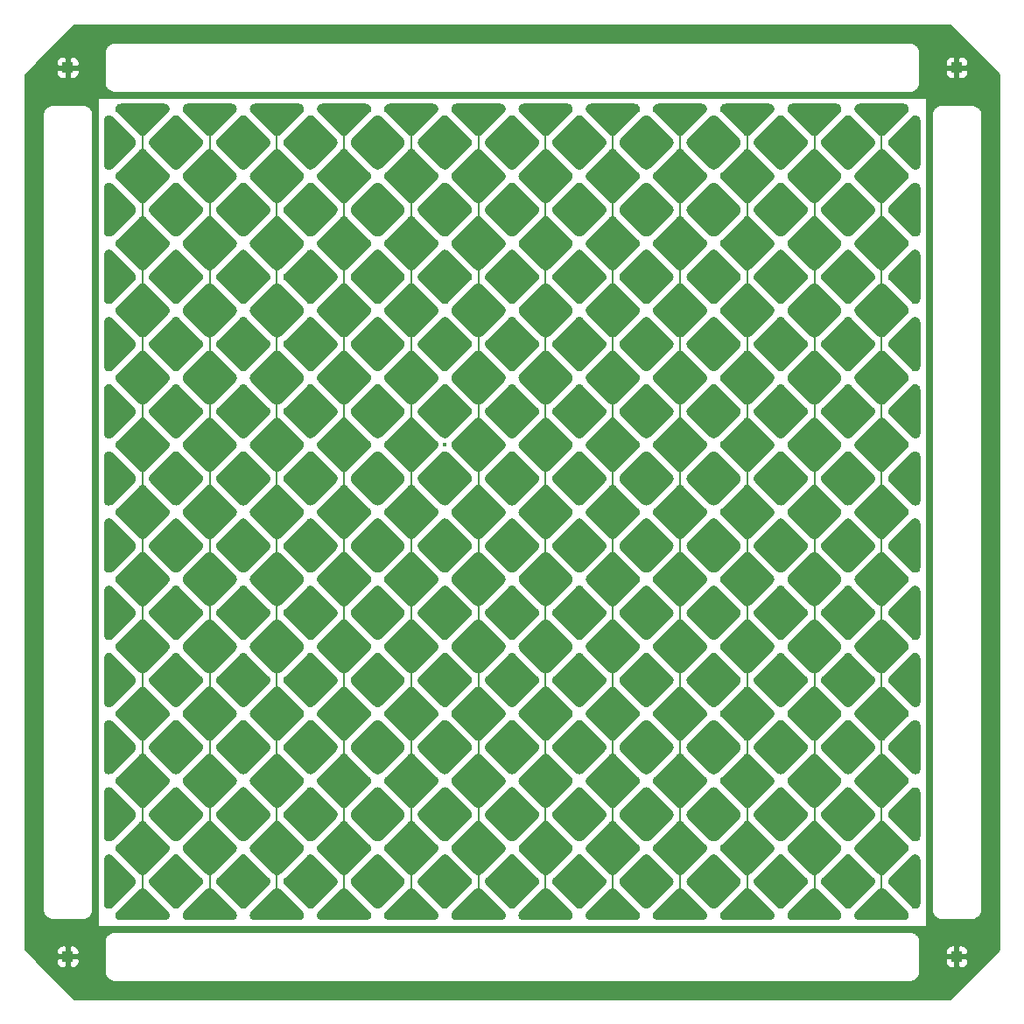
<source format=gbr>
G04 #@! TF.GenerationSoftware,KiCad,Pcbnew,5.1.5+dfsg1-2build2*
G04 #@! TF.CreationDate,2021-01-04T12:44:22+01:00*
G04 #@! TF.ProjectId,XY_TOUCH,58595f54-4f55-4434-982e-6b696361645f,rev?*
G04 #@! TF.SameCoordinates,Original*
G04 #@! TF.FileFunction,Copper,L1,Top*
G04 #@! TF.FilePolarity,Positive*
%FSLAX46Y46*%
G04 Gerber Fmt 4.6, Leading zero omitted, Abs format (unit mm)*
G04 Created by KiCad (PCBNEW 5.1.5+dfsg1-2build2) date 2021-01-04 12:44:22*
%MOMM*%
%LPD*%
G04 APERTURE LIST*
%ADD10R,1.000000X1.000000*%
%ADD11C,0.100000*%
%ADD12C,0.450000*%
%ADD13C,0.152400*%
%ADD14C,0.250000*%
G04 APERTURE END LIST*
D10*
X143000000Y-143000000D03*
X143000000Y-57000000D03*
X57000000Y-143000000D03*
X57000000Y-57000000D03*
G04 #@! TA.AperFunction,Conductor*
D11*
G36*
X60722215Y-133212945D02*
G01*
X60808658Y-133166740D01*
X60902455Y-133138287D01*
X61000000Y-133128680D01*
X61097545Y-133138287D01*
X61191342Y-133166740D01*
X61277785Y-133212945D01*
X61353553Y-133275126D01*
X63474874Y-135396447D01*
X63537055Y-135472215D01*
X63583260Y-135558658D01*
X63611713Y-135652455D01*
X63621320Y-135750000D01*
X63611713Y-135847545D01*
X63583260Y-135941342D01*
X63537055Y-136027785D01*
X63474874Y-136103553D01*
X61353553Y-138224874D01*
X61277785Y-138287055D01*
X61191342Y-138333260D01*
X61097545Y-138361713D01*
X61000000Y-138371320D01*
X60902455Y-138361713D01*
X60808658Y-138333260D01*
X60722215Y-138287055D01*
X60646447Y-138224874D01*
X60584265Y-138149106D01*
X60538060Y-138062662D01*
X60509607Y-137968866D01*
X60500001Y-137871320D01*
X60500001Y-133628680D01*
X60509607Y-133531134D01*
X60538060Y-133437338D01*
X60584265Y-133350894D01*
X60646447Y-133275126D01*
X60722215Y-133212945D01*
G37*
G04 #@! TD.AperFunction*
G04 #@! TA.AperFunction,Conductor*
G36*
X60722215Y-126712945D02*
G01*
X60808658Y-126666740D01*
X60902455Y-126638287D01*
X61000000Y-126628680D01*
X61097545Y-126638287D01*
X61191342Y-126666740D01*
X61277785Y-126712945D01*
X61353553Y-126775126D01*
X63474874Y-128896447D01*
X63537055Y-128972215D01*
X63583260Y-129058658D01*
X63611713Y-129152455D01*
X63621320Y-129250000D01*
X63611713Y-129347545D01*
X63583260Y-129441342D01*
X63537055Y-129527785D01*
X63474874Y-129603553D01*
X61353553Y-131724874D01*
X61277785Y-131787055D01*
X61191342Y-131833260D01*
X61097545Y-131861713D01*
X61000000Y-131871320D01*
X60902455Y-131861713D01*
X60808658Y-131833260D01*
X60722215Y-131787055D01*
X60646447Y-131724874D01*
X60584265Y-131649106D01*
X60538060Y-131562662D01*
X60509607Y-131468866D01*
X60500001Y-131371320D01*
X60500001Y-127128680D01*
X60509607Y-127031134D01*
X60538060Y-126937338D01*
X60584265Y-126850894D01*
X60646447Y-126775126D01*
X60722215Y-126712945D01*
G37*
G04 #@! TD.AperFunction*
G04 #@! TA.AperFunction,Conductor*
G36*
X60722215Y-120212945D02*
G01*
X60808658Y-120166740D01*
X60902455Y-120138287D01*
X61000000Y-120128680D01*
X61097545Y-120138287D01*
X61191342Y-120166740D01*
X61277785Y-120212945D01*
X61353553Y-120275126D01*
X63474874Y-122396447D01*
X63537055Y-122472215D01*
X63583260Y-122558658D01*
X63611713Y-122652455D01*
X63621320Y-122750000D01*
X63611713Y-122847545D01*
X63583260Y-122941342D01*
X63537055Y-123027785D01*
X63474874Y-123103553D01*
X61353553Y-125224874D01*
X61277785Y-125287055D01*
X61191342Y-125333260D01*
X61097545Y-125361713D01*
X61000000Y-125371320D01*
X60902455Y-125361713D01*
X60808658Y-125333260D01*
X60722215Y-125287055D01*
X60646447Y-125224874D01*
X60584265Y-125149106D01*
X60538060Y-125062662D01*
X60509607Y-124968866D01*
X60500001Y-124871320D01*
X60500001Y-120628680D01*
X60509607Y-120531134D01*
X60538060Y-120437338D01*
X60584265Y-120350894D01*
X60646447Y-120275126D01*
X60722215Y-120212945D01*
G37*
G04 #@! TD.AperFunction*
G04 #@! TA.AperFunction,Conductor*
G36*
X60722215Y-113712945D02*
G01*
X60808658Y-113666740D01*
X60902455Y-113638287D01*
X61000000Y-113628680D01*
X61097545Y-113638287D01*
X61191342Y-113666740D01*
X61277785Y-113712945D01*
X61353553Y-113775126D01*
X63474874Y-115896447D01*
X63537055Y-115972215D01*
X63583260Y-116058658D01*
X63611713Y-116152455D01*
X63621320Y-116250000D01*
X63611713Y-116347545D01*
X63583260Y-116441342D01*
X63537055Y-116527785D01*
X63474874Y-116603553D01*
X61353553Y-118724874D01*
X61277785Y-118787055D01*
X61191342Y-118833260D01*
X61097545Y-118861713D01*
X61000000Y-118871320D01*
X60902455Y-118861713D01*
X60808658Y-118833260D01*
X60722215Y-118787055D01*
X60646447Y-118724874D01*
X60584265Y-118649106D01*
X60538060Y-118562662D01*
X60509607Y-118468866D01*
X60500001Y-118371320D01*
X60500001Y-114128680D01*
X60509607Y-114031134D01*
X60538060Y-113937338D01*
X60584265Y-113850894D01*
X60646447Y-113775126D01*
X60722215Y-113712945D01*
G37*
G04 #@! TD.AperFunction*
G04 #@! TA.AperFunction,Conductor*
G36*
X139277785Y-112287055D02*
G01*
X139191342Y-112333260D01*
X139097545Y-112361713D01*
X139000000Y-112371320D01*
X138902455Y-112361713D01*
X138808658Y-112333260D01*
X138722215Y-112287055D01*
X138646447Y-112224874D01*
X136525126Y-110103553D01*
X136462945Y-110027785D01*
X136416740Y-109941342D01*
X136388287Y-109847545D01*
X136378680Y-109750000D01*
X136388287Y-109652455D01*
X136416740Y-109558658D01*
X136462945Y-109472215D01*
X136525126Y-109396447D01*
X138646447Y-107275126D01*
X138722215Y-107212945D01*
X138808658Y-107166740D01*
X138902455Y-107138287D01*
X139000000Y-107128680D01*
X139097545Y-107138287D01*
X139191342Y-107166740D01*
X139277785Y-107212945D01*
X139353553Y-107275126D01*
X139415735Y-107350894D01*
X139461940Y-107437338D01*
X139490393Y-107531134D01*
X139499999Y-107628680D01*
X139499999Y-111871320D01*
X139490393Y-111968866D01*
X139461940Y-112062662D01*
X139415735Y-112149106D01*
X139353553Y-112224874D01*
X139277785Y-112287055D01*
G37*
G04 #@! TD.AperFunction*
G04 #@! TA.AperFunction,Conductor*
G36*
X60722215Y-100712945D02*
G01*
X60808658Y-100666740D01*
X60902455Y-100638287D01*
X61000000Y-100628680D01*
X61097545Y-100638287D01*
X61191342Y-100666740D01*
X61277785Y-100712945D01*
X61353553Y-100775126D01*
X63474874Y-102896447D01*
X63537055Y-102972215D01*
X63583260Y-103058658D01*
X63611713Y-103152455D01*
X63621320Y-103250000D01*
X63611713Y-103347545D01*
X63583260Y-103441342D01*
X63537055Y-103527785D01*
X63474874Y-103603553D01*
X61353553Y-105724874D01*
X61277785Y-105787055D01*
X61191342Y-105833260D01*
X61097545Y-105861713D01*
X61000000Y-105871320D01*
X60902455Y-105861713D01*
X60808658Y-105833260D01*
X60722215Y-105787055D01*
X60646447Y-105724874D01*
X60584265Y-105649106D01*
X60538060Y-105562662D01*
X60509607Y-105468866D01*
X60500001Y-105371320D01*
X60500001Y-101128680D01*
X60509607Y-101031134D01*
X60538060Y-100937338D01*
X60584265Y-100850894D01*
X60646447Y-100775126D01*
X60722215Y-100712945D01*
G37*
G04 #@! TD.AperFunction*
G04 #@! TA.AperFunction,Conductor*
G36*
X60722215Y-94212945D02*
G01*
X60808658Y-94166740D01*
X60902455Y-94138287D01*
X61000000Y-94128680D01*
X61097545Y-94138287D01*
X61191342Y-94166740D01*
X61277785Y-94212945D01*
X61353553Y-94275126D01*
X63474874Y-96396447D01*
X63537055Y-96472215D01*
X63583260Y-96558658D01*
X63611713Y-96652455D01*
X63621320Y-96750000D01*
X63611713Y-96847545D01*
X63583260Y-96941342D01*
X63537055Y-97027785D01*
X63474874Y-97103553D01*
X61353553Y-99224874D01*
X61277785Y-99287055D01*
X61191342Y-99333260D01*
X61097545Y-99361713D01*
X61000000Y-99371320D01*
X60902455Y-99361713D01*
X60808658Y-99333260D01*
X60722215Y-99287055D01*
X60646447Y-99224874D01*
X60584265Y-99149106D01*
X60538060Y-99062662D01*
X60509607Y-98968866D01*
X60500001Y-98871320D01*
X60500001Y-94628680D01*
X60509607Y-94531134D01*
X60538060Y-94437338D01*
X60584265Y-94350894D01*
X60646447Y-94275126D01*
X60722215Y-94212945D01*
G37*
G04 #@! TD.AperFunction*
G04 #@! TA.AperFunction,Conductor*
G36*
X60722215Y-87712945D02*
G01*
X60808658Y-87666740D01*
X60902455Y-87638287D01*
X61000000Y-87628680D01*
X61097545Y-87638287D01*
X61191342Y-87666740D01*
X61277785Y-87712945D01*
X61353553Y-87775126D01*
X63474874Y-89896447D01*
X63537055Y-89972215D01*
X63583260Y-90058658D01*
X63611713Y-90152455D01*
X63621320Y-90250000D01*
X63611713Y-90347545D01*
X63583260Y-90441342D01*
X63537055Y-90527785D01*
X63474874Y-90603553D01*
X61353553Y-92724874D01*
X61277785Y-92787055D01*
X61191342Y-92833260D01*
X61097545Y-92861713D01*
X61000000Y-92871320D01*
X60902455Y-92861713D01*
X60808658Y-92833260D01*
X60722215Y-92787055D01*
X60646447Y-92724874D01*
X60584265Y-92649106D01*
X60538060Y-92562662D01*
X60509607Y-92468866D01*
X60500001Y-92371320D01*
X60500001Y-88128680D01*
X60509607Y-88031134D01*
X60538060Y-87937338D01*
X60584265Y-87850894D01*
X60646447Y-87775126D01*
X60722215Y-87712945D01*
G37*
G04 #@! TD.AperFunction*
G04 #@! TA.AperFunction,Conductor*
G36*
X139277785Y-86287055D02*
G01*
X139191342Y-86333260D01*
X139097545Y-86361713D01*
X139000000Y-86371320D01*
X138902455Y-86361713D01*
X138808658Y-86333260D01*
X138722215Y-86287055D01*
X138646447Y-86224874D01*
X136525126Y-84103553D01*
X136462945Y-84027785D01*
X136416740Y-83941342D01*
X136388287Y-83847545D01*
X136378680Y-83750000D01*
X136388287Y-83652455D01*
X136416740Y-83558658D01*
X136462945Y-83472215D01*
X136525126Y-83396447D01*
X138646447Y-81275126D01*
X138722215Y-81212945D01*
X138808658Y-81166740D01*
X138902455Y-81138287D01*
X139000000Y-81128680D01*
X139097545Y-81138287D01*
X139191342Y-81166740D01*
X139277785Y-81212945D01*
X139353553Y-81275126D01*
X139415735Y-81350894D01*
X139461940Y-81437338D01*
X139490393Y-81531134D01*
X139499999Y-81628680D01*
X139499999Y-85871320D01*
X139490393Y-85968866D01*
X139461940Y-86062662D01*
X139415735Y-86149106D01*
X139353553Y-86224874D01*
X139277785Y-86287055D01*
G37*
G04 #@! TD.AperFunction*
G04 #@! TA.AperFunction,Conductor*
G36*
X60722215Y-74712945D02*
G01*
X60808658Y-74666740D01*
X60902455Y-74638287D01*
X61000000Y-74628680D01*
X61097545Y-74638287D01*
X61191342Y-74666740D01*
X61277785Y-74712945D01*
X61353553Y-74775126D01*
X63474874Y-76896447D01*
X63537055Y-76972215D01*
X63583260Y-77058658D01*
X63611713Y-77152455D01*
X63621320Y-77250000D01*
X63611713Y-77347545D01*
X63583260Y-77441342D01*
X63537055Y-77527785D01*
X63474874Y-77603553D01*
X61353553Y-79724874D01*
X61277785Y-79787055D01*
X61191342Y-79833260D01*
X61097545Y-79861713D01*
X61000000Y-79871320D01*
X60902455Y-79861713D01*
X60808658Y-79833260D01*
X60722215Y-79787055D01*
X60646447Y-79724874D01*
X60584265Y-79649106D01*
X60538060Y-79562662D01*
X60509607Y-79468866D01*
X60500001Y-79371320D01*
X60500001Y-75128680D01*
X60509607Y-75031134D01*
X60538060Y-74937338D01*
X60584265Y-74850894D01*
X60646447Y-74775126D01*
X60722215Y-74712945D01*
G37*
G04 #@! TD.AperFunction*
G04 #@! TA.AperFunction,Conductor*
G36*
X139277785Y-73287055D02*
G01*
X139191342Y-73333260D01*
X139097545Y-73361713D01*
X139000000Y-73371320D01*
X138902455Y-73361713D01*
X138808658Y-73333260D01*
X138722215Y-73287055D01*
X138646447Y-73224874D01*
X136525126Y-71103553D01*
X136462945Y-71027785D01*
X136416740Y-70941342D01*
X136388287Y-70847545D01*
X136378680Y-70750000D01*
X136388287Y-70652455D01*
X136416740Y-70558658D01*
X136462945Y-70472215D01*
X136525126Y-70396447D01*
X138646447Y-68275126D01*
X138722215Y-68212945D01*
X138808658Y-68166740D01*
X138902455Y-68138287D01*
X139000000Y-68128680D01*
X139097545Y-68138287D01*
X139191342Y-68166740D01*
X139277785Y-68212945D01*
X139353553Y-68275126D01*
X139415735Y-68350894D01*
X139461940Y-68437338D01*
X139490393Y-68531134D01*
X139499999Y-68628680D01*
X139499999Y-72871320D01*
X139490393Y-72968866D01*
X139461940Y-73062662D01*
X139415735Y-73149106D01*
X139353553Y-73224874D01*
X139277785Y-73287055D01*
G37*
G04 #@! TD.AperFunction*
G04 #@! TA.AperFunction,Conductor*
G36*
X139277785Y-66787055D02*
G01*
X139191342Y-66833260D01*
X139097545Y-66861713D01*
X139000000Y-66871320D01*
X138902455Y-66861713D01*
X138808658Y-66833260D01*
X138722215Y-66787055D01*
X138646447Y-66724874D01*
X136525126Y-64603553D01*
X136462945Y-64527785D01*
X136416740Y-64441342D01*
X136388287Y-64347545D01*
X136378680Y-64250000D01*
X136388287Y-64152455D01*
X136416740Y-64058658D01*
X136462945Y-63972215D01*
X136525126Y-63896447D01*
X138646447Y-61775126D01*
X138722215Y-61712945D01*
X138808658Y-61666740D01*
X138902455Y-61638287D01*
X139000000Y-61628680D01*
X139097545Y-61638287D01*
X139191342Y-61666740D01*
X139277785Y-61712945D01*
X139353553Y-61775126D01*
X139415735Y-61850894D01*
X139461940Y-61937338D01*
X139490393Y-62031134D01*
X139499999Y-62128680D01*
X139499999Y-66371320D01*
X139490393Y-66468866D01*
X139461940Y-66562662D01*
X139415735Y-66649106D01*
X139353553Y-66724874D01*
X139277785Y-66787055D01*
G37*
G04 #@! TD.AperFunction*
G04 #@! TA.AperFunction,Conductor*
G36*
X133212945Y-139277785D02*
G01*
X133166740Y-139191342D01*
X133138287Y-139097545D01*
X133128680Y-139000000D01*
X133138287Y-138902455D01*
X133166740Y-138808658D01*
X133212945Y-138722215D01*
X133275126Y-138646447D01*
X135396447Y-136525126D01*
X135472215Y-136462945D01*
X135558658Y-136416740D01*
X135652455Y-136388287D01*
X135750000Y-136378680D01*
X135847545Y-136388287D01*
X135941342Y-136416740D01*
X136027785Y-136462945D01*
X136103553Y-136525126D01*
X138224874Y-138646447D01*
X138287055Y-138722215D01*
X138333260Y-138808658D01*
X138361713Y-138902455D01*
X138371320Y-139000000D01*
X138361713Y-139097545D01*
X138333260Y-139191342D01*
X138287055Y-139277785D01*
X138224874Y-139353553D01*
X138149106Y-139415735D01*
X138062662Y-139461940D01*
X137968866Y-139490393D01*
X137871320Y-139499999D01*
X133628680Y-139499999D01*
X133531134Y-139490393D01*
X133437338Y-139461940D01*
X133350894Y-139415735D01*
X133275126Y-139353553D01*
X133212945Y-139277785D01*
G37*
G04 #@! TD.AperFunction*
G04 #@! TA.AperFunction,Conductor*
G36*
X135799009Y-71381088D02*
G01*
X135847545Y-71388287D01*
X135895142Y-71400210D01*
X135941342Y-71416740D01*
X135985698Y-71437719D01*
X136027785Y-71462945D01*
X136067197Y-71492175D01*
X136103553Y-71525127D01*
X138224873Y-73646447D01*
X138257825Y-73682803D01*
X138287055Y-73722215D01*
X138312281Y-73764302D01*
X138333260Y-73808658D01*
X138349790Y-73854858D01*
X138361713Y-73902455D01*
X138368912Y-73950991D01*
X138371320Y-74000000D01*
X138368912Y-74049009D01*
X138361713Y-74097545D01*
X138349790Y-74145142D01*
X138333260Y-74191342D01*
X138312281Y-74235698D01*
X138287055Y-74277785D01*
X138257825Y-74317197D01*
X138224873Y-74353553D01*
X136103553Y-76474873D01*
X136067197Y-76507825D01*
X136027785Y-76537055D01*
X135985698Y-76562281D01*
X135941342Y-76583260D01*
X135895142Y-76599790D01*
X135847545Y-76611713D01*
X135799009Y-76618912D01*
X135750000Y-76621320D01*
X135700991Y-76618912D01*
X135652455Y-76611713D01*
X135604858Y-76599790D01*
X135558658Y-76583260D01*
X135514302Y-76562281D01*
X135472215Y-76537055D01*
X135432803Y-76507825D01*
X135396447Y-76474873D01*
X133275127Y-74353553D01*
X133242175Y-74317197D01*
X133212945Y-74277785D01*
X133187719Y-74235698D01*
X133166740Y-74191342D01*
X133150210Y-74145142D01*
X133138287Y-74097545D01*
X133131088Y-74049009D01*
X133128680Y-74000000D01*
X133131088Y-73950991D01*
X133138287Y-73902455D01*
X133150210Y-73854858D01*
X133166740Y-73808658D01*
X133187719Y-73764302D01*
X133212945Y-73722215D01*
X133242175Y-73682803D01*
X133275127Y-73646447D01*
X135396447Y-71525127D01*
X135432803Y-71492175D01*
X135472215Y-71462945D01*
X135514302Y-71437719D01*
X135558658Y-71416740D01*
X135604858Y-71400210D01*
X135652455Y-71388287D01*
X135700991Y-71381088D01*
X135750000Y-71378680D01*
X135799009Y-71381088D01*
G37*
G04 #@! TD.AperFunction*
G04 #@! TA.AperFunction,Conductor*
G36*
X135799009Y-77881088D02*
G01*
X135847545Y-77888287D01*
X135895142Y-77900210D01*
X135941342Y-77916740D01*
X135985698Y-77937719D01*
X136027785Y-77962945D01*
X136067197Y-77992175D01*
X136103553Y-78025127D01*
X138224873Y-80146447D01*
X138257825Y-80182803D01*
X138287055Y-80222215D01*
X138312281Y-80264302D01*
X138333260Y-80308658D01*
X138349790Y-80354858D01*
X138361713Y-80402455D01*
X138368912Y-80450991D01*
X138371320Y-80500000D01*
X138368912Y-80549009D01*
X138361713Y-80597545D01*
X138349790Y-80645142D01*
X138333260Y-80691342D01*
X138312281Y-80735698D01*
X138287055Y-80777785D01*
X138257825Y-80817197D01*
X138224873Y-80853553D01*
X136103553Y-82974873D01*
X136067197Y-83007825D01*
X136027785Y-83037055D01*
X135985698Y-83062281D01*
X135941342Y-83083260D01*
X135895142Y-83099790D01*
X135847545Y-83111713D01*
X135799009Y-83118912D01*
X135750000Y-83121320D01*
X135700991Y-83118912D01*
X135652455Y-83111713D01*
X135604858Y-83099790D01*
X135558658Y-83083260D01*
X135514302Y-83062281D01*
X135472215Y-83037055D01*
X135432803Y-83007825D01*
X135396447Y-82974873D01*
X133275127Y-80853553D01*
X133242175Y-80817197D01*
X133212945Y-80777785D01*
X133187719Y-80735698D01*
X133166740Y-80691342D01*
X133150210Y-80645142D01*
X133138287Y-80597545D01*
X133131088Y-80549009D01*
X133128680Y-80500000D01*
X133131088Y-80450991D01*
X133138287Y-80402455D01*
X133150210Y-80354858D01*
X133166740Y-80308658D01*
X133187719Y-80264302D01*
X133212945Y-80222215D01*
X133242175Y-80182803D01*
X133275127Y-80146447D01*
X135396447Y-78025127D01*
X135432803Y-77992175D01*
X135472215Y-77962945D01*
X135514302Y-77937719D01*
X135558658Y-77916740D01*
X135604858Y-77900210D01*
X135652455Y-77888287D01*
X135700991Y-77881088D01*
X135750000Y-77878680D01*
X135799009Y-77881088D01*
G37*
G04 #@! TD.AperFunction*
G04 #@! TA.AperFunction,Conductor*
G36*
X135799009Y-84381088D02*
G01*
X135847545Y-84388287D01*
X135895142Y-84400210D01*
X135941342Y-84416740D01*
X135985698Y-84437719D01*
X136027785Y-84462945D01*
X136067197Y-84492175D01*
X136103553Y-84525127D01*
X138224873Y-86646447D01*
X138257825Y-86682803D01*
X138287055Y-86722215D01*
X138312281Y-86764302D01*
X138333260Y-86808658D01*
X138349790Y-86854858D01*
X138361713Y-86902455D01*
X138368912Y-86950991D01*
X138371320Y-87000000D01*
X138368912Y-87049009D01*
X138361713Y-87097545D01*
X138349790Y-87145142D01*
X138333260Y-87191342D01*
X138312281Y-87235698D01*
X138287055Y-87277785D01*
X138257825Y-87317197D01*
X138224873Y-87353553D01*
X136103553Y-89474873D01*
X136067197Y-89507825D01*
X136027785Y-89537055D01*
X135985698Y-89562281D01*
X135941342Y-89583260D01*
X135895142Y-89599790D01*
X135847545Y-89611713D01*
X135799009Y-89618912D01*
X135750000Y-89621320D01*
X135700991Y-89618912D01*
X135652455Y-89611713D01*
X135604858Y-89599790D01*
X135558658Y-89583260D01*
X135514302Y-89562281D01*
X135472215Y-89537055D01*
X135432803Y-89507825D01*
X135396447Y-89474873D01*
X133275127Y-87353553D01*
X133242175Y-87317197D01*
X133212945Y-87277785D01*
X133187719Y-87235698D01*
X133166740Y-87191342D01*
X133150210Y-87145142D01*
X133138287Y-87097545D01*
X133131088Y-87049009D01*
X133128680Y-87000000D01*
X133131088Y-86950991D01*
X133138287Y-86902455D01*
X133150210Y-86854858D01*
X133166740Y-86808658D01*
X133187719Y-86764302D01*
X133212945Y-86722215D01*
X133242175Y-86682803D01*
X133275127Y-86646447D01*
X135396447Y-84525127D01*
X135432803Y-84492175D01*
X135472215Y-84462945D01*
X135514302Y-84437719D01*
X135558658Y-84416740D01*
X135604858Y-84400210D01*
X135652455Y-84388287D01*
X135700991Y-84381088D01*
X135750000Y-84378680D01*
X135799009Y-84381088D01*
G37*
G04 #@! TD.AperFunction*
G04 #@! TA.AperFunction,Conductor*
G36*
X135799009Y-103881088D02*
G01*
X135847545Y-103888287D01*
X135895142Y-103900210D01*
X135941342Y-103916740D01*
X135985698Y-103937719D01*
X136027785Y-103962945D01*
X136067197Y-103992175D01*
X136103553Y-104025127D01*
X138224873Y-106146447D01*
X138257825Y-106182803D01*
X138287055Y-106222215D01*
X138312281Y-106264302D01*
X138333260Y-106308658D01*
X138349790Y-106354858D01*
X138361713Y-106402455D01*
X138368912Y-106450991D01*
X138371320Y-106500000D01*
X138368912Y-106549009D01*
X138361713Y-106597545D01*
X138349790Y-106645142D01*
X138333260Y-106691342D01*
X138312281Y-106735698D01*
X138287055Y-106777785D01*
X138257825Y-106817197D01*
X138224873Y-106853553D01*
X136103553Y-108974873D01*
X136067197Y-109007825D01*
X136027785Y-109037055D01*
X135985698Y-109062281D01*
X135941342Y-109083260D01*
X135895142Y-109099790D01*
X135847545Y-109111713D01*
X135799009Y-109118912D01*
X135750000Y-109121320D01*
X135700991Y-109118912D01*
X135652455Y-109111713D01*
X135604858Y-109099790D01*
X135558658Y-109083260D01*
X135514302Y-109062281D01*
X135472215Y-109037055D01*
X135432803Y-109007825D01*
X135396447Y-108974873D01*
X133275127Y-106853553D01*
X133242175Y-106817197D01*
X133212945Y-106777785D01*
X133187719Y-106735698D01*
X133166740Y-106691342D01*
X133150210Y-106645142D01*
X133138287Y-106597545D01*
X133131088Y-106549009D01*
X133128680Y-106500000D01*
X133131088Y-106450991D01*
X133138287Y-106402455D01*
X133150210Y-106354858D01*
X133166740Y-106308658D01*
X133187719Y-106264302D01*
X133212945Y-106222215D01*
X133242175Y-106182803D01*
X133275127Y-106146447D01*
X135396447Y-104025127D01*
X135432803Y-103992175D01*
X135472215Y-103962945D01*
X135514302Y-103937719D01*
X135558658Y-103916740D01*
X135604858Y-103900210D01*
X135652455Y-103888287D01*
X135700991Y-103881088D01*
X135750000Y-103878680D01*
X135799009Y-103881088D01*
G37*
G04 #@! TD.AperFunction*
G04 #@! TA.AperFunction,Conductor*
G36*
X135799009Y-129881088D02*
G01*
X135847545Y-129888287D01*
X135895142Y-129900210D01*
X135941342Y-129916740D01*
X135985698Y-129937719D01*
X136027785Y-129962945D01*
X136067197Y-129992175D01*
X136103553Y-130025127D01*
X138224873Y-132146447D01*
X138257825Y-132182803D01*
X138287055Y-132222215D01*
X138312281Y-132264302D01*
X138333260Y-132308658D01*
X138349790Y-132354858D01*
X138361713Y-132402455D01*
X138368912Y-132450991D01*
X138371320Y-132500000D01*
X138368912Y-132549009D01*
X138361713Y-132597545D01*
X138349790Y-132645142D01*
X138333260Y-132691342D01*
X138312281Y-132735698D01*
X138287055Y-132777785D01*
X138257825Y-132817197D01*
X138224873Y-132853553D01*
X136103553Y-134974873D01*
X136067197Y-135007825D01*
X136027785Y-135037055D01*
X135985698Y-135062281D01*
X135941342Y-135083260D01*
X135895142Y-135099790D01*
X135847545Y-135111713D01*
X135799009Y-135118912D01*
X135750000Y-135121320D01*
X135700991Y-135118912D01*
X135652455Y-135111713D01*
X135604858Y-135099790D01*
X135558658Y-135083260D01*
X135514302Y-135062281D01*
X135472215Y-135037055D01*
X135432803Y-135007825D01*
X135396447Y-134974873D01*
X133275127Y-132853553D01*
X133242175Y-132817197D01*
X133212945Y-132777785D01*
X133187719Y-132735698D01*
X133166740Y-132691342D01*
X133150210Y-132645142D01*
X133138287Y-132597545D01*
X133131088Y-132549009D01*
X133128680Y-132500000D01*
X133131088Y-132450991D01*
X133138287Y-132402455D01*
X133150210Y-132354858D01*
X133166740Y-132308658D01*
X133187719Y-132264302D01*
X133212945Y-132222215D01*
X133242175Y-132182803D01*
X133275127Y-132146447D01*
X135396447Y-130025127D01*
X135432803Y-129992175D01*
X135472215Y-129962945D01*
X135514302Y-129937719D01*
X135558658Y-129916740D01*
X135604858Y-129900210D01*
X135652455Y-129888287D01*
X135700991Y-129881088D01*
X135750000Y-129878680D01*
X135799009Y-129881088D01*
G37*
G04 #@! TD.AperFunction*
G04 #@! TA.AperFunction,Conductor*
G36*
X135799009Y-123381088D02*
G01*
X135847545Y-123388287D01*
X135895142Y-123400210D01*
X135941342Y-123416740D01*
X135985698Y-123437719D01*
X136027785Y-123462945D01*
X136067197Y-123492175D01*
X136103553Y-123525127D01*
X138224873Y-125646447D01*
X138257825Y-125682803D01*
X138287055Y-125722215D01*
X138312281Y-125764302D01*
X138333260Y-125808658D01*
X138349790Y-125854858D01*
X138361713Y-125902455D01*
X138368912Y-125950991D01*
X138371320Y-126000000D01*
X138368912Y-126049009D01*
X138361713Y-126097545D01*
X138349790Y-126145142D01*
X138333260Y-126191342D01*
X138312281Y-126235698D01*
X138287055Y-126277785D01*
X138257825Y-126317197D01*
X138224873Y-126353553D01*
X136103553Y-128474873D01*
X136067197Y-128507825D01*
X136027785Y-128537055D01*
X135985698Y-128562281D01*
X135941342Y-128583260D01*
X135895142Y-128599790D01*
X135847545Y-128611713D01*
X135799009Y-128618912D01*
X135750000Y-128621320D01*
X135700991Y-128618912D01*
X135652455Y-128611713D01*
X135604858Y-128599790D01*
X135558658Y-128583260D01*
X135514302Y-128562281D01*
X135472215Y-128537055D01*
X135432803Y-128507825D01*
X135396447Y-128474873D01*
X133275127Y-126353553D01*
X133242175Y-126317197D01*
X133212945Y-126277785D01*
X133187719Y-126235698D01*
X133166740Y-126191342D01*
X133150210Y-126145142D01*
X133138287Y-126097545D01*
X133131088Y-126049009D01*
X133128680Y-126000000D01*
X133131088Y-125950991D01*
X133138287Y-125902455D01*
X133150210Y-125854858D01*
X133166740Y-125808658D01*
X133187719Y-125764302D01*
X133212945Y-125722215D01*
X133242175Y-125682803D01*
X133275127Y-125646447D01*
X135396447Y-123525127D01*
X135432803Y-123492175D01*
X135472215Y-123462945D01*
X135514302Y-123437719D01*
X135558658Y-123416740D01*
X135604858Y-123400210D01*
X135652455Y-123388287D01*
X135700991Y-123381088D01*
X135750000Y-123378680D01*
X135799009Y-123381088D01*
G37*
G04 #@! TD.AperFunction*
G04 #@! TA.AperFunction,Conductor*
G36*
X135799009Y-64881088D02*
G01*
X135847545Y-64888287D01*
X135895142Y-64900210D01*
X135941342Y-64916740D01*
X135985698Y-64937719D01*
X136027785Y-64962945D01*
X136067197Y-64992175D01*
X136103553Y-65025127D01*
X138224873Y-67146447D01*
X138257825Y-67182803D01*
X138287055Y-67222215D01*
X138312281Y-67264302D01*
X138333260Y-67308658D01*
X138349790Y-67354858D01*
X138361713Y-67402455D01*
X138368912Y-67450991D01*
X138371320Y-67500000D01*
X138368912Y-67549009D01*
X138361713Y-67597545D01*
X138349790Y-67645142D01*
X138333260Y-67691342D01*
X138312281Y-67735698D01*
X138287055Y-67777785D01*
X138257825Y-67817197D01*
X138224873Y-67853553D01*
X136103553Y-69974873D01*
X136067197Y-70007825D01*
X136027785Y-70037055D01*
X135985698Y-70062281D01*
X135941342Y-70083260D01*
X135895142Y-70099790D01*
X135847545Y-70111713D01*
X135799009Y-70118912D01*
X135750000Y-70121320D01*
X135700991Y-70118912D01*
X135652455Y-70111713D01*
X135604858Y-70099790D01*
X135558658Y-70083260D01*
X135514302Y-70062281D01*
X135472215Y-70037055D01*
X135432803Y-70007825D01*
X135396447Y-69974873D01*
X133275127Y-67853553D01*
X133242175Y-67817197D01*
X133212945Y-67777785D01*
X133187719Y-67735698D01*
X133166740Y-67691342D01*
X133150210Y-67645142D01*
X133138287Y-67597545D01*
X133131088Y-67549009D01*
X133128680Y-67500000D01*
X133131088Y-67450991D01*
X133138287Y-67402455D01*
X133150210Y-67354858D01*
X133166740Y-67308658D01*
X133187719Y-67264302D01*
X133212945Y-67222215D01*
X133242175Y-67182803D01*
X133275127Y-67146447D01*
X135396447Y-65025127D01*
X135432803Y-64992175D01*
X135472215Y-64962945D01*
X135514302Y-64937719D01*
X135558658Y-64916740D01*
X135604858Y-64900210D01*
X135652455Y-64888287D01*
X135700991Y-64881088D01*
X135750000Y-64878680D01*
X135799009Y-64881088D01*
G37*
G04 #@! TD.AperFunction*
G04 #@! TA.AperFunction,Conductor*
G36*
X135799009Y-116881088D02*
G01*
X135847545Y-116888287D01*
X135895142Y-116900210D01*
X135941342Y-116916740D01*
X135985698Y-116937719D01*
X136027785Y-116962945D01*
X136067197Y-116992175D01*
X136103553Y-117025127D01*
X138224873Y-119146447D01*
X138257825Y-119182803D01*
X138287055Y-119222215D01*
X138312281Y-119264302D01*
X138333260Y-119308658D01*
X138349790Y-119354858D01*
X138361713Y-119402455D01*
X138368912Y-119450991D01*
X138371320Y-119500000D01*
X138368912Y-119549009D01*
X138361713Y-119597545D01*
X138349790Y-119645142D01*
X138333260Y-119691342D01*
X138312281Y-119735698D01*
X138287055Y-119777785D01*
X138257825Y-119817197D01*
X138224873Y-119853553D01*
X136103553Y-121974873D01*
X136067197Y-122007825D01*
X136027785Y-122037055D01*
X135985698Y-122062281D01*
X135941342Y-122083260D01*
X135895142Y-122099790D01*
X135847545Y-122111713D01*
X135799009Y-122118912D01*
X135750000Y-122121320D01*
X135700991Y-122118912D01*
X135652455Y-122111713D01*
X135604858Y-122099790D01*
X135558658Y-122083260D01*
X135514302Y-122062281D01*
X135472215Y-122037055D01*
X135432803Y-122007825D01*
X135396447Y-121974873D01*
X133275127Y-119853553D01*
X133242175Y-119817197D01*
X133212945Y-119777785D01*
X133187719Y-119735698D01*
X133166740Y-119691342D01*
X133150210Y-119645142D01*
X133138287Y-119597545D01*
X133131088Y-119549009D01*
X133128680Y-119500000D01*
X133131088Y-119450991D01*
X133138287Y-119402455D01*
X133150210Y-119354858D01*
X133166740Y-119308658D01*
X133187719Y-119264302D01*
X133212945Y-119222215D01*
X133242175Y-119182803D01*
X133275127Y-119146447D01*
X135396447Y-117025127D01*
X135432803Y-116992175D01*
X135472215Y-116962945D01*
X135514302Y-116937719D01*
X135558658Y-116916740D01*
X135604858Y-116900210D01*
X135652455Y-116888287D01*
X135700991Y-116881088D01*
X135750000Y-116878680D01*
X135799009Y-116881088D01*
G37*
G04 #@! TD.AperFunction*
G04 #@! TA.AperFunction,Conductor*
G36*
X135799009Y-110381088D02*
G01*
X135847545Y-110388287D01*
X135895142Y-110400210D01*
X135941342Y-110416740D01*
X135985698Y-110437719D01*
X136027785Y-110462945D01*
X136067197Y-110492175D01*
X136103553Y-110525127D01*
X138224873Y-112646447D01*
X138257825Y-112682803D01*
X138287055Y-112722215D01*
X138312281Y-112764302D01*
X138333260Y-112808658D01*
X138349790Y-112854858D01*
X138361713Y-112902455D01*
X138368912Y-112950991D01*
X138371320Y-113000000D01*
X138368912Y-113049009D01*
X138361713Y-113097545D01*
X138349790Y-113145142D01*
X138333260Y-113191342D01*
X138312281Y-113235698D01*
X138287055Y-113277785D01*
X138257825Y-113317197D01*
X138224873Y-113353553D01*
X136103553Y-115474873D01*
X136067197Y-115507825D01*
X136027785Y-115537055D01*
X135985698Y-115562281D01*
X135941342Y-115583260D01*
X135895142Y-115599790D01*
X135847545Y-115611713D01*
X135799009Y-115618912D01*
X135750000Y-115621320D01*
X135700991Y-115618912D01*
X135652455Y-115611713D01*
X135604858Y-115599790D01*
X135558658Y-115583260D01*
X135514302Y-115562281D01*
X135472215Y-115537055D01*
X135432803Y-115507825D01*
X135396447Y-115474873D01*
X133275127Y-113353553D01*
X133242175Y-113317197D01*
X133212945Y-113277785D01*
X133187719Y-113235698D01*
X133166740Y-113191342D01*
X133150210Y-113145142D01*
X133138287Y-113097545D01*
X133131088Y-113049009D01*
X133128680Y-113000000D01*
X133131088Y-112950991D01*
X133138287Y-112902455D01*
X133150210Y-112854858D01*
X133166740Y-112808658D01*
X133187719Y-112764302D01*
X133212945Y-112722215D01*
X133242175Y-112682803D01*
X133275127Y-112646447D01*
X135396447Y-110525127D01*
X135432803Y-110492175D01*
X135472215Y-110462945D01*
X135514302Y-110437719D01*
X135558658Y-110416740D01*
X135604858Y-110400210D01*
X135652455Y-110388287D01*
X135700991Y-110381088D01*
X135750000Y-110378680D01*
X135799009Y-110381088D01*
G37*
G04 #@! TD.AperFunction*
G04 #@! TA.AperFunction,Conductor*
G36*
X135799009Y-97381088D02*
G01*
X135847545Y-97388287D01*
X135895142Y-97400210D01*
X135941342Y-97416740D01*
X135985698Y-97437719D01*
X136027785Y-97462945D01*
X136067197Y-97492175D01*
X136103553Y-97525127D01*
X138224873Y-99646447D01*
X138257825Y-99682803D01*
X138287055Y-99722215D01*
X138312281Y-99764302D01*
X138333260Y-99808658D01*
X138349790Y-99854858D01*
X138361713Y-99902455D01*
X138368912Y-99950991D01*
X138371320Y-100000000D01*
X138368912Y-100049009D01*
X138361713Y-100097545D01*
X138349790Y-100145142D01*
X138333260Y-100191342D01*
X138312281Y-100235698D01*
X138287055Y-100277785D01*
X138257825Y-100317197D01*
X138224873Y-100353553D01*
X136103553Y-102474873D01*
X136067197Y-102507825D01*
X136027785Y-102537055D01*
X135985698Y-102562281D01*
X135941342Y-102583260D01*
X135895142Y-102599790D01*
X135847545Y-102611713D01*
X135799009Y-102618912D01*
X135750000Y-102621320D01*
X135700991Y-102618912D01*
X135652455Y-102611713D01*
X135604858Y-102599790D01*
X135558658Y-102583260D01*
X135514302Y-102562281D01*
X135472215Y-102537055D01*
X135432803Y-102507825D01*
X135396447Y-102474873D01*
X133275127Y-100353553D01*
X133242175Y-100317197D01*
X133212945Y-100277785D01*
X133187719Y-100235698D01*
X133166740Y-100191342D01*
X133150210Y-100145142D01*
X133138287Y-100097545D01*
X133131088Y-100049009D01*
X133128680Y-100000000D01*
X133131088Y-99950991D01*
X133138287Y-99902455D01*
X133150210Y-99854858D01*
X133166740Y-99808658D01*
X133187719Y-99764302D01*
X133212945Y-99722215D01*
X133242175Y-99682803D01*
X133275127Y-99646447D01*
X135396447Y-97525127D01*
X135432803Y-97492175D01*
X135472215Y-97462945D01*
X135514302Y-97437719D01*
X135558658Y-97416740D01*
X135604858Y-97400210D01*
X135652455Y-97388287D01*
X135700991Y-97381088D01*
X135750000Y-97378680D01*
X135799009Y-97381088D01*
G37*
G04 #@! TD.AperFunction*
G04 #@! TA.AperFunction,Conductor*
G36*
X135799009Y-90881088D02*
G01*
X135847545Y-90888287D01*
X135895142Y-90900210D01*
X135941342Y-90916740D01*
X135985698Y-90937719D01*
X136027785Y-90962945D01*
X136067197Y-90992175D01*
X136103553Y-91025127D01*
X138224873Y-93146447D01*
X138257825Y-93182803D01*
X138287055Y-93222215D01*
X138312281Y-93264302D01*
X138333260Y-93308658D01*
X138349790Y-93354858D01*
X138361713Y-93402455D01*
X138368912Y-93450991D01*
X138371320Y-93500000D01*
X138368912Y-93549009D01*
X138361713Y-93597545D01*
X138349790Y-93645142D01*
X138333260Y-93691342D01*
X138312281Y-93735698D01*
X138287055Y-93777785D01*
X138257825Y-93817197D01*
X138224873Y-93853553D01*
X136103553Y-95974873D01*
X136067197Y-96007825D01*
X136027785Y-96037055D01*
X135985698Y-96062281D01*
X135941342Y-96083260D01*
X135895142Y-96099790D01*
X135847545Y-96111713D01*
X135799009Y-96118912D01*
X135750000Y-96121320D01*
X135700991Y-96118912D01*
X135652455Y-96111713D01*
X135604858Y-96099790D01*
X135558658Y-96083260D01*
X135514302Y-96062281D01*
X135472215Y-96037055D01*
X135432803Y-96007825D01*
X135396447Y-95974873D01*
X133275127Y-93853553D01*
X133242175Y-93817197D01*
X133212945Y-93777785D01*
X133187719Y-93735698D01*
X133166740Y-93691342D01*
X133150210Y-93645142D01*
X133138287Y-93597545D01*
X133131088Y-93549009D01*
X133128680Y-93500000D01*
X133131088Y-93450991D01*
X133138287Y-93402455D01*
X133150210Y-93354858D01*
X133166740Y-93308658D01*
X133187719Y-93264302D01*
X133212945Y-93222215D01*
X133242175Y-93182803D01*
X133275127Y-93146447D01*
X135396447Y-91025127D01*
X135432803Y-90992175D01*
X135472215Y-90962945D01*
X135514302Y-90937719D01*
X135558658Y-90916740D01*
X135604858Y-90900210D01*
X135652455Y-90888287D01*
X135700991Y-90881088D01*
X135750000Y-90878680D01*
X135799009Y-90881088D01*
G37*
G04 #@! TD.AperFunction*
G04 #@! TA.AperFunction,Conductor*
G36*
X138287055Y-60722215D02*
G01*
X138333260Y-60808658D01*
X138361713Y-60902455D01*
X138371320Y-61000000D01*
X138361713Y-61097545D01*
X138333260Y-61191342D01*
X138287055Y-61277785D01*
X138224874Y-61353553D01*
X136103553Y-63474874D01*
X136027785Y-63537055D01*
X135941342Y-63583260D01*
X135847545Y-63611713D01*
X135750000Y-63621320D01*
X135652455Y-63611713D01*
X135558658Y-63583260D01*
X135472215Y-63537055D01*
X135396447Y-63474874D01*
X133275126Y-61353553D01*
X133212945Y-61277785D01*
X133166740Y-61191342D01*
X133138287Y-61097545D01*
X133128680Y-61000000D01*
X133138287Y-60902455D01*
X133166740Y-60808658D01*
X133212945Y-60722215D01*
X133275126Y-60646447D01*
X133350894Y-60584265D01*
X133437338Y-60538060D01*
X133531134Y-60509607D01*
X133628680Y-60500001D01*
X137871320Y-60500001D01*
X137968866Y-60509607D01*
X138062662Y-60538060D01*
X138149106Y-60584265D01*
X138224874Y-60646447D01*
X138287055Y-60722215D01*
G37*
G04 #@! TD.AperFunction*
G04 #@! TA.AperFunction,Conductor*
G36*
X106549009Y-133131088D02*
G01*
X106597545Y-133138287D01*
X106645142Y-133150210D01*
X106691342Y-133166740D01*
X106735698Y-133187719D01*
X106777785Y-133212945D01*
X106817197Y-133242175D01*
X106853553Y-133275127D01*
X108974873Y-135396447D01*
X109007825Y-135432803D01*
X109037055Y-135472215D01*
X109062281Y-135514302D01*
X109083260Y-135558658D01*
X109099790Y-135604858D01*
X109111713Y-135652455D01*
X109118912Y-135700991D01*
X109121320Y-135750000D01*
X109118912Y-135799009D01*
X109111713Y-135847545D01*
X109099790Y-135895142D01*
X109083260Y-135941342D01*
X109062281Y-135985698D01*
X109037055Y-136027785D01*
X109007825Y-136067197D01*
X108974873Y-136103553D01*
X106853553Y-138224873D01*
X106817197Y-138257825D01*
X106777785Y-138287055D01*
X106735698Y-138312281D01*
X106691342Y-138333260D01*
X106645142Y-138349790D01*
X106597545Y-138361713D01*
X106549009Y-138368912D01*
X106500000Y-138371320D01*
X106450991Y-138368912D01*
X106402455Y-138361713D01*
X106354858Y-138349790D01*
X106308658Y-138333260D01*
X106264302Y-138312281D01*
X106222215Y-138287055D01*
X106182803Y-138257825D01*
X106146447Y-138224873D01*
X104025127Y-136103553D01*
X103992175Y-136067197D01*
X103962945Y-136027785D01*
X103937719Y-135985698D01*
X103916740Y-135941342D01*
X103900210Y-135895142D01*
X103888287Y-135847545D01*
X103881088Y-135799009D01*
X103878680Y-135750000D01*
X103881088Y-135700991D01*
X103888287Y-135652455D01*
X103900210Y-135604858D01*
X103916740Y-135558658D01*
X103937719Y-135514302D01*
X103962945Y-135472215D01*
X103992175Y-135432803D01*
X104025127Y-135396447D01*
X106146447Y-133275127D01*
X106182803Y-133242175D01*
X106222215Y-133212945D01*
X106264302Y-133187719D01*
X106308658Y-133166740D01*
X106354858Y-133150210D01*
X106402455Y-133138287D01*
X106450991Y-133131088D01*
X106500000Y-133128680D01*
X106549009Y-133131088D01*
G37*
G04 #@! TD.AperFunction*
G04 #@! TA.AperFunction,Conductor*
G36*
X126049009Y-126631088D02*
G01*
X126097545Y-126638287D01*
X126145142Y-126650210D01*
X126191342Y-126666740D01*
X126235698Y-126687719D01*
X126277785Y-126712945D01*
X126317197Y-126742175D01*
X126353553Y-126775127D01*
X128474873Y-128896447D01*
X128507825Y-128932803D01*
X128537055Y-128972215D01*
X128562281Y-129014302D01*
X128583260Y-129058658D01*
X128599790Y-129104858D01*
X128611713Y-129152455D01*
X128618912Y-129200991D01*
X128621320Y-129250000D01*
X128618912Y-129299009D01*
X128611713Y-129347545D01*
X128599790Y-129395142D01*
X128583260Y-129441342D01*
X128562281Y-129485698D01*
X128537055Y-129527785D01*
X128507825Y-129567197D01*
X128474873Y-129603553D01*
X126353553Y-131724873D01*
X126317197Y-131757825D01*
X126277785Y-131787055D01*
X126235698Y-131812281D01*
X126191342Y-131833260D01*
X126145142Y-131849790D01*
X126097545Y-131861713D01*
X126049009Y-131868912D01*
X126000000Y-131871320D01*
X125950991Y-131868912D01*
X125902455Y-131861713D01*
X125854858Y-131849790D01*
X125808658Y-131833260D01*
X125764302Y-131812281D01*
X125722215Y-131787055D01*
X125682803Y-131757825D01*
X125646447Y-131724873D01*
X123525127Y-129603553D01*
X123492175Y-129567197D01*
X123462945Y-129527785D01*
X123437719Y-129485698D01*
X123416740Y-129441342D01*
X123400210Y-129395142D01*
X123388287Y-129347545D01*
X123381088Y-129299009D01*
X123378680Y-129250000D01*
X123381088Y-129200991D01*
X123388287Y-129152455D01*
X123400210Y-129104858D01*
X123416740Y-129058658D01*
X123437719Y-129014302D01*
X123462945Y-128972215D01*
X123492175Y-128932803D01*
X123525127Y-128896447D01*
X125646447Y-126775127D01*
X125682803Y-126742175D01*
X125722215Y-126712945D01*
X125764302Y-126687719D01*
X125808658Y-126666740D01*
X125854858Y-126650210D01*
X125902455Y-126638287D01*
X125950991Y-126631088D01*
X126000000Y-126628680D01*
X126049009Y-126631088D01*
G37*
G04 #@! TD.AperFunction*
G04 #@! TA.AperFunction,Conductor*
G36*
X67549009Y-120131088D02*
G01*
X67597545Y-120138287D01*
X67645142Y-120150210D01*
X67691342Y-120166740D01*
X67735698Y-120187719D01*
X67777785Y-120212945D01*
X67817197Y-120242175D01*
X67853553Y-120275127D01*
X69974873Y-122396447D01*
X70007825Y-122432803D01*
X70037055Y-122472215D01*
X70062281Y-122514302D01*
X70083260Y-122558658D01*
X70099790Y-122604858D01*
X70111713Y-122652455D01*
X70118912Y-122700991D01*
X70121320Y-122750000D01*
X70118912Y-122799009D01*
X70111713Y-122847545D01*
X70099790Y-122895142D01*
X70083260Y-122941342D01*
X70062281Y-122985698D01*
X70037055Y-123027785D01*
X70007825Y-123067197D01*
X69974873Y-123103553D01*
X67853553Y-125224873D01*
X67817197Y-125257825D01*
X67777785Y-125287055D01*
X67735698Y-125312281D01*
X67691342Y-125333260D01*
X67645142Y-125349790D01*
X67597545Y-125361713D01*
X67549009Y-125368912D01*
X67500000Y-125371320D01*
X67450991Y-125368912D01*
X67402455Y-125361713D01*
X67354858Y-125349790D01*
X67308658Y-125333260D01*
X67264302Y-125312281D01*
X67222215Y-125287055D01*
X67182803Y-125257825D01*
X67146447Y-125224873D01*
X65025127Y-123103553D01*
X64992175Y-123067197D01*
X64962945Y-123027785D01*
X64937719Y-122985698D01*
X64916740Y-122941342D01*
X64900210Y-122895142D01*
X64888287Y-122847545D01*
X64881088Y-122799009D01*
X64878680Y-122750000D01*
X64881088Y-122700991D01*
X64888287Y-122652455D01*
X64900210Y-122604858D01*
X64916740Y-122558658D01*
X64937719Y-122514302D01*
X64962945Y-122472215D01*
X64992175Y-122432803D01*
X65025127Y-122396447D01*
X67146447Y-120275127D01*
X67182803Y-120242175D01*
X67222215Y-120212945D01*
X67264302Y-120187719D01*
X67308658Y-120166740D01*
X67354858Y-120150210D01*
X67402455Y-120138287D01*
X67450991Y-120131088D01*
X67500000Y-120128680D01*
X67549009Y-120131088D01*
G37*
G04 #@! TD.AperFunction*
G04 #@! TA.AperFunction,Conductor*
G36*
X67549009Y-113631088D02*
G01*
X67597545Y-113638287D01*
X67645142Y-113650210D01*
X67691342Y-113666740D01*
X67735698Y-113687719D01*
X67777785Y-113712945D01*
X67817197Y-113742175D01*
X67853553Y-113775127D01*
X69974873Y-115896447D01*
X70007825Y-115932803D01*
X70037055Y-115972215D01*
X70062281Y-116014302D01*
X70083260Y-116058658D01*
X70099790Y-116104858D01*
X70111713Y-116152455D01*
X70118912Y-116200991D01*
X70121320Y-116250000D01*
X70118912Y-116299009D01*
X70111713Y-116347545D01*
X70099790Y-116395142D01*
X70083260Y-116441342D01*
X70062281Y-116485698D01*
X70037055Y-116527785D01*
X70007825Y-116567197D01*
X69974873Y-116603553D01*
X67853553Y-118724873D01*
X67817197Y-118757825D01*
X67777785Y-118787055D01*
X67735698Y-118812281D01*
X67691342Y-118833260D01*
X67645142Y-118849790D01*
X67597545Y-118861713D01*
X67549009Y-118868912D01*
X67500000Y-118871320D01*
X67450991Y-118868912D01*
X67402455Y-118861713D01*
X67354858Y-118849790D01*
X67308658Y-118833260D01*
X67264302Y-118812281D01*
X67222215Y-118787055D01*
X67182803Y-118757825D01*
X67146447Y-118724873D01*
X65025127Y-116603553D01*
X64992175Y-116567197D01*
X64962945Y-116527785D01*
X64937719Y-116485698D01*
X64916740Y-116441342D01*
X64900210Y-116395142D01*
X64888287Y-116347545D01*
X64881088Y-116299009D01*
X64878680Y-116250000D01*
X64881088Y-116200991D01*
X64888287Y-116152455D01*
X64900210Y-116104858D01*
X64916740Y-116058658D01*
X64937719Y-116014302D01*
X64962945Y-115972215D01*
X64992175Y-115932803D01*
X65025127Y-115896447D01*
X67146447Y-113775127D01*
X67182803Y-113742175D01*
X67222215Y-113712945D01*
X67264302Y-113687719D01*
X67308658Y-113666740D01*
X67354858Y-113650210D01*
X67402455Y-113638287D01*
X67450991Y-113631088D01*
X67500000Y-113628680D01*
X67549009Y-113631088D01*
G37*
G04 #@! TD.AperFunction*
G04 #@! TA.AperFunction,Conductor*
G36*
X74049009Y-107131088D02*
G01*
X74097545Y-107138287D01*
X74145142Y-107150210D01*
X74191342Y-107166740D01*
X74235698Y-107187719D01*
X74277785Y-107212945D01*
X74317197Y-107242175D01*
X74353553Y-107275127D01*
X76474873Y-109396447D01*
X76507825Y-109432803D01*
X76537055Y-109472215D01*
X76562281Y-109514302D01*
X76583260Y-109558658D01*
X76599790Y-109604858D01*
X76611713Y-109652455D01*
X76618912Y-109700991D01*
X76621320Y-109750000D01*
X76618912Y-109799009D01*
X76611713Y-109847545D01*
X76599790Y-109895142D01*
X76583260Y-109941342D01*
X76562281Y-109985698D01*
X76537055Y-110027785D01*
X76507825Y-110067197D01*
X76474873Y-110103553D01*
X74353553Y-112224873D01*
X74317197Y-112257825D01*
X74277785Y-112287055D01*
X74235698Y-112312281D01*
X74191342Y-112333260D01*
X74145142Y-112349790D01*
X74097545Y-112361713D01*
X74049009Y-112368912D01*
X74000000Y-112371320D01*
X73950991Y-112368912D01*
X73902455Y-112361713D01*
X73854858Y-112349790D01*
X73808658Y-112333260D01*
X73764302Y-112312281D01*
X73722215Y-112287055D01*
X73682803Y-112257825D01*
X73646447Y-112224873D01*
X71525127Y-110103553D01*
X71492175Y-110067197D01*
X71462945Y-110027785D01*
X71437719Y-109985698D01*
X71416740Y-109941342D01*
X71400210Y-109895142D01*
X71388287Y-109847545D01*
X71381088Y-109799009D01*
X71378680Y-109750000D01*
X71381088Y-109700991D01*
X71388287Y-109652455D01*
X71400210Y-109604858D01*
X71416740Y-109558658D01*
X71437719Y-109514302D01*
X71462945Y-109472215D01*
X71492175Y-109432803D01*
X71525127Y-109396447D01*
X73646447Y-107275127D01*
X73682803Y-107242175D01*
X73722215Y-107212945D01*
X73764302Y-107187719D01*
X73808658Y-107166740D01*
X73854858Y-107150210D01*
X73902455Y-107138287D01*
X73950991Y-107131088D01*
X74000000Y-107128680D01*
X74049009Y-107131088D01*
G37*
G04 #@! TD.AperFunction*
G04 #@! TA.AperFunction,Conductor*
G36*
X74049009Y-100631088D02*
G01*
X74097545Y-100638287D01*
X74145142Y-100650210D01*
X74191342Y-100666740D01*
X74235698Y-100687719D01*
X74277785Y-100712945D01*
X74317197Y-100742175D01*
X74353553Y-100775127D01*
X76474873Y-102896447D01*
X76507825Y-102932803D01*
X76537055Y-102972215D01*
X76562281Y-103014302D01*
X76583260Y-103058658D01*
X76599790Y-103104858D01*
X76611713Y-103152455D01*
X76618912Y-103200991D01*
X76621320Y-103250000D01*
X76618912Y-103299009D01*
X76611713Y-103347545D01*
X76599790Y-103395142D01*
X76583260Y-103441342D01*
X76562281Y-103485698D01*
X76537055Y-103527785D01*
X76507825Y-103567197D01*
X76474873Y-103603553D01*
X74353553Y-105724873D01*
X74317197Y-105757825D01*
X74277785Y-105787055D01*
X74235698Y-105812281D01*
X74191342Y-105833260D01*
X74145142Y-105849790D01*
X74097545Y-105861713D01*
X74049009Y-105868912D01*
X74000000Y-105871320D01*
X73950991Y-105868912D01*
X73902455Y-105861713D01*
X73854858Y-105849790D01*
X73808658Y-105833260D01*
X73764302Y-105812281D01*
X73722215Y-105787055D01*
X73682803Y-105757825D01*
X73646447Y-105724873D01*
X71525127Y-103603553D01*
X71492175Y-103567197D01*
X71462945Y-103527785D01*
X71437719Y-103485698D01*
X71416740Y-103441342D01*
X71400210Y-103395142D01*
X71388287Y-103347545D01*
X71381088Y-103299009D01*
X71378680Y-103250000D01*
X71381088Y-103200991D01*
X71388287Y-103152455D01*
X71400210Y-103104858D01*
X71416740Y-103058658D01*
X71437719Y-103014302D01*
X71462945Y-102972215D01*
X71492175Y-102932803D01*
X71525127Y-102896447D01*
X73646447Y-100775127D01*
X73682803Y-100742175D01*
X73722215Y-100712945D01*
X73764302Y-100687719D01*
X73808658Y-100666740D01*
X73854858Y-100650210D01*
X73902455Y-100638287D01*
X73950991Y-100631088D01*
X74000000Y-100628680D01*
X74049009Y-100631088D01*
G37*
G04 #@! TD.AperFunction*
G04 #@! TA.AperFunction,Conductor*
G36*
X74049009Y-94131088D02*
G01*
X74097545Y-94138287D01*
X74145142Y-94150210D01*
X74191342Y-94166740D01*
X74235698Y-94187719D01*
X74277785Y-94212945D01*
X74317197Y-94242175D01*
X74353553Y-94275127D01*
X76474873Y-96396447D01*
X76507825Y-96432803D01*
X76537055Y-96472215D01*
X76562281Y-96514302D01*
X76583260Y-96558658D01*
X76599790Y-96604858D01*
X76611713Y-96652455D01*
X76618912Y-96700991D01*
X76621320Y-96750000D01*
X76618912Y-96799009D01*
X76611713Y-96847545D01*
X76599790Y-96895142D01*
X76583260Y-96941342D01*
X76562281Y-96985698D01*
X76537055Y-97027785D01*
X76507825Y-97067197D01*
X76474873Y-97103553D01*
X74353553Y-99224873D01*
X74317197Y-99257825D01*
X74277785Y-99287055D01*
X74235698Y-99312281D01*
X74191342Y-99333260D01*
X74145142Y-99349790D01*
X74097545Y-99361713D01*
X74049009Y-99368912D01*
X74000000Y-99371320D01*
X73950991Y-99368912D01*
X73902455Y-99361713D01*
X73854858Y-99349790D01*
X73808658Y-99333260D01*
X73764302Y-99312281D01*
X73722215Y-99287055D01*
X73682803Y-99257825D01*
X73646447Y-99224873D01*
X71525127Y-97103553D01*
X71492175Y-97067197D01*
X71462945Y-97027785D01*
X71437719Y-96985698D01*
X71416740Y-96941342D01*
X71400210Y-96895142D01*
X71388287Y-96847545D01*
X71381088Y-96799009D01*
X71378680Y-96750000D01*
X71381088Y-96700991D01*
X71388287Y-96652455D01*
X71400210Y-96604858D01*
X71416740Y-96558658D01*
X71437719Y-96514302D01*
X71462945Y-96472215D01*
X71492175Y-96432803D01*
X71525127Y-96396447D01*
X73646447Y-94275127D01*
X73682803Y-94242175D01*
X73722215Y-94212945D01*
X73764302Y-94187719D01*
X73808658Y-94166740D01*
X73854858Y-94150210D01*
X73902455Y-94138287D01*
X73950991Y-94131088D01*
X74000000Y-94128680D01*
X74049009Y-94131088D01*
G37*
G04 #@! TD.AperFunction*
G04 #@! TA.AperFunction,Conductor*
G36*
X80549009Y-87631088D02*
G01*
X80597545Y-87638287D01*
X80645142Y-87650210D01*
X80691342Y-87666740D01*
X80735698Y-87687719D01*
X80777785Y-87712945D01*
X80817197Y-87742175D01*
X80853553Y-87775127D01*
X82974873Y-89896447D01*
X83007825Y-89932803D01*
X83037055Y-89972215D01*
X83062281Y-90014302D01*
X83083260Y-90058658D01*
X83099790Y-90104858D01*
X83111713Y-90152455D01*
X83118912Y-90200991D01*
X83121320Y-90250000D01*
X83118912Y-90299009D01*
X83111713Y-90347545D01*
X83099790Y-90395142D01*
X83083260Y-90441342D01*
X83062281Y-90485698D01*
X83037055Y-90527785D01*
X83007825Y-90567197D01*
X82974873Y-90603553D01*
X80853553Y-92724873D01*
X80817197Y-92757825D01*
X80777785Y-92787055D01*
X80735698Y-92812281D01*
X80691342Y-92833260D01*
X80645142Y-92849790D01*
X80597545Y-92861713D01*
X80549009Y-92868912D01*
X80500000Y-92871320D01*
X80450991Y-92868912D01*
X80402455Y-92861713D01*
X80354858Y-92849790D01*
X80308658Y-92833260D01*
X80264302Y-92812281D01*
X80222215Y-92787055D01*
X80182803Y-92757825D01*
X80146447Y-92724873D01*
X78025127Y-90603553D01*
X77992175Y-90567197D01*
X77962945Y-90527785D01*
X77937719Y-90485698D01*
X77916740Y-90441342D01*
X77900210Y-90395142D01*
X77888287Y-90347545D01*
X77881088Y-90299009D01*
X77878680Y-90250000D01*
X77881088Y-90200991D01*
X77888287Y-90152455D01*
X77900210Y-90104858D01*
X77916740Y-90058658D01*
X77937719Y-90014302D01*
X77962945Y-89972215D01*
X77992175Y-89932803D01*
X78025127Y-89896447D01*
X80146447Y-87775127D01*
X80182803Y-87742175D01*
X80222215Y-87712945D01*
X80264302Y-87687719D01*
X80308658Y-87666740D01*
X80354858Y-87650210D01*
X80402455Y-87638287D01*
X80450991Y-87631088D01*
X80500000Y-87628680D01*
X80549009Y-87631088D01*
G37*
G04 #@! TD.AperFunction*
G04 #@! TA.AperFunction,Conductor*
G36*
X67549009Y-81131088D02*
G01*
X67597545Y-81138287D01*
X67645142Y-81150210D01*
X67691342Y-81166740D01*
X67735698Y-81187719D01*
X67777785Y-81212945D01*
X67817197Y-81242175D01*
X67853553Y-81275127D01*
X69974873Y-83396447D01*
X70007825Y-83432803D01*
X70037055Y-83472215D01*
X70062281Y-83514302D01*
X70083260Y-83558658D01*
X70099790Y-83604858D01*
X70111713Y-83652455D01*
X70118912Y-83700991D01*
X70121320Y-83750000D01*
X70118912Y-83799009D01*
X70111713Y-83847545D01*
X70099790Y-83895142D01*
X70083260Y-83941342D01*
X70062281Y-83985698D01*
X70037055Y-84027785D01*
X70007825Y-84067197D01*
X69974873Y-84103553D01*
X67853553Y-86224873D01*
X67817197Y-86257825D01*
X67777785Y-86287055D01*
X67735698Y-86312281D01*
X67691342Y-86333260D01*
X67645142Y-86349790D01*
X67597545Y-86361713D01*
X67549009Y-86368912D01*
X67500000Y-86371320D01*
X67450991Y-86368912D01*
X67402455Y-86361713D01*
X67354858Y-86349790D01*
X67308658Y-86333260D01*
X67264302Y-86312281D01*
X67222215Y-86287055D01*
X67182803Y-86257825D01*
X67146447Y-86224873D01*
X65025127Y-84103553D01*
X64992175Y-84067197D01*
X64962945Y-84027785D01*
X64937719Y-83985698D01*
X64916740Y-83941342D01*
X64900210Y-83895142D01*
X64888287Y-83847545D01*
X64881088Y-83799009D01*
X64878680Y-83750000D01*
X64881088Y-83700991D01*
X64888287Y-83652455D01*
X64900210Y-83604858D01*
X64916740Y-83558658D01*
X64937719Y-83514302D01*
X64962945Y-83472215D01*
X64992175Y-83432803D01*
X65025127Y-83396447D01*
X67146447Y-81275127D01*
X67182803Y-81242175D01*
X67222215Y-81212945D01*
X67264302Y-81187719D01*
X67308658Y-81166740D01*
X67354858Y-81150210D01*
X67402455Y-81138287D01*
X67450991Y-81131088D01*
X67500000Y-81128680D01*
X67549009Y-81131088D01*
G37*
G04 #@! TD.AperFunction*
G04 #@! TA.AperFunction,Conductor*
G36*
X67549009Y-74631088D02*
G01*
X67597545Y-74638287D01*
X67645142Y-74650210D01*
X67691342Y-74666740D01*
X67735698Y-74687719D01*
X67777785Y-74712945D01*
X67817197Y-74742175D01*
X67853553Y-74775127D01*
X69974873Y-76896447D01*
X70007825Y-76932803D01*
X70037055Y-76972215D01*
X70062281Y-77014302D01*
X70083260Y-77058658D01*
X70099790Y-77104858D01*
X70111713Y-77152455D01*
X70118912Y-77200991D01*
X70121320Y-77250000D01*
X70118912Y-77299009D01*
X70111713Y-77347545D01*
X70099790Y-77395142D01*
X70083260Y-77441342D01*
X70062281Y-77485698D01*
X70037055Y-77527785D01*
X70007825Y-77567197D01*
X69974873Y-77603553D01*
X67853553Y-79724873D01*
X67817197Y-79757825D01*
X67777785Y-79787055D01*
X67735698Y-79812281D01*
X67691342Y-79833260D01*
X67645142Y-79849790D01*
X67597545Y-79861713D01*
X67549009Y-79868912D01*
X67500000Y-79871320D01*
X67450991Y-79868912D01*
X67402455Y-79861713D01*
X67354858Y-79849790D01*
X67308658Y-79833260D01*
X67264302Y-79812281D01*
X67222215Y-79787055D01*
X67182803Y-79757825D01*
X67146447Y-79724873D01*
X65025127Y-77603553D01*
X64992175Y-77567197D01*
X64962945Y-77527785D01*
X64937719Y-77485698D01*
X64916740Y-77441342D01*
X64900210Y-77395142D01*
X64888287Y-77347545D01*
X64881088Y-77299009D01*
X64878680Y-77250000D01*
X64881088Y-77200991D01*
X64888287Y-77152455D01*
X64900210Y-77104858D01*
X64916740Y-77058658D01*
X64937719Y-77014302D01*
X64962945Y-76972215D01*
X64992175Y-76932803D01*
X65025127Y-76896447D01*
X67146447Y-74775127D01*
X67182803Y-74742175D01*
X67222215Y-74712945D01*
X67264302Y-74687719D01*
X67308658Y-74666740D01*
X67354858Y-74650210D01*
X67402455Y-74638287D01*
X67450991Y-74631088D01*
X67500000Y-74628680D01*
X67549009Y-74631088D01*
G37*
G04 #@! TD.AperFunction*
G04 #@! TA.AperFunction,Conductor*
G36*
X119549009Y-68131088D02*
G01*
X119597545Y-68138287D01*
X119645142Y-68150210D01*
X119691342Y-68166740D01*
X119735698Y-68187719D01*
X119777785Y-68212945D01*
X119817197Y-68242175D01*
X119853553Y-68275127D01*
X121974873Y-70396447D01*
X122007825Y-70432803D01*
X122037055Y-70472215D01*
X122062281Y-70514302D01*
X122083260Y-70558658D01*
X122099790Y-70604858D01*
X122111713Y-70652455D01*
X122118912Y-70700991D01*
X122121320Y-70750000D01*
X122118912Y-70799009D01*
X122111713Y-70847545D01*
X122099790Y-70895142D01*
X122083260Y-70941342D01*
X122062281Y-70985698D01*
X122037055Y-71027785D01*
X122007825Y-71067197D01*
X121974873Y-71103553D01*
X119853553Y-73224873D01*
X119817197Y-73257825D01*
X119777785Y-73287055D01*
X119735698Y-73312281D01*
X119691342Y-73333260D01*
X119645142Y-73349790D01*
X119597545Y-73361713D01*
X119549009Y-73368912D01*
X119500000Y-73371320D01*
X119450991Y-73368912D01*
X119402455Y-73361713D01*
X119354858Y-73349790D01*
X119308658Y-73333260D01*
X119264302Y-73312281D01*
X119222215Y-73287055D01*
X119182803Y-73257825D01*
X119146447Y-73224873D01*
X117025127Y-71103553D01*
X116992175Y-71067197D01*
X116962945Y-71027785D01*
X116937719Y-70985698D01*
X116916740Y-70941342D01*
X116900210Y-70895142D01*
X116888287Y-70847545D01*
X116881088Y-70799009D01*
X116878680Y-70750000D01*
X116881088Y-70700991D01*
X116888287Y-70652455D01*
X116900210Y-70604858D01*
X116916740Y-70558658D01*
X116937719Y-70514302D01*
X116962945Y-70472215D01*
X116992175Y-70432803D01*
X117025127Y-70396447D01*
X119146447Y-68275127D01*
X119182803Y-68242175D01*
X119222215Y-68212945D01*
X119264302Y-68187719D01*
X119308658Y-68166740D01*
X119354858Y-68150210D01*
X119402455Y-68138287D01*
X119450991Y-68131088D01*
X119500000Y-68128680D01*
X119549009Y-68131088D01*
G37*
G04 #@! TD.AperFunction*
G04 #@! TA.AperFunction,Conductor*
G36*
X80549009Y-61631088D02*
G01*
X80597545Y-61638287D01*
X80645142Y-61650210D01*
X80691342Y-61666740D01*
X80735698Y-61687719D01*
X80777785Y-61712945D01*
X80817197Y-61742175D01*
X80853553Y-61775127D01*
X82974873Y-63896447D01*
X83007825Y-63932803D01*
X83037055Y-63972215D01*
X83062281Y-64014302D01*
X83083260Y-64058658D01*
X83099790Y-64104858D01*
X83111713Y-64152455D01*
X83118912Y-64200991D01*
X83121320Y-64250000D01*
X83118912Y-64299009D01*
X83111713Y-64347545D01*
X83099790Y-64395142D01*
X83083260Y-64441342D01*
X83062281Y-64485698D01*
X83037055Y-64527785D01*
X83007825Y-64567197D01*
X82974873Y-64603553D01*
X80853553Y-66724873D01*
X80817197Y-66757825D01*
X80777785Y-66787055D01*
X80735698Y-66812281D01*
X80691342Y-66833260D01*
X80645142Y-66849790D01*
X80597545Y-66861713D01*
X80549009Y-66868912D01*
X80500000Y-66871320D01*
X80450991Y-66868912D01*
X80402455Y-66861713D01*
X80354858Y-66849790D01*
X80308658Y-66833260D01*
X80264302Y-66812281D01*
X80222215Y-66787055D01*
X80182803Y-66757825D01*
X80146447Y-66724873D01*
X78025127Y-64603553D01*
X77992175Y-64567197D01*
X77962945Y-64527785D01*
X77937719Y-64485698D01*
X77916740Y-64441342D01*
X77900210Y-64395142D01*
X77888287Y-64347545D01*
X77881088Y-64299009D01*
X77878680Y-64250000D01*
X77881088Y-64200991D01*
X77888287Y-64152455D01*
X77900210Y-64104858D01*
X77916740Y-64058658D01*
X77937719Y-64014302D01*
X77962945Y-63972215D01*
X77992175Y-63932803D01*
X78025127Y-63896447D01*
X80146447Y-61775127D01*
X80182803Y-61742175D01*
X80222215Y-61712945D01*
X80264302Y-61687719D01*
X80308658Y-61666740D01*
X80354858Y-61650210D01*
X80402455Y-61638287D01*
X80450991Y-61631088D01*
X80500000Y-61628680D01*
X80549009Y-61631088D01*
G37*
G04 #@! TD.AperFunction*
G04 #@! TA.AperFunction,Conductor*
G36*
X131787055Y-60722215D02*
G01*
X131833260Y-60808658D01*
X131861713Y-60902455D01*
X131871320Y-61000000D01*
X131861713Y-61097545D01*
X131833260Y-61191342D01*
X131787055Y-61277785D01*
X131724874Y-61353553D01*
X129603553Y-63474874D01*
X129527785Y-63537055D01*
X129441342Y-63583260D01*
X129347545Y-63611713D01*
X129250000Y-63621320D01*
X129152455Y-63611713D01*
X129058658Y-63583260D01*
X128972215Y-63537055D01*
X128896447Y-63474874D01*
X126775126Y-61353553D01*
X126712945Y-61277785D01*
X126666740Y-61191342D01*
X126638287Y-61097545D01*
X126628680Y-61000000D01*
X126638287Y-60902455D01*
X126666740Y-60808658D01*
X126712945Y-60722215D01*
X126775126Y-60646447D01*
X126850894Y-60584265D01*
X126937338Y-60538060D01*
X127031134Y-60509607D01*
X127128680Y-60500001D01*
X131371320Y-60500001D01*
X131468866Y-60509607D01*
X131562662Y-60538060D01*
X131649106Y-60584265D01*
X131724874Y-60646447D01*
X131787055Y-60722215D01*
G37*
G04 #@! TD.AperFunction*
G04 #@! TA.AperFunction,Conductor*
G36*
X129299009Y-64881088D02*
G01*
X129347545Y-64888287D01*
X129395142Y-64900210D01*
X129441342Y-64916740D01*
X129485698Y-64937719D01*
X129527785Y-64962945D01*
X129567197Y-64992175D01*
X129603553Y-65025127D01*
X131724873Y-67146447D01*
X131757825Y-67182803D01*
X131787055Y-67222215D01*
X131812281Y-67264302D01*
X131833260Y-67308658D01*
X131849790Y-67354858D01*
X131861713Y-67402455D01*
X131868912Y-67450991D01*
X131871320Y-67500000D01*
X131868912Y-67549009D01*
X131861713Y-67597545D01*
X131849790Y-67645142D01*
X131833260Y-67691342D01*
X131812281Y-67735698D01*
X131787055Y-67777785D01*
X131757825Y-67817197D01*
X131724873Y-67853553D01*
X129603553Y-69974873D01*
X129567197Y-70007825D01*
X129527785Y-70037055D01*
X129485698Y-70062281D01*
X129441342Y-70083260D01*
X129395142Y-70099790D01*
X129347545Y-70111713D01*
X129299009Y-70118912D01*
X129250000Y-70121320D01*
X129200991Y-70118912D01*
X129152455Y-70111713D01*
X129104858Y-70099790D01*
X129058658Y-70083260D01*
X129014302Y-70062281D01*
X128972215Y-70037055D01*
X128932803Y-70007825D01*
X128896447Y-69974873D01*
X126775127Y-67853553D01*
X126742175Y-67817197D01*
X126712945Y-67777785D01*
X126687719Y-67735698D01*
X126666740Y-67691342D01*
X126650210Y-67645142D01*
X126638287Y-67597545D01*
X126631088Y-67549009D01*
X126628680Y-67500000D01*
X126631088Y-67450991D01*
X126638287Y-67402455D01*
X126650210Y-67354858D01*
X126666740Y-67308658D01*
X126687719Y-67264302D01*
X126712945Y-67222215D01*
X126742175Y-67182803D01*
X126775127Y-67146447D01*
X128896447Y-65025127D01*
X128932803Y-64992175D01*
X128972215Y-64962945D01*
X129014302Y-64937719D01*
X129058658Y-64916740D01*
X129104858Y-64900210D01*
X129152455Y-64888287D01*
X129200991Y-64881088D01*
X129250000Y-64878680D01*
X129299009Y-64881088D01*
G37*
G04 #@! TD.AperFunction*
G04 #@! TA.AperFunction,Conductor*
G36*
X129299009Y-116881088D02*
G01*
X129347545Y-116888287D01*
X129395142Y-116900210D01*
X129441342Y-116916740D01*
X129485698Y-116937719D01*
X129527785Y-116962945D01*
X129567197Y-116992175D01*
X129603553Y-117025127D01*
X131724873Y-119146447D01*
X131757825Y-119182803D01*
X131787055Y-119222215D01*
X131812281Y-119264302D01*
X131833260Y-119308658D01*
X131849790Y-119354858D01*
X131861713Y-119402455D01*
X131868912Y-119450991D01*
X131871320Y-119500000D01*
X131868912Y-119549009D01*
X131861713Y-119597545D01*
X131849790Y-119645142D01*
X131833260Y-119691342D01*
X131812281Y-119735698D01*
X131787055Y-119777785D01*
X131757825Y-119817197D01*
X131724873Y-119853553D01*
X129603553Y-121974873D01*
X129567197Y-122007825D01*
X129527785Y-122037055D01*
X129485698Y-122062281D01*
X129441342Y-122083260D01*
X129395142Y-122099790D01*
X129347545Y-122111713D01*
X129299009Y-122118912D01*
X129250000Y-122121320D01*
X129200991Y-122118912D01*
X129152455Y-122111713D01*
X129104858Y-122099790D01*
X129058658Y-122083260D01*
X129014302Y-122062281D01*
X128972215Y-122037055D01*
X128932803Y-122007825D01*
X128896447Y-121974873D01*
X126775127Y-119853553D01*
X126742175Y-119817197D01*
X126712945Y-119777785D01*
X126687719Y-119735698D01*
X126666740Y-119691342D01*
X126650210Y-119645142D01*
X126638287Y-119597545D01*
X126631088Y-119549009D01*
X126628680Y-119500000D01*
X126631088Y-119450991D01*
X126638287Y-119402455D01*
X126650210Y-119354858D01*
X126666740Y-119308658D01*
X126687719Y-119264302D01*
X126712945Y-119222215D01*
X126742175Y-119182803D01*
X126775127Y-119146447D01*
X128896447Y-117025127D01*
X128932803Y-116992175D01*
X128972215Y-116962945D01*
X129014302Y-116937719D01*
X129058658Y-116916740D01*
X129104858Y-116900210D01*
X129152455Y-116888287D01*
X129200991Y-116881088D01*
X129250000Y-116878680D01*
X129299009Y-116881088D01*
G37*
G04 #@! TD.AperFunction*
G04 #@! TA.AperFunction,Conductor*
G36*
X129299009Y-123381088D02*
G01*
X129347545Y-123388287D01*
X129395142Y-123400210D01*
X129441342Y-123416740D01*
X129485698Y-123437719D01*
X129527785Y-123462945D01*
X129567197Y-123492175D01*
X129603553Y-123525127D01*
X131724873Y-125646447D01*
X131757825Y-125682803D01*
X131787055Y-125722215D01*
X131812281Y-125764302D01*
X131833260Y-125808658D01*
X131849790Y-125854858D01*
X131861713Y-125902455D01*
X131868912Y-125950991D01*
X131871320Y-126000000D01*
X131868912Y-126049009D01*
X131861713Y-126097545D01*
X131849790Y-126145142D01*
X131833260Y-126191342D01*
X131812281Y-126235698D01*
X131787055Y-126277785D01*
X131757825Y-126317197D01*
X131724873Y-126353553D01*
X129603553Y-128474873D01*
X129567197Y-128507825D01*
X129527785Y-128537055D01*
X129485698Y-128562281D01*
X129441342Y-128583260D01*
X129395142Y-128599790D01*
X129347545Y-128611713D01*
X129299009Y-128618912D01*
X129250000Y-128621320D01*
X129200991Y-128618912D01*
X129152455Y-128611713D01*
X129104858Y-128599790D01*
X129058658Y-128583260D01*
X129014302Y-128562281D01*
X128972215Y-128537055D01*
X128932803Y-128507825D01*
X128896447Y-128474873D01*
X126775127Y-126353553D01*
X126742175Y-126317197D01*
X126712945Y-126277785D01*
X126687719Y-126235698D01*
X126666740Y-126191342D01*
X126650210Y-126145142D01*
X126638287Y-126097545D01*
X126631088Y-126049009D01*
X126628680Y-126000000D01*
X126631088Y-125950991D01*
X126638287Y-125902455D01*
X126650210Y-125854858D01*
X126666740Y-125808658D01*
X126687719Y-125764302D01*
X126712945Y-125722215D01*
X126742175Y-125682803D01*
X126775127Y-125646447D01*
X128896447Y-123525127D01*
X128932803Y-123492175D01*
X128972215Y-123462945D01*
X129014302Y-123437719D01*
X129058658Y-123416740D01*
X129104858Y-123400210D01*
X129152455Y-123388287D01*
X129200991Y-123381088D01*
X129250000Y-123378680D01*
X129299009Y-123381088D01*
G37*
G04 #@! TD.AperFunction*
G04 #@! TA.AperFunction,Conductor*
G36*
X129299009Y-129881088D02*
G01*
X129347545Y-129888287D01*
X129395142Y-129900210D01*
X129441342Y-129916740D01*
X129485698Y-129937719D01*
X129527785Y-129962945D01*
X129567197Y-129992175D01*
X129603553Y-130025127D01*
X131724873Y-132146447D01*
X131757825Y-132182803D01*
X131787055Y-132222215D01*
X131812281Y-132264302D01*
X131833260Y-132308658D01*
X131849790Y-132354858D01*
X131861713Y-132402455D01*
X131868912Y-132450991D01*
X131871320Y-132500000D01*
X131868912Y-132549009D01*
X131861713Y-132597545D01*
X131849790Y-132645142D01*
X131833260Y-132691342D01*
X131812281Y-132735698D01*
X131787055Y-132777785D01*
X131757825Y-132817197D01*
X131724873Y-132853553D01*
X129603553Y-134974873D01*
X129567197Y-135007825D01*
X129527785Y-135037055D01*
X129485698Y-135062281D01*
X129441342Y-135083260D01*
X129395142Y-135099790D01*
X129347545Y-135111713D01*
X129299009Y-135118912D01*
X129250000Y-135121320D01*
X129200991Y-135118912D01*
X129152455Y-135111713D01*
X129104858Y-135099790D01*
X129058658Y-135083260D01*
X129014302Y-135062281D01*
X128972215Y-135037055D01*
X128932803Y-135007825D01*
X128896447Y-134974873D01*
X126775127Y-132853553D01*
X126742175Y-132817197D01*
X126712945Y-132777785D01*
X126687719Y-132735698D01*
X126666740Y-132691342D01*
X126650210Y-132645142D01*
X126638287Y-132597545D01*
X126631088Y-132549009D01*
X126628680Y-132500000D01*
X126631088Y-132450991D01*
X126638287Y-132402455D01*
X126650210Y-132354858D01*
X126666740Y-132308658D01*
X126687719Y-132264302D01*
X126712945Y-132222215D01*
X126742175Y-132182803D01*
X126775127Y-132146447D01*
X128896447Y-130025127D01*
X128932803Y-129992175D01*
X128972215Y-129962945D01*
X129014302Y-129937719D01*
X129058658Y-129916740D01*
X129104858Y-129900210D01*
X129152455Y-129888287D01*
X129200991Y-129881088D01*
X129250000Y-129878680D01*
X129299009Y-129881088D01*
G37*
G04 #@! TD.AperFunction*
G04 #@! TA.AperFunction,Conductor*
G36*
X129299009Y-71381088D02*
G01*
X129347545Y-71388287D01*
X129395142Y-71400210D01*
X129441342Y-71416740D01*
X129485698Y-71437719D01*
X129527785Y-71462945D01*
X129567197Y-71492175D01*
X129603553Y-71525127D01*
X131724873Y-73646447D01*
X131757825Y-73682803D01*
X131787055Y-73722215D01*
X131812281Y-73764302D01*
X131833260Y-73808658D01*
X131849790Y-73854858D01*
X131861713Y-73902455D01*
X131868912Y-73950991D01*
X131871320Y-74000000D01*
X131868912Y-74049009D01*
X131861713Y-74097545D01*
X131849790Y-74145142D01*
X131833260Y-74191342D01*
X131812281Y-74235698D01*
X131787055Y-74277785D01*
X131757825Y-74317197D01*
X131724873Y-74353553D01*
X129603553Y-76474873D01*
X129567197Y-76507825D01*
X129527785Y-76537055D01*
X129485698Y-76562281D01*
X129441342Y-76583260D01*
X129395142Y-76599790D01*
X129347545Y-76611713D01*
X129299009Y-76618912D01*
X129250000Y-76621320D01*
X129200991Y-76618912D01*
X129152455Y-76611713D01*
X129104858Y-76599790D01*
X129058658Y-76583260D01*
X129014302Y-76562281D01*
X128972215Y-76537055D01*
X128932803Y-76507825D01*
X128896447Y-76474873D01*
X126775127Y-74353553D01*
X126742175Y-74317197D01*
X126712945Y-74277785D01*
X126687719Y-74235698D01*
X126666740Y-74191342D01*
X126650210Y-74145142D01*
X126638287Y-74097545D01*
X126631088Y-74049009D01*
X126628680Y-74000000D01*
X126631088Y-73950991D01*
X126638287Y-73902455D01*
X126650210Y-73854858D01*
X126666740Y-73808658D01*
X126687719Y-73764302D01*
X126712945Y-73722215D01*
X126742175Y-73682803D01*
X126775127Y-73646447D01*
X128896447Y-71525127D01*
X128932803Y-71492175D01*
X128972215Y-71462945D01*
X129014302Y-71437719D01*
X129058658Y-71416740D01*
X129104858Y-71400210D01*
X129152455Y-71388287D01*
X129200991Y-71381088D01*
X129250000Y-71378680D01*
X129299009Y-71381088D01*
G37*
G04 #@! TD.AperFunction*
G04 #@! TA.AperFunction,Conductor*
G36*
X129299009Y-77881088D02*
G01*
X129347545Y-77888287D01*
X129395142Y-77900210D01*
X129441342Y-77916740D01*
X129485698Y-77937719D01*
X129527785Y-77962945D01*
X129567197Y-77992175D01*
X129603553Y-78025127D01*
X131724873Y-80146447D01*
X131757825Y-80182803D01*
X131787055Y-80222215D01*
X131812281Y-80264302D01*
X131833260Y-80308658D01*
X131849790Y-80354858D01*
X131861713Y-80402455D01*
X131868912Y-80450991D01*
X131871320Y-80500000D01*
X131868912Y-80549009D01*
X131861713Y-80597545D01*
X131849790Y-80645142D01*
X131833260Y-80691342D01*
X131812281Y-80735698D01*
X131787055Y-80777785D01*
X131757825Y-80817197D01*
X131724873Y-80853553D01*
X129603553Y-82974873D01*
X129567197Y-83007825D01*
X129527785Y-83037055D01*
X129485698Y-83062281D01*
X129441342Y-83083260D01*
X129395142Y-83099790D01*
X129347545Y-83111713D01*
X129299009Y-83118912D01*
X129250000Y-83121320D01*
X129200991Y-83118912D01*
X129152455Y-83111713D01*
X129104858Y-83099790D01*
X129058658Y-83083260D01*
X129014302Y-83062281D01*
X128972215Y-83037055D01*
X128932803Y-83007825D01*
X128896447Y-82974873D01*
X126775127Y-80853553D01*
X126742175Y-80817197D01*
X126712945Y-80777785D01*
X126687719Y-80735698D01*
X126666740Y-80691342D01*
X126650210Y-80645142D01*
X126638287Y-80597545D01*
X126631088Y-80549009D01*
X126628680Y-80500000D01*
X126631088Y-80450991D01*
X126638287Y-80402455D01*
X126650210Y-80354858D01*
X126666740Y-80308658D01*
X126687719Y-80264302D01*
X126712945Y-80222215D01*
X126742175Y-80182803D01*
X126775127Y-80146447D01*
X128896447Y-78025127D01*
X128932803Y-77992175D01*
X128972215Y-77962945D01*
X129014302Y-77937719D01*
X129058658Y-77916740D01*
X129104858Y-77900210D01*
X129152455Y-77888287D01*
X129200991Y-77881088D01*
X129250000Y-77878680D01*
X129299009Y-77881088D01*
G37*
G04 #@! TD.AperFunction*
G04 #@! TA.AperFunction,Conductor*
G36*
X129299009Y-84381088D02*
G01*
X129347545Y-84388287D01*
X129395142Y-84400210D01*
X129441342Y-84416740D01*
X129485698Y-84437719D01*
X129527785Y-84462945D01*
X129567197Y-84492175D01*
X129603553Y-84525127D01*
X131724873Y-86646447D01*
X131757825Y-86682803D01*
X131787055Y-86722215D01*
X131812281Y-86764302D01*
X131833260Y-86808658D01*
X131849790Y-86854858D01*
X131861713Y-86902455D01*
X131868912Y-86950991D01*
X131871320Y-87000000D01*
X131868912Y-87049009D01*
X131861713Y-87097545D01*
X131849790Y-87145142D01*
X131833260Y-87191342D01*
X131812281Y-87235698D01*
X131787055Y-87277785D01*
X131757825Y-87317197D01*
X131724873Y-87353553D01*
X129603553Y-89474873D01*
X129567197Y-89507825D01*
X129527785Y-89537055D01*
X129485698Y-89562281D01*
X129441342Y-89583260D01*
X129395142Y-89599790D01*
X129347545Y-89611713D01*
X129299009Y-89618912D01*
X129250000Y-89621320D01*
X129200991Y-89618912D01*
X129152455Y-89611713D01*
X129104858Y-89599790D01*
X129058658Y-89583260D01*
X129014302Y-89562281D01*
X128972215Y-89537055D01*
X128932803Y-89507825D01*
X128896447Y-89474873D01*
X126775127Y-87353553D01*
X126742175Y-87317197D01*
X126712945Y-87277785D01*
X126687719Y-87235698D01*
X126666740Y-87191342D01*
X126650210Y-87145142D01*
X126638287Y-87097545D01*
X126631088Y-87049009D01*
X126628680Y-87000000D01*
X126631088Y-86950991D01*
X126638287Y-86902455D01*
X126650210Y-86854858D01*
X126666740Y-86808658D01*
X126687719Y-86764302D01*
X126712945Y-86722215D01*
X126742175Y-86682803D01*
X126775127Y-86646447D01*
X128896447Y-84525127D01*
X128932803Y-84492175D01*
X128972215Y-84462945D01*
X129014302Y-84437719D01*
X129058658Y-84416740D01*
X129104858Y-84400210D01*
X129152455Y-84388287D01*
X129200991Y-84381088D01*
X129250000Y-84378680D01*
X129299009Y-84381088D01*
G37*
G04 #@! TD.AperFunction*
G04 #@! TA.AperFunction,Conductor*
G36*
X129299009Y-90881088D02*
G01*
X129347545Y-90888287D01*
X129395142Y-90900210D01*
X129441342Y-90916740D01*
X129485698Y-90937719D01*
X129527785Y-90962945D01*
X129567197Y-90992175D01*
X129603553Y-91025127D01*
X131724873Y-93146447D01*
X131757825Y-93182803D01*
X131787055Y-93222215D01*
X131812281Y-93264302D01*
X131833260Y-93308658D01*
X131849790Y-93354858D01*
X131861713Y-93402455D01*
X131868912Y-93450991D01*
X131871320Y-93500000D01*
X131868912Y-93549009D01*
X131861713Y-93597545D01*
X131849790Y-93645142D01*
X131833260Y-93691342D01*
X131812281Y-93735698D01*
X131787055Y-93777785D01*
X131757825Y-93817197D01*
X131724873Y-93853553D01*
X129603553Y-95974873D01*
X129567197Y-96007825D01*
X129527785Y-96037055D01*
X129485698Y-96062281D01*
X129441342Y-96083260D01*
X129395142Y-96099790D01*
X129347545Y-96111713D01*
X129299009Y-96118912D01*
X129250000Y-96121320D01*
X129200991Y-96118912D01*
X129152455Y-96111713D01*
X129104858Y-96099790D01*
X129058658Y-96083260D01*
X129014302Y-96062281D01*
X128972215Y-96037055D01*
X128932803Y-96007825D01*
X128896447Y-95974873D01*
X126775127Y-93853553D01*
X126742175Y-93817197D01*
X126712945Y-93777785D01*
X126687719Y-93735698D01*
X126666740Y-93691342D01*
X126650210Y-93645142D01*
X126638287Y-93597545D01*
X126631088Y-93549009D01*
X126628680Y-93500000D01*
X126631088Y-93450991D01*
X126638287Y-93402455D01*
X126650210Y-93354858D01*
X126666740Y-93308658D01*
X126687719Y-93264302D01*
X126712945Y-93222215D01*
X126742175Y-93182803D01*
X126775127Y-93146447D01*
X128896447Y-91025127D01*
X128932803Y-90992175D01*
X128972215Y-90962945D01*
X129014302Y-90937719D01*
X129058658Y-90916740D01*
X129104858Y-90900210D01*
X129152455Y-90888287D01*
X129200991Y-90881088D01*
X129250000Y-90878680D01*
X129299009Y-90881088D01*
G37*
G04 #@! TD.AperFunction*
G04 #@! TA.AperFunction,Conductor*
G36*
X129299009Y-97381088D02*
G01*
X129347545Y-97388287D01*
X129395142Y-97400210D01*
X129441342Y-97416740D01*
X129485698Y-97437719D01*
X129527785Y-97462945D01*
X129567197Y-97492175D01*
X129603553Y-97525127D01*
X131724873Y-99646447D01*
X131757825Y-99682803D01*
X131787055Y-99722215D01*
X131812281Y-99764302D01*
X131833260Y-99808658D01*
X131849790Y-99854858D01*
X131861713Y-99902455D01*
X131868912Y-99950991D01*
X131871320Y-100000000D01*
X131868912Y-100049009D01*
X131861713Y-100097545D01*
X131849790Y-100145142D01*
X131833260Y-100191342D01*
X131812281Y-100235698D01*
X131787055Y-100277785D01*
X131757825Y-100317197D01*
X131724873Y-100353553D01*
X129603553Y-102474873D01*
X129567197Y-102507825D01*
X129527785Y-102537055D01*
X129485698Y-102562281D01*
X129441342Y-102583260D01*
X129395142Y-102599790D01*
X129347545Y-102611713D01*
X129299009Y-102618912D01*
X129250000Y-102621320D01*
X129200991Y-102618912D01*
X129152455Y-102611713D01*
X129104858Y-102599790D01*
X129058658Y-102583260D01*
X129014302Y-102562281D01*
X128972215Y-102537055D01*
X128932803Y-102507825D01*
X128896447Y-102474873D01*
X126775127Y-100353553D01*
X126742175Y-100317197D01*
X126712945Y-100277785D01*
X126687719Y-100235698D01*
X126666740Y-100191342D01*
X126650210Y-100145142D01*
X126638287Y-100097545D01*
X126631088Y-100049009D01*
X126628680Y-100000000D01*
X126631088Y-99950991D01*
X126638287Y-99902455D01*
X126650210Y-99854858D01*
X126666740Y-99808658D01*
X126687719Y-99764302D01*
X126712945Y-99722215D01*
X126742175Y-99682803D01*
X126775127Y-99646447D01*
X128896447Y-97525127D01*
X128932803Y-97492175D01*
X128972215Y-97462945D01*
X129014302Y-97437719D01*
X129058658Y-97416740D01*
X129104858Y-97400210D01*
X129152455Y-97388287D01*
X129200991Y-97381088D01*
X129250000Y-97378680D01*
X129299009Y-97381088D01*
G37*
G04 #@! TD.AperFunction*
G04 #@! TA.AperFunction,Conductor*
G36*
X129299009Y-103881088D02*
G01*
X129347545Y-103888287D01*
X129395142Y-103900210D01*
X129441342Y-103916740D01*
X129485698Y-103937719D01*
X129527785Y-103962945D01*
X129567197Y-103992175D01*
X129603553Y-104025127D01*
X131724873Y-106146447D01*
X131757825Y-106182803D01*
X131787055Y-106222215D01*
X131812281Y-106264302D01*
X131833260Y-106308658D01*
X131849790Y-106354858D01*
X131861713Y-106402455D01*
X131868912Y-106450991D01*
X131871320Y-106500000D01*
X131868912Y-106549009D01*
X131861713Y-106597545D01*
X131849790Y-106645142D01*
X131833260Y-106691342D01*
X131812281Y-106735698D01*
X131787055Y-106777785D01*
X131757825Y-106817197D01*
X131724873Y-106853553D01*
X129603553Y-108974873D01*
X129567197Y-109007825D01*
X129527785Y-109037055D01*
X129485698Y-109062281D01*
X129441342Y-109083260D01*
X129395142Y-109099790D01*
X129347545Y-109111713D01*
X129299009Y-109118912D01*
X129250000Y-109121320D01*
X129200991Y-109118912D01*
X129152455Y-109111713D01*
X129104858Y-109099790D01*
X129058658Y-109083260D01*
X129014302Y-109062281D01*
X128972215Y-109037055D01*
X128932803Y-109007825D01*
X128896447Y-108974873D01*
X126775127Y-106853553D01*
X126742175Y-106817197D01*
X126712945Y-106777785D01*
X126687719Y-106735698D01*
X126666740Y-106691342D01*
X126650210Y-106645142D01*
X126638287Y-106597545D01*
X126631088Y-106549009D01*
X126628680Y-106500000D01*
X126631088Y-106450991D01*
X126638287Y-106402455D01*
X126650210Y-106354858D01*
X126666740Y-106308658D01*
X126687719Y-106264302D01*
X126712945Y-106222215D01*
X126742175Y-106182803D01*
X126775127Y-106146447D01*
X128896447Y-104025127D01*
X128932803Y-103992175D01*
X128972215Y-103962945D01*
X129014302Y-103937719D01*
X129058658Y-103916740D01*
X129104858Y-103900210D01*
X129152455Y-103888287D01*
X129200991Y-103881088D01*
X129250000Y-103878680D01*
X129299009Y-103881088D01*
G37*
G04 #@! TD.AperFunction*
G04 #@! TA.AperFunction,Conductor*
G36*
X129299009Y-110381088D02*
G01*
X129347545Y-110388287D01*
X129395142Y-110400210D01*
X129441342Y-110416740D01*
X129485698Y-110437719D01*
X129527785Y-110462945D01*
X129567197Y-110492175D01*
X129603553Y-110525127D01*
X131724873Y-112646447D01*
X131757825Y-112682803D01*
X131787055Y-112722215D01*
X131812281Y-112764302D01*
X131833260Y-112808658D01*
X131849790Y-112854858D01*
X131861713Y-112902455D01*
X131868912Y-112950991D01*
X131871320Y-113000000D01*
X131868912Y-113049009D01*
X131861713Y-113097545D01*
X131849790Y-113145142D01*
X131833260Y-113191342D01*
X131812281Y-113235698D01*
X131787055Y-113277785D01*
X131757825Y-113317197D01*
X131724873Y-113353553D01*
X129603553Y-115474873D01*
X129567197Y-115507825D01*
X129527785Y-115537055D01*
X129485698Y-115562281D01*
X129441342Y-115583260D01*
X129395142Y-115599790D01*
X129347545Y-115611713D01*
X129299009Y-115618912D01*
X129250000Y-115621320D01*
X129200991Y-115618912D01*
X129152455Y-115611713D01*
X129104858Y-115599790D01*
X129058658Y-115583260D01*
X129014302Y-115562281D01*
X128972215Y-115537055D01*
X128932803Y-115507825D01*
X128896447Y-115474873D01*
X126775127Y-113353553D01*
X126742175Y-113317197D01*
X126712945Y-113277785D01*
X126687719Y-113235698D01*
X126666740Y-113191342D01*
X126650210Y-113145142D01*
X126638287Y-113097545D01*
X126631088Y-113049009D01*
X126628680Y-113000000D01*
X126631088Y-112950991D01*
X126638287Y-112902455D01*
X126650210Y-112854858D01*
X126666740Y-112808658D01*
X126687719Y-112764302D01*
X126712945Y-112722215D01*
X126742175Y-112682803D01*
X126775127Y-112646447D01*
X128896447Y-110525127D01*
X128932803Y-110492175D01*
X128972215Y-110462945D01*
X129014302Y-110437719D01*
X129058658Y-110416740D01*
X129104858Y-110400210D01*
X129152455Y-110388287D01*
X129200991Y-110381088D01*
X129250000Y-110378680D01*
X129299009Y-110381088D01*
G37*
G04 #@! TD.AperFunction*
G04 #@! TA.AperFunction,Conductor*
G36*
X126712945Y-139277785D02*
G01*
X126666740Y-139191342D01*
X126638287Y-139097545D01*
X126628680Y-139000000D01*
X126638287Y-138902455D01*
X126666740Y-138808658D01*
X126712945Y-138722215D01*
X126775126Y-138646447D01*
X128896447Y-136525126D01*
X128972215Y-136462945D01*
X129058658Y-136416740D01*
X129152455Y-136388287D01*
X129250000Y-136378680D01*
X129347545Y-136388287D01*
X129441342Y-136416740D01*
X129527785Y-136462945D01*
X129603553Y-136525126D01*
X131724874Y-138646447D01*
X131787055Y-138722215D01*
X131833260Y-138808658D01*
X131861713Y-138902455D01*
X131871320Y-139000000D01*
X131861713Y-139097545D01*
X131833260Y-139191342D01*
X131787055Y-139277785D01*
X131724874Y-139353553D01*
X131649106Y-139415735D01*
X131562662Y-139461940D01*
X131468866Y-139490393D01*
X131371320Y-139499999D01*
X127128680Y-139499999D01*
X127031134Y-139490393D01*
X126937338Y-139461940D01*
X126850894Y-139415735D01*
X126775126Y-139353553D01*
X126712945Y-139277785D01*
G37*
G04 #@! TD.AperFunction*
G04 #@! TA.AperFunction,Conductor*
G36*
X74049009Y-133131088D02*
G01*
X74097545Y-133138287D01*
X74145142Y-133150210D01*
X74191342Y-133166740D01*
X74235698Y-133187719D01*
X74277785Y-133212945D01*
X74317197Y-133242175D01*
X74353553Y-133275127D01*
X76474873Y-135396447D01*
X76507825Y-135432803D01*
X76537055Y-135472215D01*
X76562281Y-135514302D01*
X76583260Y-135558658D01*
X76599790Y-135604858D01*
X76611713Y-135652455D01*
X76618912Y-135700991D01*
X76621320Y-135750000D01*
X76618912Y-135799009D01*
X76611713Y-135847545D01*
X76599790Y-135895142D01*
X76583260Y-135941342D01*
X76562281Y-135985698D01*
X76537055Y-136027785D01*
X76507825Y-136067197D01*
X76474873Y-136103553D01*
X74353553Y-138224873D01*
X74317197Y-138257825D01*
X74277785Y-138287055D01*
X74235698Y-138312281D01*
X74191342Y-138333260D01*
X74145142Y-138349790D01*
X74097545Y-138361713D01*
X74049009Y-138368912D01*
X74000000Y-138371320D01*
X73950991Y-138368912D01*
X73902455Y-138361713D01*
X73854858Y-138349790D01*
X73808658Y-138333260D01*
X73764302Y-138312281D01*
X73722215Y-138287055D01*
X73682803Y-138257825D01*
X73646447Y-138224873D01*
X71525127Y-136103553D01*
X71492175Y-136067197D01*
X71462945Y-136027785D01*
X71437719Y-135985698D01*
X71416740Y-135941342D01*
X71400210Y-135895142D01*
X71388287Y-135847545D01*
X71381088Y-135799009D01*
X71378680Y-135750000D01*
X71381088Y-135700991D01*
X71388287Y-135652455D01*
X71400210Y-135604858D01*
X71416740Y-135558658D01*
X71437719Y-135514302D01*
X71462945Y-135472215D01*
X71492175Y-135432803D01*
X71525127Y-135396447D01*
X73646447Y-133275127D01*
X73682803Y-133242175D01*
X73722215Y-133212945D01*
X73764302Y-133187719D01*
X73808658Y-133166740D01*
X73854858Y-133150210D01*
X73902455Y-133138287D01*
X73950991Y-133131088D01*
X74000000Y-133128680D01*
X74049009Y-133131088D01*
G37*
G04 #@! TD.AperFunction*
G04 #@! TA.AperFunction,Conductor*
G36*
X113049009Y-126631088D02*
G01*
X113097545Y-126638287D01*
X113145142Y-126650210D01*
X113191342Y-126666740D01*
X113235698Y-126687719D01*
X113277785Y-126712945D01*
X113317197Y-126742175D01*
X113353553Y-126775127D01*
X115474873Y-128896447D01*
X115507825Y-128932803D01*
X115537055Y-128972215D01*
X115562281Y-129014302D01*
X115583260Y-129058658D01*
X115599790Y-129104858D01*
X115611713Y-129152455D01*
X115618912Y-129200991D01*
X115621320Y-129250000D01*
X115618912Y-129299009D01*
X115611713Y-129347545D01*
X115599790Y-129395142D01*
X115583260Y-129441342D01*
X115562281Y-129485698D01*
X115537055Y-129527785D01*
X115507825Y-129567197D01*
X115474873Y-129603553D01*
X113353553Y-131724873D01*
X113317197Y-131757825D01*
X113277785Y-131787055D01*
X113235698Y-131812281D01*
X113191342Y-131833260D01*
X113145142Y-131849790D01*
X113097545Y-131861713D01*
X113049009Y-131868912D01*
X113000000Y-131871320D01*
X112950991Y-131868912D01*
X112902455Y-131861713D01*
X112854858Y-131849790D01*
X112808658Y-131833260D01*
X112764302Y-131812281D01*
X112722215Y-131787055D01*
X112682803Y-131757825D01*
X112646447Y-131724873D01*
X110525127Y-129603553D01*
X110492175Y-129567197D01*
X110462945Y-129527785D01*
X110437719Y-129485698D01*
X110416740Y-129441342D01*
X110400210Y-129395142D01*
X110388287Y-129347545D01*
X110381088Y-129299009D01*
X110378680Y-129250000D01*
X110381088Y-129200991D01*
X110388287Y-129152455D01*
X110400210Y-129104858D01*
X110416740Y-129058658D01*
X110437719Y-129014302D01*
X110462945Y-128972215D01*
X110492175Y-128932803D01*
X110525127Y-128896447D01*
X112646447Y-126775127D01*
X112682803Y-126742175D01*
X112722215Y-126712945D01*
X112764302Y-126687719D01*
X112808658Y-126666740D01*
X112854858Y-126650210D01*
X112902455Y-126638287D01*
X112950991Y-126631088D01*
X113000000Y-126628680D01*
X113049009Y-126631088D01*
G37*
G04 #@! TD.AperFunction*
G04 #@! TA.AperFunction,Conductor*
G36*
X80549009Y-120131088D02*
G01*
X80597545Y-120138287D01*
X80645142Y-120150210D01*
X80691342Y-120166740D01*
X80735698Y-120187719D01*
X80777785Y-120212945D01*
X80817197Y-120242175D01*
X80853553Y-120275127D01*
X82974873Y-122396447D01*
X83007825Y-122432803D01*
X83037055Y-122472215D01*
X83062281Y-122514302D01*
X83083260Y-122558658D01*
X83099790Y-122604858D01*
X83111713Y-122652455D01*
X83118912Y-122700991D01*
X83121320Y-122750000D01*
X83118912Y-122799009D01*
X83111713Y-122847545D01*
X83099790Y-122895142D01*
X83083260Y-122941342D01*
X83062281Y-122985698D01*
X83037055Y-123027785D01*
X83007825Y-123067197D01*
X82974873Y-123103553D01*
X80853553Y-125224873D01*
X80817197Y-125257825D01*
X80777785Y-125287055D01*
X80735698Y-125312281D01*
X80691342Y-125333260D01*
X80645142Y-125349790D01*
X80597545Y-125361713D01*
X80549009Y-125368912D01*
X80500000Y-125371320D01*
X80450991Y-125368912D01*
X80402455Y-125361713D01*
X80354858Y-125349790D01*
X80308658Y-125333260D01*
X80264302Y-125312281D01*
X80222215Y-125287055D01*
X80182803Y-125257825D01*
X80146447Y-125224873D01*
X78025127Y-123103553D01*
X77992175Y-123067197D01*
X77962945Y-123027785D01*
X77937719Y-122985698D01*
X77916740Y-122941342D01*
X77900210Y-122895142D01*
X77888287Y-122847545D01*
X77881088Y-122799009D01*
X77878680Y-122750000D01*
X77881088Y-122700991D01*
X77888287Y-122652455D01*
X77900210Y-122604858D01*
X77916740Y-122558658D01*
X77937719Y-122514302D01*
X77962945Y-122472215D01*
X77992175Y-122432803D01*
X78025127Y-122396447D01*
X80146447Y-120275127D01*
X80182803Y-120242175D01*
X80222215Y-120212945D01*
X80264302Y-120187719D01*
X80308658Y-120166740D01*
X80354858Y-120150210D01*
X80402455Y-120138287D01*
X80450991Y-120131088D01*
X80500000Y-120128680D01*
X80549009Y-120131088D01*
G37*
G04 #@! TD.AperFunction*
G04 #@! TA.AperFunction,Conductor*
G36*
X100049009Y-113631088D02*
G01*
X100097545Y-113638287D01*
X100145142Y-113650210D01*
X100191342Y-113666740D01*
X100235698Y-113687719D01*
X100277785Y-113712945D01*
X100317197Y-113742175D01*
X100353553Y-113775127D01*
X102474873Y-115896447D01*
X102507825Y-115932803D01*
X102537055Y-115972215D01*
X102562281Y-116014302D01*
X102583260Y-116058658D01*
X102599790Y-116104858D01*
X102611713Y-116152455D01*
X102618912Y-116200991D01*
X102621320Y-116250000D01*
X102618912Y-116299009D01*
X102611713Y-116347545D01*
X102599790Y-116395142D01*
X102583260Y-116441342D01*
X102562281Y-116485698D01*
X102537055Y-116527785D01*
X102507825Y-116567197D01*
X102474873Y-116603553D01*
X100353553Y-118724873D01*
X100317197Y-118757825D01*
X100277785Y-118787055D01*
X100235698Y-118812281D01*
X100191342Y-118833260D01*
X100145142Y-118849790D01*
X100097545Y-118861713D01*
X100049009Y-118868912D01*
X100000000Y-118871320D01*
X99950991Y-118868912D01*
X99902455Y-118861713D01*
X99854858Y-118849790D01*
X99808658Y-118833260D01*
X99764302Y-118812281D01*
X99722215Y-118787055D01*
X99682803Y-118757825D01*
X99646447Y-118724873D01*
X97525127Y-116603553D01*
X97492175Y-116567197D01*
X97462945Y-116527785D01*
X97437719Y-116485698D01*
X97416740Y-116441342D01*
X97400210Y-116395142D01*
X97388287Y-116347545D01*
X97381088Y-116299009D01*
X97378680Y-116250000D01*
X97381088Y-116200991D01*
X97388287Y-116152455D01*
X97400210Y-116104858D01*
X97416740Y-116058658D01*
X97437719Y-116014302D01*
X97462945Y-115972215D01*
X97492175Y-115932803D01*
X97525127Y-115896447D01*
X99646447Y-113775127D01*
X99682803Y-113742175D01*
X99722215Y-113712945D01*
X99764302Y-113687719D01*
X99808658Y-113666740D01*
X99854858Y-113650210D01*
X99902455Y-113638287D01*
X99950991Y-113631088D01*
X100000000Y-113628680D01*
X100049009Y-113631088D01*
G37*
G04 #@! TD.AperFunction*
G04 #@! TA.AperFunction,Conductor*
G36*
X100049009Y-107131088D02*
G01*
X100097545Y-107138287D01*
X100145142Y-107150210D01*
X100191342Y-107166740D01*
X100235698Y-107187719D01*
X100277785Y-107212945D01*
X100317197Y-107242175D01*
X100353553Y-107275127D01*
X102474873Y-109396447D01*
X102507825Y-109432803D01*
X102537055Y-109472215D01*
X102562281Y-109514302D01*
X102583260Y-109558658D01*
X102599790Y-109604858D01*
X102611713Y-109652455D01*
X102618912Y-109700991D01*
X102621320Y-109750000D01*
X102618912Y-109799009D01*
X102611713Y-109847545D01*
X102599790Y-109895142D01*
X102583260Y-109941342D01*
X102562281Y-109985698D01*
X102537055Y-110027785D01*
X102507825Y-110067197D01*
X102474873Y-110103553D01*
X100353553Y-112224873D01*
X100317197Y-112257825D01*
X100277785Y-112287055D01*
X100235698Y-112312281D01*
X100191342Y-112333260D01*
X100145142Y-112349790D01*
X100097545Y-112361713D01*
X100049009Y-112368912D01*
X100000000Y-112371320D01*
X99950991Y-112368912D01*
X99902455Y-112361713D01*
X99854858Y-112349790D01*
X99808658Y-112333260D01*
X99764302Y-112312281D01*
X99722215Y-112287055D01*
X99682803Y-112257825D01*
X99646447Y-112224873D01*
X97525127Y-110103553D01*
X97492175Y-110067197D01*
X97462945Y-110027785D01*
X97437719Y-109985698D01*
X97416740Y-109941342D01*
X97400210Y-109895142D01*
X97388287Y-109847545D01*
X97381088Y-109799009D01*
X97378680Y-109750000D01*
X97381088Y-109700991D01*
X97388287Y-109652455D01*
X97400210Y-109604858D01*
X97416740Y-109558658D01*
X97437719Y-109514302D01*
X97462945Y-109472215D01*
X97492175Y-109432803D01*
X97525127Y-109396447D01*
X99646447Y-107275127D01*
X99682803Y-107242175D01*
X99722215Y-107212945D01*
X99764302Y-107187719D01*
X99808658Y-107166740D01*
X99854858Y-107150210D01*
X99902455Y-107138287D01*
X99950991Y-107131088D01*
X100000000Y-107128680D01*
X100049009Y-107131088D01*
G37*
G04 #@! TD.AperFunction*
G04 #@! TA.AperFunction,Conductor*
G36*
X93549009Y-100631088D02*
G01*
X93597545Y-100638287D01*
X93645142Y-100650210D01*
X93691342Y-100666740D01*
X93735698Y-100687719D01*
X93777785Y-100712945D01*
X93817197Y-100742175D01*
X93853553Y-100775127D01*
X95974873Y-102896447D01*
X96007825Y-102932803D01*
X96037055Y-102972215D01*
X96062281Y-103014302D01*
X96083260Y-103058658D01*
X96099790Y-103104858D01*
X96111713Y-103152455D01*
X96118912Y-103200991D01*
X96121320Y-103250000D01*
X96118912Y-103299009D01*
X96111713Y-103347545D01*
X96099790Y-103395142D01*
X96083260Y-103441342D01*
X96062281Y-103485698D01*
X96037055Y-103527785D01*
X96007825Y-103567197D01*
X95974873Y-103603553D01*
X93853553Y-105724873D01*
X93817197Y-105757825D01*
X93777785Y-105787055D01*
X93735698Y-105812281D01*
X93691342Y-105833260D01*
X93645142Y-105849790D01*
X93597545Y-105861713D01*
X93549009Y-105868912D01*
X93500000Y-105871320D01*
X93450991Y-105868912D01*
X93402455Y-105861713D01*
X93354858Y-105849790D01*
X93308658Y-105833260D01*
X93264302Y-105812281D01*
X93222215Y-105787055D01*
X93182803Y-105757825D01*
X93146447Y-105724873D01*
X91025127Y-103603553D01*
X90992175Y-103567197D01*
X90962945Y-103527785D01*
X90937719Y-103485698D01*
X90916740Y-103441342D01*
X90900210Y-103395142D01*
X90888287Y-103347545D01*
X90881088Y-103299009D01*
X90878680Y-103250000D01*
X90881088Y-103200991D01*
X90888287Y-103152455D01*
X90900210Y-103104858D01*
X90916740Y-103058658D01*
X90937719Y-103014302D01*
X90962945Y-102972215D01*
X90992175Y-102932803D01*
X91025127Y-102896447D01*
X93146447Y-100775127D01*
X93182803Y-100742175D01*
X93222215Y-100712945D01*
X93264302Y-100687719D01*
X93308658Y-100666740D01*
X93354858Y-100650210D01*
X93402455Y-100638287D01*
X93450991Y-100631088D01*
X93500000Y-100628680D01*
X93549009Y-100631088D01*
G37*
G04 #@! TD.AperFunction*
G04 #@! TA.AperFunction,Conductor*
G36*
X113049009Y-94131088D02*
G01*
X113097545Y-94138287D01*
X113145142Y-94150210D01*
X113191342Y-94166740D01*
X113235698Y-94187719D01*
X113277785Y-94212945D01*
X113317197Y-94242175D01*
X113353553Y-94275127D01*
X115474873Y-96396447D01*
X115507825Y-96432803D01*
X115537055Y-96472215D01*
X115562281Y-96514302D01*
X115583260Y-96558658D01*
X115599790Y-96604858D01*
X115611713Y-96652455D01*
X115618912Y-96700991D01*
X115621320Y-96750000D01*
X115618912Y-96799009D01*
X115611713Y-96847545D01*
X115599790Y-96895142D01*
X115583260Y-96941342D01*
X115562281Y-96985698D01*
X115537055Y-97027785D01*
X115507825Y-97067197D01*
X115474873Y-97103553D01*
X113353553Y-99224873D01*
X113317197Y-99257825D01*
X113277785Y-99287055D01*
X113235698Y-99312281D01*
X113191342Y-99333260D01*
X113145142Y-99349790D01*
X113097545Y-99361713D01*
X113049009Y-99368912D01*
X113000000Y-99371320D01*
X112950991Y-99368912D01*
X112902455Y-99361713D01*
X112854858Y-99349790D01*
X112808658Y-99333260D01*
X112764302Y-99312281D01*
X112722215Y-99287055D01*
X112682803Y-99257825D01*
X112646447Y-99224873D01*
X110525127Y-97103553D01*
X110492175Y-97067197D01*
X110462945Y-97027785D01*
X110437719Y-96985698D01*
X110416740Y-96941342D01*
X110400210Y-96895142D01*
X110388287Y-96847545D01*
X110381088Y-96799009D01*
X110378680Y-96750000D01*
X110381088Y-96700991D01*
X110388287Y-96652455D01*
X110400210Y-96604858D01*
X110416740Y-96558658D01*
X110437719Y-96514302D01*
X110462945Y-96472215D01*
X110492175Y-96432803D01*
X110525127Y-96396447D01*
X112646447Y-94275127D01*
X112682803Y-94242175D01*
X112722215Y-94212945D01*
X112764302Y-94187719D01*
X112808658Y-94166740D01*
X112854858Y-94150210D01*
X112902455Y-94138287D01*
X112950991Y-94131088D01*
X113000000Y-94128680D01*
X113049009Y-94131088D01*
G37*
G04 #@! TD.AperFunction*
G04 #@! TA.AperFunction,Conductor*
G36*
X74049009Y-87631088D02*
G01*
X74097545Y-87638287D01*
X74145142Y-87650210D01*
X74191342Y-87666740D01*
X74235698Y-87687719D01*
X74277785Y-87712945D01*
X74317197Y-87742175D01*
X74353553Y-87775127D01*
X76474873Y-89896447D01*
X76507825Y-89932803D01*
X76537055Y-89972215D01*
X76562281Y-90014302D01*
X76583260Y-90058658D01*
X76599790Y-90104858D01*
X76611713Y-90152455D01*
X76618912Y-90200991D01*
X76621320Y-90250000D01*
X76618912Y-90299009D01*
X76611713Y-90347545D01*
X76599790Y-90395142D01*
X76583260Y-90441342D01*
X76562281Y-90485698D01*
X76537055Y-90527785D01*
X76507825Y-90567197D01*
X76474873Y-90603553D01*
X74353553Y-92724873D01*
X74317197Y-92757825D01*
X74277785Y-92787055D01*
X74235698Y-92812281D01*
X74191342Y-92833260D01*
X74145142Y-92849790D01*
X74097545Y-92861713D01*
X74049009Y-92868912D01*
X74000000Y-92871320D01*
X73950991Y-92868912D01*
X73902455Y-92861713D01*
X73854858Y-92849790D01*
X73808658Y-92833260D01*
X73764302Y-92812281D01*
X73722215Y-92787055D01*
X73682803Y-92757825D01*
X73646447Y-92724873D01*
X71525127Y-90603553D01*
X71492175Y-90567197D01*
X71462945Y-90527785D01*
X71437719Y-90485698D01*
X71416740Y-90441342D01*
X71400210Y-90395142D01*
X71388287Y-90347545D01*
X71381088Y-90299009D01*
X71378680Y-90250000D01*
X71381088Y-90200991D01*
X71388287Y-90152455D01*
X71400210Y-90104858D01*
X71416740Y-90058658D01*
X71437719Y-90014302D01*
X71462945Y-89972215D01*
X71492175Y-89932803D01*
X71525127Y-89896447D01*
X73646447Y-87775127D01*
X73682803Y-87742175D01*
X73722215Y-87712945D01*
X73764302Y-87687719D01*
X73808658Y-87666740D01*
X73854858Y-87650210D01*
X73902455Y-87638287D01*
X73950991Y-87631088D01*
X74000000Y-87628680D01*
X74049009Y-87631088D01*
G37*
G04 #@! TD.AperFunction*
G04 #@! TA.AperFunction,Conductor*
G36*
X80549009Y-81131088D02*
G01*
X80597545Y-81138287D01*
X80645142Y-81150210D01*
X80691342Y-81166740D01*
X80735698Y-81187719D01*
X80777785Y-81212945D01*
X80817197Y-81242175D01*
X80853553Y-81275127D01*
X82974873Y-83396447D01*
X83007825Y-83432803D01*
X83037055Y-83472215D01*
X83062281Y-83514302D01*
X83083260Y-83558658D01*
X83099790Y-83604858D01*
X83111713Y-83652455D01*
X83118912Y-83700991D01*
X83121320Y-83750000D01*
X83118912Y-83799009D01*
X83111713Y-83847545D01*
X83099790Y-83895142D01*
X83083260Y-83941342D01*
X83062281Y-83985698D01*
X83037055Y-84027785D01*
X83007825Y-84067197D01*
X82974873Y-84103553D01*
X80853553Y-86224873D01*
X80817197Y-86257825D01*
X80777785Y-86287055D01*
X80735698Y-86312281D01*
X80691342Y-86333260D01*
X80645142Y-86349790D01*
X80597545Y-86361713D01*
X80549009Y-86368912D01*
X80500000Y-86371320D01*
X80450991Y-86368912D01*
X80402455Y-86361713D01*
X80354858Y-86349790D01*
X80308658Y-86333260D01*
X80264302Y-86312281D01*
X80222215Y-86287055D01*
X80182803Y-86257825D01*
X80146447Y-86224873D01*
X78025127Y-84103553D01*
X77992175Y-84067197D01*
X77962945Y-84027785D01*
X77937719Y-83985698D01*
X77916740Y-83941342D01*
X77900210Y-83895142D01*
X77888287Y-83847545D01*
X77881088Y-83799009D01*
X77878680Y-83750000D01*
X77881088Y-83700991D01*
X77888287Y-83652455D01*
X77900210Y-83604858D01*
X77916740Y-83558658D01*
X77937719Y-83514302D01*
X77962945Y-83472215D01*
X77992175Y-83432803D01*
X78025127Y-83396447D01*
X80146447Y-81275127D01*
X80182803Y-81242175D01*
X80222215Y-81212945D01*
X80264302Y-81187719D01*
X80308658Y-81166740D01*
X80354858Y-81150210D01*
X80402455Y-81138287D01*
X80450991Y-81131088D01*
X80500000Y-81128680D01*
X80549009Y-81131088D01*
G37*
G04 #@! TD.AperFunction*
G04 #@! TA.AperFunction,Conductor*
G36*
X80549009Y-74631088D02*
G01*
X80597545Y-74638287D01*
X80645142Y-74650210D01*
X80691342Y-74666740D01*
X80735698Y-74687719D01*
X80777785Y-74712945D01*
X80817197Y-74742175D01*
X80853553Y-74775127D01*
X82974873Y-76896447D01*
X83007825Y-76932803D01*
X83037055Y-76972215D01*
X83062281Y-77014302D01*
X83083260Y-77058658D01*
X83099790Y-77104858D01*
X83111713Y-77152455D01*
X83118912Y-77200991D01*
X83121320Y-77250000D01*
X83118912Y-77299009D01*
X83111713Y-77347545D01*
X83099790Y-77395142D01*
X83083260Y-77441342D01*
X83062281Y-77485698D01*
X83037055Y-77527785D01*
X83007825Y-77567197D01*
X82974873Y-77603553D01*
X80853553Y-79724873D01*
X80817197Y-79757825D01*
X80777785Y-79787055D01*
X80735698Y-79812281D01*
X80691342Y-79833260D01*
X80645142Y-79849790D01*
X80597545Y-79861713D01*
X80549009Y-79868912D01*
X80500000Y-79871320D01*
X80450991Y-79868912D01*
X80402455Y-79861713D01*
X80354858Y-79849790D01*
X80308658Y-79833260D01*
X80264302Y-79812281D01*
X80222215Y-79787055D01*
X80182803Y-79757825D01*
X80146447Y-79724873D01*
X78025127Y-77603553D01*
X77992175Y-77567197D01*
X77962945Y-77527785D01*
X77937719Y-77485698D01*
X77916740Y-77441342D01*
X77900210Y-77395142D01*
X77888287Y-77347545D01*
X77881088Y-77299009D01*
X77878680Y-77250000D01*
X77881088Y-77200991D01*
X77888287Y-77152455D01*
X77900210Y-77104858D01*
X77916740Y-77058658D01*
X77937719Y-77014302D01*
X77962945Y-76972215D01*
X77992175Y-76932803D01*
X78025127Y-76896447D01*
X80146447Y-74775127D01*
X80182803Y-74742175D01*
X80222215Y-74712945D01*
X80264302Y-74687719D01*
X80308658Y-74666740D01*
X80354858Y-74650210D01*
X80402455Y-74638287D01*
X80450991Y-74631088D01*
X80500000Y-74628680D01*
X80549009Y-74631088D01*
G37*
G04 #@! TD.AperFunction*
G04 #@! TA.AperFunction,Conductor*
G36*
X100049009Y-68131088D02*
G01*
X100097545Y-68138287D01*
X100145142Y-68150210D01*
X100191342Y-68166740D01*
X100235698Y-68187719D01*
X100277785Y-68212945D01*
X100317197Y-68242175D01*
X100353553Y-68275127D01*
X102474873Y-70396447D01*
X102507825Y-70432803D01*
X102537055Y-70472215D01*
X102562281Y-70514302D01*
X102583260Y-70558658D01*
X102599790Y-70604858D01*
X102611713Y-70652455D01*
X102618912Y-70700991D01*
X102621320Y-70750000D01*
X102618912Y-70799009D01*
X102611713Y-70847545D01*
X102599790Y-70895142D01*
X102583260Y-70941342D01*
X102562281Y-70985698D01*
X102537055Y-71027785D01*
X102507825Y-71067197D01*
X102474873Y-71103553D01*
X100353553Y-73224873D01*
X100317197Y-73257825D01*
X100277785Y-73287055D01*
X100235698Y-73312281D01*
X100191342Y-73333260D01*
X100145142Y-73349790D01*
X100097545Y-73361713D01*
X100049009Y-73368912D01*
X100000000Y-73371320D01*
X99950991Y-73368912D01*
X99902455Y-73361713D01*
X99854858Y-73349790D01*
X99808658Y-73333260D01*
X99764302Y-73312281D01*
X99722215Y-73287055D01*
X99682803Y-73257825D01*
X99646447Y-73224873D01*
X97525127Y-71103553D01*
X97492175Y-71067197D01*
X97462945Y-71027785D01*
X97437719Y-70985698D01*
X97416740Y-70941342D01*
X97400210Y-70895142D01*
X97388287Y-70847545D01*
X97381088Y-70799009D01*
X97378680Y-70750000D01*
X97381088Y-70700991D01*
X97388287Y-70652455D01*
X97400210Y-70604858D01*
X97416740Y-70558658D01*
X97437719Y-70514302D01*
X97462945Y-70472215D01*
X97492175Y-70432803D01*
X97525127Y-70396447D01*
X99646447Y-68275127D01*
X99682803Y-68242175D01*
X99722215Y-68212945D01*
X99764302Y-68187719D01*
X99808658Y-68166740D01*
X99854858Y-68150210D01*
X99902455Y-68138287D01*
X99950991Y-68131088D01*
X100000000Y-68128680D01*
X100049009Y-68131088D01*
G37*
G04 #@! TD.AperFunction*
G04 #@! TA.AperFunction,Conductor*
G36*
X74049009Y-61631088D02*
G01*
X74097545Y-61638287D01*
X74145142Y-61650210D01*
X74191342Y-61666740D01*
X74235698Y-61687719D01*
X74277785Y-61712945D01*
X74317197Y-61742175D01*
X74353553Y-61775127D01*
X76474873Y-63896447D01*
X76507825Y-63932803D01*
X76537055Y-63972215D01*
X76562281Y-64014302D01*
X76583260Y-64058658D01*
X76599790Y-64104858D01*
X76611713Y-64152455D01*
X76618912Y-64200991D01*
X76621320Y-64250000D01*
X76618912Y-64299009D01*
X76611713Y-64347545D01*
X76599790Y-64395142D01*
X76583260Y-64441342D01*
X76562281Y-64485698D01*
X76537055Y-64527785D01*
X76507825Y-64567197D01*
X76474873Y-64603553D01*
X74353553Y-66724873D01*
X74317197Y-66757825D01*
X74277785Y-66787055D01*
X74235698Y-66812281D01*
X74191342Y-66833260D01*
X74145142Y-66849790D01*
X74097545Y-66861713D01*
X74049009Y-66868912D01*
X74000000Y-66871320D01*
X73950991Y-66868912D01*
X73902455Y-66861713D01*
X73854858Y-66849790D01*
X73808658Y-66833260D01*
X73764302Y-66812281D01*
X73722215Y-66787055D01*
X73682803Y-66757825D01*
X73646447Y-66724873D01*
X71525127Y-64603553D01*
X71492175Y-64567197D01*
X71462945Y-64527785D01*
X71437719Y-64485698D01*
X71416740Y-64441342D01*
X71400210Y-64395142D01*
X71388287Y-64347545D01*
X71381088Y-64299009D01*
X71378680Y-64250000D01*
X71381088Y-64200991D01*
X71388287Y-64152455D01*
X71400210Y-64104858D01*
X71416740Y-64058658D01*
X71437719Y-64014302D01*
X71462945Y-63972215D01*
X71492175Y-63932803D01*
X71525127Y-63896447D01*
X73646447Y-61775127D01*
X73682803Y-61742175D01*
X73722215Y-61712945D01*
X73764302Y-61687719D01*
X73808658Y-61666740D01*
X73854858Y-61650210D01*
X73902455Y-61638287D01*
X73950991Y-61631088D01*
X74000000Y-61628680D01*
X74049009Y-61631088D01*
G37*
G04 #@! TD.AperFunction*
G04 #@! TA.AperFunction,Conductor*
G36*
X120212945Y-139277785D02*
G01*
X120166740Y-139191342D01*
X120138287Y-139097545D01*
X120128680Y-139000000D01*
X120138287Y-138902455D01*
X120166740Y-138808658D01*
X120212945Y-138722215D01*
X120275126Y-138646447D01*
X122396447Y-136525126D01*
X122472215Y-136462945D01*
X122558658Y-136416740D01*
X122652455Y-136388287D01*
X122750000Y-136378680D01*
X122847545Y-136388287D01*
X122941342Y-136416740D01*
X123027785Y-136462945D01*
X123103553Y-136525126D01*
X125224874Y-138646447D01*
X125287055Y-138722215D01*
X125333260Y-138808658D01*
X125361713Y-138902455D01*
X125371320Y-139000000D01*
X125361713Y-139097545D01*
X125333260Y-139191342D01*
X125287055Y-139277785D01*
X125224874Y-139353553D01*
X125149106Y-139415735D01*
X125062662Y-139461940D01*
X124968866Y-139490393D01*
X124871320Y-139499999D01*
X120628680Y-139499999D01*
X120531134Y-139490393D01*
X120437338Y-139461940D01*
X120350894Y-139415735D01*
X120275126Y-139353553D01*
X120212945Y-139277785D01*
G37*
G04 #@! TD.AperFunction*
G04 #@! TA.AperFunction,Conductor*
G36*
X122799009Y-103881088D02*
G01*
X122847545Y-103888287D01*
X122895142Y-103900210D01*
X122941342Y-103916740D01*
X122985698Y-103937719D01*
X123027785Y-103962945D01*
X123067197Y-103992175D01*
X123103553Y-104025127D01*
X125224873Y-106146447D01*
X125257825Y-106182803D01*
X125287055Y-106222215D01*
X125312281Y-106264302D01*
X125333260Y-106308658D01*
X125349790Y-106354858D01*
X125361713Y-106402455D01*
X125368912Y-106450991D01*
X125371320Y-106500000D01*
X125368912Y-106549009D01*
X125361713Y-106597545D01*
X125349790Y-106645142D01*
X125333260Y-106691342D01*
X125312281Y-106735698D01*
X125287055Y-106777785D01*
X125257825Y-106817197D01*
X125224873Y-106853553D01*
X123103553Y-108974873D01*
X123067197Y-109007825D01*
X123027785Y-109037055D01*
X122985698Y-109062281D01*
X122941342Y-109083260D01*
X122895142Y-109099790D01*
X122847545Y-109111713D01*
X122799009Y-109118912D01*
X122750000Y-109121320D01*
X122700991Y-109118912D01*
X122652455Y-109111713D01*
X122604858Y-109099790D01*
X122558658Y-109083260D01*
X122514302Y-109062281D01*
X122472215Y-109037055D01*
X122432803Y-109007825D01*
X122396447Y-108974873D01*
X120275127Y-106853553D01*
X120242175Y-106817197D01*
X120212945Y-106777785D01*
X120187719Y-106735698D01*
X120166740Y-106691342D01*
X120150210Y-106645142D01*
X120138287Y-106597545D01*
X120131088Y-106549009D01*
X120128680Y-106500000D01*
X120131088Y-106450991D01*
X120138287Y-106402455D01*
X120150210Y-106354858D01*
X120166740Y-106308658D01*
X120187719Y-106264302D01*
X120212945Y-106222215D01*
X120242175Y-106182803D01*
X120275127Y-106146447D01*
X122396447Y-104025127D01*
X122432803Y-103992175D01*
X122472215Y-103962945D01*
X122514302Y-103937719D01*
X122558658Y-103916740D01*
X122604858Y-103900210D01*
X122652455Y-103888287D01*
X122700991Y-103881088D01*
X122750000Y-103878680D01*
X122799009Y-103881088D01*
G37*
G04 #@! TD.AperFunction*
G04 #@! TA.AperFunction,Conductor*
G36*
X122799009Y-110381088D02*
G01*
X122847545Y-110388287D01*
X122895142Y-110400210D01*
X122941342Y-110416740D01*
X122985698Y-110437719D01*
X123027785Y-110462945D01*
X123067197Y-110492175D01*
X123103553Y-110525127D01*
X125224873Y-112646447D01*
X125257825Y-112682803D01*
X125287055Y-112722215D01*
X125312281Y-112764302D01*
X125333260Y-112808658D01*
X125349790Y-112854858D01*
X125361713Y-112902455D01*
X125368912Y-112950991D01*
X125371320Y-113000000D01*
X125368912Y-113049009D01*
X125361713Y-113097545D01*
X125349790Y-113145142D01*
X125333260Y-113191342D01*
X125312281Y-113235698D01*
X125287055Y-113277785D01*
X125257825Y-113317197D01*
X125224873Y-113353553D01*
X123103553Y-115474873D01*
X123067197Y-115507825D01*
X123027785Y-115537055D01*
X122985698Y-115562281D01*
X122941342Y-115583260D01*
X122895142Y-115599790D01*
X122847545Y-115611713D01*
X122799009Y-115618912D01*
X122750000Y-115621320D01*
X122700991Y-115618912D01*
X122652455Y-115611713D01*
X122604858Y-115599790D01*
X122558658Y-115583260D01*
X122514302Y-115562281D01*
X122472215Y-115537055D01*
X122432803Y-115507825D01*
X122396447Y-115474873D01*
X120275127Y-113353553D01*
X120242175Y-113317197D01*
X120212945Y-113277785D01*
X120187719Y-113235698D01*
X120166740Y-113191342D01*
X120150210Y-113145142D01*
X120138287Y-113097545D01*
X120131088Y-113049009D01*
X120128680Y-113000000D01*
X120131088Y-112950991D01*
X120138287Y-112902455D01*
X120150210Y-112854858D01*
X120166740Y-112808658D01*
X120187719Y-112764302D01*
X120212945Y-112722215D01*
X120242175Y-112682803D01*
X120275127Y-112646447D01*
X122396447Y-110525127D01*
X122432803Y-110492175D01*
X122472215Y-110462945D01*
X122514302Y-110437719D01*
X122558658Y-110416740D01*
X122604858Y-110400210D01*
X122652455Y-110388287D01*
X122700991Y-110381088D01*
X122750000Y-110378680D01*
X122799009Y-110381088D01*
G37*
G04 #@! TD.AperFunction*
G04 #@! TA.AperFunction,Conductor*
G36*
X122799009Y-123381088D02*
G01*
X122847545Y-123388287D01*
X122895142Y-123400210D01*
X122941342Y-123416740D01*
X122985698Y-123437719D01*
X123027785Y-123462945D01*
X123067197Y-123492175D01*
X123103553Y-123525127D01*
X125224873Y-125646447D01*
X125257825Y-125682803D01*
X125287055Y-125722215D01*
X125312281Y-125764302D01*
X125333260Y-125808658D01*
X125349790Y-125854858D01*
X125361713Y-125902455D01*
X125368912Y-125950991D01*
X125371320Y-126000000D01*
X125368912Y-126049009D01*
X125361713Y-126097545D01*
X125349790Y-126145142D01*
X125333260Y-126191342D01*
X125312281Y-126235698D01*
X125287055Y-126277785D01*
X125257825Y-126317197D01*
X125224873Y-126353553D01*
X123103553Y-128474873D01*
X123067197Y-128507825D01*
X123027785Y-128537055D01*
X122985698Y-128562281D01*
X122941342Y-128583260D01*
X122895142Y-128599790D01*
X122847545Y-128611713D01*
X122799009Y-128618912D01*
X122750000Y-128621320D01*
X122700991Y-128618912D01*
X122652455Y-128611713D01*
X122604858Y-128599790D01*
X122558658Y-128583260D01*
X122514302Y-128562281D01*
X122472215Y-128537055D01*
X122432803Y-128507825D01*
X122396447Y-128474873D01*
X120275127Y-126353553D01*
X120242175Y-126317197D01*
X120212945Y-126277785D01*
X120187719Y-126235698D01*
X120166740Y-126191342D01*
X120150210Y-126145142D01*
X120138287Y-126097545D01*
X120131088Y-126049009D01*
X120128680Y-126000000D01*
X120131088Y-125950991D01*
X120138287Y-125902455D01*
X120150210Y-125854858D01*
X120166740Y-125808658D01*
X120187719Y-125764302D01*
X120212945Y-125722215D01*
X120242175Y-125682803D01*
X120275127Y-125646447D01*
X122396447Y-123525127D01*
X122432803Y-123492175D01*
X122472215Y-123462945D01*
X122514302Y-123437719D01*
X122558658Y-123416740D01*
X122604858Y-123400210D01*
X122652455Y-123388287D01*
X122700991Y-123381088D01*
X122750000Y-123378680D01*
X122799009Y-123381088D01*
G37*
G04 #@! TD.AperFunction*
G04 #@! TA.AperFunction,Conductor*
G36*
X122799009Y-129881088D02*
G01*
X122847545Y-129888287D01*
X122895142Y-129900210D01*
X122941342Y-129916740D01*
X122985698Y-129937719D01*
X123027785Y-129962945D01*
X123067197Y-129992175D01*
X123103553Y-130025127D01*
X125224873Y-132146447D01*
X125257825Y-132182803D01*
X125287055Y-132222215D01*
X125312281Y-132264302D01*
X125333260Y-132308658D01*
X125349790Y-132354858D01*
X125361713Y-132402455D01*
X125368912Y-132450991D01*
X125371320Y-132500000D01*
X125368912Y-132549009D01*
X125361713Y-132597545D01*
X125349790Y-132645142D01*
X125333260Y-132691342D01*
X125312281Y-132735698D01*
X125287055Y-132777785D01*
X125257825Y-132817197D01*
X125224873Y-132853553D01*
X123103553Y-134974873D01*
X123067197Y-135007825D01*
X123027785Y-135037055D01*
X122985698Y-135062281D01*
X122941342Y-135083260D01*
X122895142Y-135099790D01*
X122847545Y-135111713D01*
X122799009Y-135118912D01*
X122750000Y-135121320D01*
X122700991Y-135118912D01*
X122652455Y-135111713D01*
X122604858Y-135099790D01*
X122558658Y-135083260D01*
X122514302Y-135062281D01*
X122472215Y-135037055D01*
X122432803Y-135007825D01*
X122396447Y-134974873D01*
X120275127Y-132853553D01*
X120242175Y-132817197D01*
X120212945Y-132777785D01*
X120187719Y-132735698D01*
X120166740Y-132691342D01*
X120150210Y-132645142D01*
X120138287Y-132597545D01*
X120131088Y-132549009D01*
X120128680Y-132500000D01*
X120131088Y-132450991D01*
X120138287Y-132402455D01*
X120150210Y-132354858D01*
X120166740Y-132308658D01*
X120187719Y-132264302D01*
X120212945Y-132222215D01*
X120242175Y-132182803D01*
X120275127Y-132146447D01*
X122396447Y-130025127D01*
X122432803Y-129992175D01*
X122472215Y-129962945D01*
X122514302Y-129937719D01*
X122558658Y-129916740D01*
X122604858Y-129900210D01*
X122652455Y-129888287D01*
X122700991Y-129881088D01*
X122750000Y-129878680D01*
X122799009Y-129881088D01*
G37*
G04 #@! TD.AperFunction*
G04 #@! TA.AperFunction,Conductor*
G36*
X122799009Y-97381088D02*
G01*
X122847545Y-97388287D01*
X122895142Y-97400210D01*
X122941342Y-97416740D01*
X122985698Y-97437719D01*
X123027785Y-97462945D01*
X123067197Y-97492175D01*
X123103553Y-97525127D01*
X125224873Y-99646447D01*
X125257825Y-99682803D01*
X125287055Y-99722215D01*
X125312281Y-99764302D01*
X125333260Y-99808658D01*
X125349790Y-99854858D01*
X125361713Y-99902455D01*
X125368912Y-99950991D01*
X125371320Y-100000000D01*
X125368912Y-100049009D01*
X125361713Y-100097545D01*
X125349790Y-100145142D01*
X125333260Y-100191342D01*
X125312281Y-100235698D01*
X125287055Y-100277785D01*
X125257825Y-100317197D01*
X125224873Y-100353553D01*
X123103553Y-102474873D01*
X123067197Y-102507825D01*
X123027785Y-102537055D01*
X122985698Y-102562281D01*
X122941342Y-102583260D01*
X122895142Y-102599790D01*
X122847545Y-102611713D01*
X122799009Y-102618912D01*
X122750000Y-102621320D01*
X122700991Y-102618912D01*
X122652455Y-102611713D01*
X122604858Y-102599790D01*
X122558658Y-102583260D01*
X122514302Y-102562281D01*
X122472215Y-102537055D01*
X122432803Y-102507825D01*
X122396447Y-102474873D01*
X120275127Y-100353553D01*
X120242175Y-100317197D01*
X120212945Y-100277785D01*
X120187719Y-100235698D01*
X120166740Y-100191342D01*
X120150210Y-100145142D01*
X120138287Y-100097545D01*
X120131088Y-100049009D01*
X120128680Y-100000000D01*
X120131088Y-99950991D01*
X120138287Y-99902455D01*
X120150210Y-99854858D01*
X120166740Y-99808658D01*
X120187719Y-99764302D01*
X120212945Y-99722215D01*
X120242175Y-99682803D01*
X120275127Y-99646447D01*
X122396447Y-97525127D01*
X122432803Y-97492175D01*
X122472215Y-97462945D01*
X122514302Y-97437719D01*
X122558658Y-97416740D01*
X122604858Y-97400210D01*
X122652455Y-97388287D01*
X122700991Y-97381088D01*
X122750000Y-97378680D01*
X122799009Y-97381088D01*
G37*
G04 #@! TD.AperFunction*
G04 #@! TA.AperFunction,Conductor*
G36*
X122799009Y-116881088D02*
G01*
X122847545Y-116888287D01*
X122895142Y-116900210D01*
X122941342Y-116916740D01*
X122985698Y-116937719D01*
X123027785Y-116962945D01*
X123067197Y-116992175D01*
X123103553Y-117025127D01*
X125224873Y-119146447D01*
X125257825Y-119182803D01*
X125287055Y-119222215D01*
X125312281Y-119264302D01*
X125333260Y-119308658D01*
X125349790Y-119354858D01*
X125361713Y-119402455D01*
X125368912Y-119450991D01*
X125371320Y-119500000D01*
X125368912Y-119549009D01*
X125361713Y-119597545D01*
X125349790Y-119645142D01*
X125333260Y-119691342D01*
X125312281Y-119735698D01*
X125287055Y-119777785D01*
X125257825Y-119817197D01*
X125224873Y-119853553D01*
X123103553Y-121974873D01*
X123067197Y-122007825D01*
X123027785Y-122037055D01*
X122985698Y-122062281D01*
X122941342Y-122083260D01*
X122895142Y-122099790D01*
X122847545Y-122111713D01*
X122799009Y-122118912D01*
X122750000Y-122121320D01*
X122700991Y-122118912D01*
X122652455Y-122111713D01*
X122604858Y-122099790D01*
X122558658Y-122083260D01*
X122514302Y-122062281D01*
X122472215Y-122037055D01*
X122432803Y-122007825D01*
X122396447Y-121974873D01*
X120275127Y-119853553D01*
X120242175Y-119817197D01*
X120212945Y-119777785D01*
X120187719Y-119735698D01*
X120166740Y-119691342D01*
X120150210Y-119645142D01*
X120138287Y-119597545D01*
X120131088Y-119549009D01*
X120128680Y-119500000D01*
X120131088Y-119450991D01*
X120138287Y-119402455D01*
X120150210Y-119354858D01*
X120166740Y-119308658D01*
X120187719Y-119264302D01*
X120212945Y-119222215D01*
X120242175Y-119182803D01*
X120275127Y-119146447D01*
X122396447Y-117025127D01*
X122432803Y-116992175D01*
X122472215Y-116962945D01*
X122514302Y-116937719D01*
X122558658Y-116916740D01*
X122604858Y-116900210D01*
X122652455Y-116888287D01*
X122700991Y-116881088D01*
X122750000Y-116878680D01*
X122799009Y-116881088D01*
G37*
G04 #@! TD.AperFunction*
G04 #@! TA.AperFunction,Conductor*
G36*
X122799009Y-64881088D02*
G01*
X122847545Y-64888287D01*
X122895142Y-64900210D01*
X122941342Y-64916740D01*
X122985698Y-64937719D01*
X123027785Y-64962945D01*
X123067197Y-64992175D01*
X123103553Y-65025127D01*
X125224873Y-67146447D01*
X125257825Y-67182803D01*
X125287055Y-67222215D01*
X125312281Y-67264302D01*
X125333260Y-67308658D01*
X125349790Y-67354858D01*
X125361713Y-67402455D01*
X125368912Y-67450991D01*
X125371320Y-67500000D01*
X125368912Y-67549009D01*
X125361713Y-67597545D01*
X125349790Y-67645142D01*
X125333260Y-67691342D01*
X125312281Y-67735698D01*
X125287055Y-67777785D01*
X125257825Y-67817197D01*
X125224873Y-67853553D01*
X123103553Y-69974873D01*
X123067197Y-70007825D01*
X123027785Y-70037055D01*
X122985698Y-70062281D01*
X122941342Y-70083260D01*
X122895142Y-70099790D01*
X122847545Y-70111713D01*
X122799009Y-70118912D01*
X122750000Y-70121320D01*
X122700991Y-70118912D01*
X122652455Y-70111713D01*
X122604858Y-70099790D01*
X122558658Y-70083260D01*
X122514302Y-70062281D01*
X122472215Y-70037055D01*
X122432803Y-70007825D01*
X122396447Y-69974873D01*
X120275127Y-67853553D01*
X120242175Y-67817197D01*
X120212945Y-67777785D01*
X120187719Y-67735698D01*
X120166740Y-67691342D01*
X120150210Y-67645142D01*
X120138287Y-67597545D01*
X120131088Y-67549009D01*
X120128680Y-67500000D01*
X120131088Y-67450991D01*
X120138287Y-67402455D01*
X120150210Y-67354858D01*
X120166740Y-67308658D01*
X120187719Y-67264302D01*
X120212945Y-67222215D01*
X120242175Y-67182803D01*
X120275127Y-67146447D01*
X122396447Y-65025127D01*
X122432803Y-64992175D01*
X122472215Y-64962945D01*
X122514302Y-64937719D01*
X122558658Y-64916740D01*
X122604858Y-64900210D01*
X122652455Y-64888287D01*
X122700991Y-64881088D01*
X122750000Y-64878680D01*
X122799009Y-64881088D01*
G37*
G04 #@! TD.AperFunction*
G04 #@! TA.AperFunction,Conductor*
G36*
X122799009Y-71381088D02*
G01*
X122847545Y-71388287D01*
X122895142Y-71400210D01*
X122941342Y-71416740D01*
X122985698Y-71437719D01*
X123027785Y-71462945D01*
X123067197Y-71492175D01*
X123103553Y-71525127D01*
X125224873Y-73646447D01*
X125257825Y-73682803D01*
X125287055Y-73722215D01*
X125312281Y-73764302D01*
X125333260Y-73808658D01*
X125349790Y-73854858D01*
X125361713Y-73902455D01*
X125368912Y-73950991D01*
X125371320Y-74000000D01*
X125368912Y-74049009D01*
X125361713Y-74097545D01*
X125349790Y-74145142D01*
X125333260Y-74191342D01*
X125312281Y-74235698D01*
X125287055Y-74277785D01*
X125257825Y-74317197D01*
X125224873Y-74353553D01*
X123103553Y-76474873D01*
X123067197Y-76507825D01*
X123027785Y-76537055D01*
X122985698Y-76562281D01*
X122941342Y-76583260D01*
X122895142Y-76599790D01*
X122847545Y-76611713D01*
X122799009Y-76618912D01*
X122750000Y-76621320D01*
X122700991Y-76618912D01*
X122652455Y-76611713D01*
X122604858Y-76599790D01*
X122558658Y-76583260D01*
X122514302Y-76562281D01*
X122472215Y-76537055D01*
X122432803Y-76507825D01*
X122396447Y-76474873D01*
X120275127Y-74353553D01*
X120242175Y-74317197D01*
X120212945Y-74277785D01*
X120187719Y-74235698D01*
X120166740Y-74191342D01*
X120150210Y-74145142D01*
X120138287Y-74097545D01*
X120131088Y-74049009D01*
X120128680Y-74000000D01*
X120131088Y-73950991D01*
X120138287Y-73902455D01*
X120150210Y-73854858D01*
X120166740Y-73808658D01*
X120187719Y-73764302D01*
X120212945Y-73722215D01*
X120242175Y-73682803D01*
X120275127Y-73646447D01*
X122396447Y-71525127D01*
X122432803Y-71492175D01*
X122472215Y-71462945D01*
X122514302Y-71437719D01*
X122558658Y-71416740D01*
X122604858Y-71400210D01*
X122652455Y-71388287D01*
X122700991Y-71381088D01*
X122750000Y-71378680D01*
X122799009Y-71381088D01*
G37*
G04 #@! TD.AperFunction*
G04 #@! TA.AperFunction,Conductor*
G36*
X122799009Y-77881088D02*
G01*
X122847545Y-77888287D01*
X122895142Y-77900210D01*
X122941342Y-77916740D01*
X122985698Y-77937719D01*
X123027785Y-77962945D01*
X123067197Y-77992175D01*
X123103553Y-78025127D01*
X125224873Y-80146447D01*
X125257825Y-80182803D01*
X125287055Y-80222215D01*
X125312281Y-80264302D01*
X125333260Y-80308658D01*
X125349790Y-80354858D01*
X125361713Y-80402455D01*
X125368912Y-80450991D01*
X125371320Y-80500000D01*
X125368912Y-80549009D01*
X125361713Y-80597545D01*
X125349790Y-80645142D01*
X125333260Y-80691342D01*
X125312281Y-80735698D01*
X125287055Y-80777785D01*
X125257825Y-80817197D01*
X125224873Y-80853553D01*
X123103553Y-82974873D01*
X123067197Y-83007825D01*
X123027785Y-83037055D01*
X122985698Y-83062281D01*
X122941342Y-83083260D01*
X122895142Y-83099790D01*
X122847545Y-83111713D01*
X122799009Y-83118912D01*
X122750000Y-83121320D01*
X122700991Y-83118912D01*
X122652455Y-83111713D01*
X122604858Y-83099790D01*
X122558658Y-83083260D01*
X122514302Y-83062281D01*
X122472215Y-83037055D01*
X122432803Y-83007825D01*
X122396447Y-82974873D01*
X120275127Y-80853553D01*
X120242175Y-80817197D01*
X120212945Y-80777785D01*
X120187719Y-80735698D01*
X120166740Y-80691342D01*
X120150210Y-80645142D01*
X120138287Y-80597545D01*
X120131088Y-80549009D01*
X120128680Y-80500000D01*
X120131088Y-80450991D01*
X120138287Y-80402455D01*
X120150210Y-80354858D01*
X120166740Y-80308658D01*
X120187719Y-80264302D01*
X120212945Y-80222215D01*
X120242175Y-80182803D01*
X120275127Y-80146447D01*
X122396447Y-78025127D01*
X122432803Y-77992175D01*
X122472215Y-77962945D01*
X122514302Y-77937719D01*
X122558658Y-77916740D01*
X122604858Y-77900210D01*
X122652455Y-77888287D01*
X122700991Y-77881088D01*
X122750000Y-77878680D01*
X122799009Y-77881088D01*
G37*
G04 #@! TD.AperFunction*
G04 #@! TA.AperFunction,Conductor*
G36*
X122799009Y-84381088D02*
G01*
X122847545Y-84388287D01*
X122895142Y-84400210D01*
X122941342Y-84416740D01*
X122985698Y-84437719D01*
X123027785Y-84462945D01*
X123067197Y-84492175D01*
X123103553Y-84525127D01*
X125224873Y-86646447D01*
X125257825Y-86682803D01*
X125287055Y-86722215D01*
X125312281Y-86764302D01*
X125333260Y-86808658D01*
X125349790Y-86854858D01*
X125361713Y-86902455D01*
X125368912Y-86950991D01*
X125371320Y-87000000D01*
X125368912Y-87049009D01*
X125361713Y-87097545D01*
X125349790Y-87145142D01*
X125333260Y-87191342D01*
X125312281Y-87235698D01*
X125287055Y-87277785D01*
X125257825Y-87317197D01*
X125224873Y-87353553D01*
X123103553Y-89474873D01*
X123067197Y-89507825D01*
X123027785Y-89537055D01*
X122985698Y-89562281D01*
X122941342Y-89583260D01*
X122895142Y-89599790D01*
X122847545Y-89611713D01*
X122799009Y-89618912D01*
X122750000Y-89621320D01*
X122700991Y-89618912D01*
X122652455Y-89611713D01*
X122604858Y-89599790D01*
X122558658Y-89583260D01*
X122514302Y-89562281D01*
X122472215Y-89537055D01*
X122432803Y-89507825D01*
X122396447Y-89474873D01*
X120275127Y-87353553D01*
X120242175Y-87317197D01*
X120212945Y-87277785D01*
X120187719Y-87235698D01*
X120166740Y-87191342D01*
X120150210Y-87145142D01*
X120138287Y-87097545D01*
X120131088Y-87049009D01*
X120128680Y-87000000D01*
X120131088Y-86950991D01*
X120138287Y-86902455D01*
X120150210Y-86854858D01*
X120166740Y-86808658D01*
X120187719Y-86764302D01*
X120212945Y-86722215D01*
X120242175Y-86682803D01*
X120275127Y-86646447D01*
X122396447Y-84525127D01*
X122432803Y-84492175D01*
X122472215Y-84462945D01*
X122514302Y-84437719D01*
X122558658Y-84416740D01*
X122604858Y-84400210D01*
X122652455Y-84388287D01*
X122700991Y-84381088D01*
X122750000Y-84378680D01*
X122799009Y-84381088D01*
G37*
G04 #@! TD.AperFunction*
G04 #@! TA.AperFunction,Conductor*
G36*
X122799009Y-90881088D02*
G01*
X122847545Y-90888287D01*
X122895142Y-90900210D01*
X122941342Y-90916740D01*
X122985698Y-90937719D01*
X123027785Y-90962945D01*
X123067197Y-90992175D01*
X123103553Y-91025127D01*
X125224873Y-93146447D01*
X125257825Y-93182803D01*
X125287055Y-93222215D01*
X125312281Y-93264302D01*
X125333260Y-93308658D01*
X125349790Y-93354858D01*
X125361713Y-93402455D01*
X125368912Y-93450991D01*
X125371320Y-93500000D01*
X125368912Y-93549009D01*
X125361713Y-93597545D01*
X125349790Y-93645142D01*
X125333260Y-93691342D01*
X125312281Y-93735698D01*
X125287055Y-93777785D01*
X125257825Y-93817197D01*
X125224873Y-93853553D01*
X123103553Y-95974873D01*
X123067197Y-96007825D01*
X123027785Y-96037055D01*
X122985698Y-96062281D01*
X122941342Y-96083260D01*
X122895142Y-96099790D01*
X122847545Y-96111713D01*
X122799009Y-96118912D01*
X122750000Y-96121320D01*
X122700991Y-96118912D01*
X122652455Y-96111713D01*
X122604858Y-96099790D01*
X122558658Y-96083260D01*
X122514302Y-96062281D01*
X122472215Y-96037055D01*
X122432803Y-96007825D01*
X122396447Y-95974873D01*
X120275127Y-93853553D01*
X120242175Y-93817197D01*
X120212945Y-93777785D01*
X120187719Y-93735698D01*
X120166740Y-93691342D01*
X120150210Y-93645142D01*
X120138287Y-93597545D01*
X120131088Y-93549009D01*
X120128680Y-93500000D01*
X120131088Y-93450991D01*
X120138287Y-93402455D01*
X120150210Y-93354858D01*
X120166740Y-93308658D01*
X120187719Y-93264302D01*
X120212945Y-93222215D01*
X120242175Y-93182803D01*
X120275127Y-93146447D01*
X122396447Y-91025127D01*
X122432803Y-90992175D01*
X122472215Y-90962945D01*
X122514302Y-90937719D01*
X122558658Y-90916740D01*
X122604858Y-90900210D01*
X122652455Y-90888287D01*
X122700991Y-90881088D01*
X122750000Y-90878680D01*
X122799009Y-90881088D01*
G37*
G04 #@! TD.AperFunction*
G04 #@! TA.AperFunction,Conductor*
G36*
X125287055Y-60722215D02*
G01*
X125333260Y-60808658D01*
X125361713Y-60902455D01*
X125371320Y-61000000D01*
X125361713Y-61097545D01*
X125333260Y-61191342D01*
X125287055Y-61277785D01*
X125224874Y-61353553D01*
X123103553Y-63474874D01*
X123027785Y-63537055D01*
X122941342Y-63583260D01*
X122847545Y-63611713D01*
X122750000Y-63621320D01*
X122652455Y-63611713D01*
X122558658Y-63583260D01*
X122472215Y-63537055D01*
X122396447Y-63474874D01*
X120275126Y-61353553D01*
X120212945Y-61277785D01*
X120166740Y-61191342D01*
X120138287Y-61097545D01*
X120128680Y-61000000D01*
X120138287Y-60902455D01*
X120166740Y-60808658D01*
X120212945Y-60722215D01*
X120275126Y-60646447D01*
X120350894Y-60584265D01*
X120437338Y-60538060D01*
X120531134Y-60509607D01*
X120628680Y-60500001D01*
X124871320Y-60500001D01*
X124968866Y-60509607D01*
X125062662Y-60538060D01*
X125149106Y-60584265D01*
X125224874Y-60646447D01*
X125287055Y-60722215D01*
G37*
G04 #@! TD.AperFunction*
G04 #@! TA.AperFunction,Conductor*
G36*
X87049009Y-133131088D02*
G01*
X87097545Y-133138287D01*
X87145142Y-133150210D01*
X87191342Y-133166740D01*
X87235698Y-133187719D01*
X87277785Y-133212945D01*
X87317197Y-133242175D01*
X87353553Y-133275127D01*
X89474873Y-135396447D01*
X89507825Y-135432803D01*
X89537055Y-135472215D01*
X89562281Y-135514302D01*
X89583260Y-135558658D01*
X89599790Y-135604858D01*
X89611713Y-135652455D01*
X89618912Y-135700991D01*
X89621320Y-135750000D01*
X89618912Y-135799009D01*
X89611713Y-135847545D01*
X89599790Y-135895142D01*
X89583260Y-135941342D01*
X89562281Y-135985698D01*
X89537055Y-136027785D01*
X89507825Y-136067197D01*
X89474873Y-136103553D01*
X87353553Y-138224873D01*
X87317197Y-138257825D01*
X87277785Y-138287055D01*
X87235698Y-138312281D01*
X87191342Y-138333260D01*
X87145142Y-138349790D01*
X87097545Y-138361713D01*
X87049009Y-138368912D01*
X87000000Y-138371320D01*
X86950991Y-138368912D01*
X86902455Y-138361713D01*
X86854858Y-138349790D01*
X86808658Y-138333260D01*
X86764302Y-138312281D01*
X86722215Y-138287055D01*
X86682803Y-138257825D01*
X86646447Y-138224873D01*
X84525127Y-136103553D01*
X84492175Y-136067197D01*
X84462945Y-136027785D01*
X84437719Y-135985698D01*
X84416740Y-135941342D01*
X84400210Y-135895142D01*
X84388287Y-135847545D01*
X84381088Y-135799009D01*
X84378680Y-135750000D01*
X84381088Y-135700991D01*
X84388287Y-135652455D01*
X84400210Y-135604858D01*
X84416740Y-135558658D01*
X84437719Y-135514302D01*
X84462945Y-135472215D01*
X84492175Y-135432803D01*
X84525127Y-135396447D01*
X86646447Y-133275127D01*
X86682803Y-133242175D01*
X86722215Y-133212945D01*
X86764302Y-133187719D01*
X86808658Y-133166740D01*
X86854858Y-133150210D01*
X86902455Y-133138287D01*
X86950991Y-133131088D01*
X87000000Y-133128680D01*
X87049009Y-133131088D01*
G37*
G04 #@! TD.AperFunction*
G04 #@! TA.AperFunction,Conductor*
G36*
X80549009Y-126631088D02*
G01*
X80597545Y-126638287D01*
X80645142Y-126650210D01*
X80691342Y-126666740D01*
X80735698Y-126687719D01*
X80777785Y-126712945D01*
X80817197Y-126742175D01*
X80853553Y-126775127D01*
X82974873Y-128896447D01*
X83007825Y-128932803D01*
X83037055Y-128972215D01*
X83062281Y-129014302D01*
X83083260Y-129058658D01*
X83099790Y-129104858D01*
X83111713Y-129152455D01*
X83118912Y-129200991D01*
X83121320Y-129250000D01*
X83118912Y-129299009D01*
X83111713Y-129347545D01*
X83099790Y-129395142D01*
X83083260Y-129441342D01*
X83062281Y-129485698D01*
X83037055Y-129527785D01*
X83007825Y-129567197D01*
X82974873Y-129603553D01*
X80853553Y-131724873D01*
X80817197Y-131757825D01*
X80777785Y-131787055D01*
X80735698Y-131812281D01*
X80691342Y-131833260D01*
X80645142Y-131849790D01*
X80597545Y-131861713D01*
X80549009Y-131868912D01*
X80500000Y-131871320D01*
X80450991Y-131868912D01*
X80402455Y-131861713D01*
X80354858Y-131849790D01*
X80308658Y-131833260D01*
X80264302Y-131812281D01*
X80222215Y-131787055D01*
X80182803Y-131757825D01*
X80146447Y-131724873D01*
X78025127Y-129603553D01*
X77992175Y-129567197D01*
X77962945Y-129527785D01*
X77937719Y-129485698D01*
X77916740Y-129441342D01*
X77900210Y-129395142D01*
X77888287Y-129347545D01*
X77881088Y-129299009D01*
X77878680Y-129250000D01*
X77881088Y-129200991D01*
X77888287Y-129152455D01*
X77900210Y-129104858D01*
X77916740Y-129058658D01*
X77937719Y-129014302D01*
X77962945Y-128972215D01*
X77992175Y-128932803D01*
X78025127Y-128896447D01*
X80146447Y-126775127D01*
X80182803Y-126742175D01*
X80222215Y-126712945D01*
X80264302Y-126687719D01*
X80308658Y-126666740D01*
X80354858Y-126650210D01*
X80402455Y-126638287D01*
X80450991Y-126631088D01*
X80500000Y-126628680D01*
X80549009Y-126631088D01*
G37*
G04 #@! TD.AperFunction*
G04 #@! TA.AperFunction,Conductor*
G36*
X87049009Y-120131088D02*
G01*
X87097545Y-120138287D01*
X87145142Y-120150210D01*
X87191342Y-120166740D01*
X87235698Y-120187719D01*
X87277785Y-120212945D01*
X87317197Y-120242175D01*
X87353553Y-120275127D01*
X89474873Y-122396447D01*
X89507825Y-122432803D01*
X89537055Y-122472215D01*
X89562281Y-122514302D01*
X89583260Y-122558658D01*
X89599790Y-122604858D01*
X89611713Y-122652455D01*
X89618912Y-122700991D01*
X89621320Y-122750000D01*
X89618912Y-122799009D01*
X89611713Y-122847545D01*
X89599790Y-122895142D01*
X89583260Y-122941342D01*
X89562281Y-122985698D01*
X89537055Y-123027785D01*
X89507825Y-123067197D01*
X89474873Y-123103553D01*
X87353553Y-125224873D01*
X87317197Y-125257825D01*
X87277785Y-125287055D01*
X87235698Y-125312281D01*
X87191342Y-125333260D01*
X87145142Y-125349790D01*
X87097545Y-125361713D01*
X87049009Y-125368912D01*
X87000000Y-125371320D01*
X86950991Y-125368912D01*
X86902455Y-125361713D01*
X86854858Y-125349790D01*
X86808658Y-125333260D01*
X86764302Y-125312281D01*
X86722215Y-125287055D01*
X86682803Y-125257825D01*
X86646447Y-125224873D01*
X84525127Y-123103553D01*
X84492175Y-123067197D01*
X84462945Y-123027785D01*
X84437719Y-122985698D01*
X84416740Y-122941342D01*
X84400210Y-122895142D01*
X84388287Y-122847545D01*
X84381088Y-122799009D01*
X84378680Y-122750000D01*
X84381088Y-122700991D01*
X84388287Y-122652455D01*
X84400210Y-122604858D01*
X84416740Y-122558658D01*
X84437719Y-122514302D01*
X84462945Y-122472215D01*
X84492175Y-122432803D01*
X84525127Y-122396447D01*
X86646447Y-120275127D01*
X86682803Y-120242175D01*
X86722215Y-120212945D01*
X86764302Y-120187719D01*
X86808658Y-120166740D01*
X86854858Y-120150210D01*
X86902455Y-120138287D01*
X86950991Y-120131088D01*
X87000000Y-120128680D01*
X87049009Y-120131088D01*
G37*
G04 #@! TD.AperFunction*
G04 #@! TA.AperFunction,Conductor*
G36*
X80549009Y-113631088D02*
G01*
X80597545Y-113638287D01*
X80645142Y-113650210D01*
X80691342Y-113666740D01*
X80735698Y-113687719D01*
X80777785Y-113712945D01*
X80817197Y-113742175D01*
X80853553Y-113775127D01*
X82974873Y-115896447D01*
X83007825Y-115932803D01*
X83037055Y-115972215D01*
X83062281Y-116014302D01*
X83083260Y-116058658D01*
X83099790Y-116104858D01*
X83111713Y-116152455D01*
X83118912Y-116200991D01*
X83121320Y-116250000D01*
X83118912Y-116299009D01*
X83111713Y-116347545D01*
X83099790Y-116395142D01*
X83083260Y-116441342D01*
X83062281Y-116485698D01*
X83037055Y-116527785D01*
X83007825Y-116567197D01*
X82974873Y-116603553D01*
X80853553Y-118724873D01*
X80817197Y-118757825D01*
X80777785Y-118787055D01*
X80735698Y-118812281D01*
X80691342Y-118833260D01*
X80645142Y-118849790D01*
X80597545Y-118861713D01*
X80549009Y-118868912D01*
X80500000Y-118871320D01*
X80450991Y-118868912D01*
X80402455Y-118861713D01*
X80354858Y-118849790D01*
X80308658Y-118833260D01*
X80264302Y-118812281D01*
X80222215Y-118787055D01*
X80182803Y-118757825D01*
X80146447Y-118724873D01*
X78025127Y-116603553D01*
X77992175Y-116567197D01*
X77962945Y-116527785D01*
X77937719Y-116485698D01*
X77916740Y-116441342D01*
X77900210Y-116395142D01*
X77888287Y-116347545D01*
X77881088Y-116299009D01*
X77878680Y-116250000D01*
X77881088Y-116200991D01*
X77888287Y-116152455D01*
X77900210Y-116104858D01*
X77916740Y-116058658D01*
X77937719Y-116014302D01*
X77962945Y-115972215D01*
X77992175Y-115932803D01*
X78025127Y-115896447D01*
X80146447Y-113775127D01*
X80182803Y-113742175D01*
X80222215Y-113712945D01*
X80264302Y-113687719D01*
X80308658Y-113666740D01*
X80354858Y-113650210D01*
X80402455Y-113638287D01*
X80450991Y-113631088D01*
X80500000Y-113628680D01*
X80549009Y-113631088D01*
G37*
G04 #@! TD.AperFunction*
G04 #@! TA.AperFunction,Conductor*
G36*
X113049009Y-107131088D02*
G01*
X113097545Y-107138287D01*
X113145142Y-107150210D01*
X113191342Y-107166740D01*
X113235698Y-107187719D01*
X113277785Y-107212945D01*
X113317197Y-107242175D01*
X113353553Y-107275127D01*
X115474873Y-109396447D01*
X115507825Y-109432803D01*
X115537055Y-109472215D01*
X115562281Y-109514302D01*
X115583260Y-109558658D01*
X115599790Y-109604858D01*
X115611713Y-109652455D01*
X115618912Y-109700991D01*
X115621320Y-109750000D01*
X115618912Y-109799009D01*
X115611713Y-109847545D01*
X115599790Y-109895142D01*
X115583260Y-109941342D01*
X115562281Y-109985698D01*
X115537055Y-110027785D01*
X115507825Y-110067197D01*
X115474873Y-110103553D01*
X113353553Y-112224873D01*
X113317197Y-112257825D01*
X113277785Y-112287055D01*
X113235698Y-112312281D01*
X113191342Y-112333260D01*
X113145142Y-112349790D01*
X113097545Y-112361713D01*
X113049009Y-112368912D01*
X113000000Y-112371320D01*
X112950991Y-112368912D01*
X112902455Y-112361713D01*
X112854858Y-112349790D01*
X112808658Y-112333260D01*
X112764302Y-112312281D01*
X112722215Y-112287055D01*
X112682803Y-112257825D01*
X112646447Y-112224873D01*
X110525127Y-110103553D01*
X110492175Y-110067197D01*
X110462945Y-110027785D01*
X110437719Y-109985698D01*
X110416740Y-109941342D01*
X110400210Y-109895142D01*
X110388287Y-109847545D01*
X110381088Y-109799009D01*
X110378680Y-109750000D01*
X110381088Y-109700991D01*
X110388287Y-109652455D01*
X110400210Y-109604858D01*
X110416740Y-109558658D01*
X110437719Y-109514302D01*
X110462945Y-109472215D01*
X110492175Y-109432803D01*
X110525127Y-109396447D01*
X112646447Y-107275127D01*
X112682803Y-107242175D01*
X112722215Y-107212945D01*
X112764302Y-107187719D01*
X112808658Y-107166740D01*
X112854858Y-107150210D01*
X112902455Y-107138287D01*
X112950991Y-107131088D01*
X113000000Y-107128680D01*
X113049009Y-107131088D01*
G37*
G04 #@! TD.AperFunction*
G04 #@! TA.AperFunction,Conductor*
G36*
X106549009Y-100631088D02*
G01*
X106597545Y-100638287D01*
X106645142Y-100650210D01*
X106691342Y-100666740D01*
X106735698Y-100687719D01*
X106777785Y-100712945D01*
X106817197Y-100742175D01*
X106853553Y-100775127D01*
X108974873Y-102896447D01*
X109007825Y-102932803D01*
X109037055Y-102972215D01*
X109062281Y-103014302D01*
X109083260Y-103058658D01*
X109099790Y-103104858D01*
X109111713Y-103152455D01*
X109118912Y-103200991D01*
X109121320Y-103250000D01*
X109118912Y-103299009D01*
X109111713Y-103347545D01*
X109099790Y-103395142D01*
X109083260Y-103441342D01*
X109062281Y-103485698D01*
X109037055Y-103527785D01*
X109007825Y-103567197D01*
X108974873Y-103603553D01*
X106853553Y-105724873D01*
X106817197Y-105757825D01*
X106777785Y-105787055D01*
X106735698Y-105812281D01*
X106691342Y-105833260D01*
X106645142Y-105849790D01*
X106597545Y-105861713D01*
X106549009Y-105868912D01*
X106500000Y-105871320D01*
X106450991Y-105868912D01*
X106402455Y-105861713D01*
X106354858Y-105849790D01*
X106308658Y-105833260D01*
X106264302Y-105812281D01*
X106222215Y-105787055D01*
X106182803Y-105757825D01*
X106146447Y-105724873D01*
X104025127Y-103603553D01*
X103992175Y-103567197D01*
X103962945Y-103527785D01*
X103937719Y-103485698D01*
X103916740Y-103441342D01*
X103900210Y-103395142D01*
X103888287Y-103347545D01*
X103881088Y-103299009D01*
X103878680Y-103250000D01*
X103881088Y-103200991D01*
X103888287Y-103152455D01*
X103900210Y-103104858D01*
X103916740Y-103058658D01*
X103937719Y-103014302D01*
X103962945Y-102972215D01*
X103992175Y-102932803D01*
X104025127Y-102896447D01*
X106146447Y-100775127D01*
X106182803Y-100742175D01*
X106222215Y-100712945D01*
X106264302Y-100687719D01*
X106308658Y-100666740D01*
X106354858Y-100650210D01*
X106402455Y-100638287D01*
X106450991Y-100631088D01*
X106500000Y-100628680D01*
X106549009Y-100631088D01*
G37*
G04 #@! TD.AperFunction*
G04 #@! TA.AperFunction,Conductor*
G36*
X126049009Y-94131088D02*
G01*
X126097545Y-94138287D01*
X126145142Y-94150210D01*
X126191342Y-94166740D01*
X126235698Y-94187719D01*
X126277785Y-94212945D01*
X126317197Y-94242175D01*
X126353553Y-94275127D01*
X128474873Y-96396447D01*
X128507825Y-96432803D01*
X128537055Y-96472215D01*
X128562281Y-96514302D01*
X128583260Y-96558658D01*
X128599790Y-96604858D01*
X128611713Y-96652455D01*
X128618912Y-96700991D01*
X128621320Y-96750000D01*
X128618912Y-96799009D01*
X128611713Y-96847545D01*
X128599790Y-96895142D01*
X128583260Y-96941342D01*
X128562281Y-96985698D01*
X128537055Y-97027785D01*
X128507825Y-97067197D01*
X128474873Y-97103553D01*
X126353553Y-99224873D01*
X126317197Y-99257825D01*
X126277785Y-99287055D01*
X126235698Y-99312281D01*
X126191342Y-99333260D01*
X126145142Y-99349790D01*
X126097545Y-99361713D01*
X126049009Y-99368912D01*
X126000000Y-99371320D01*
X125950991Y-99368912D01*
X125902455Y-99361713D01*
X125854858Y-99349790D01*
X125808658Y-99333260D01*
X125764302Y-99312281D01*
X125722215Y-99287055D01*
X125682803Y-99257825D01*
X125646447Y-99224873D01*
X123525127Y-97103553D01*
X123492175Y-97067197D01*
X123462945Y-97027785D01*
X123437719Y-96985698D01*
X123416740Y-96941342D01*
X123400210Y-96895142D01*
X123388287Y-96847545D01*
X123381088Y-96799009D01*
X123378680Y-96750000D01*
X123381088Y-96700991D01*
X123388287Y-96652455D01*
X123400210Y-96604858D01*
X123416740Y-96558658D01*
X123437719Y-96514302D01*
X123462945Y-96472215D01*
X123492175Y-96432803D01*
X123525127Y-96396447D01*
X125646447Y-94275127D01*
X125682803Y-94242175D01*
X125722215Y-94212945D01*
X125764302Y-94187719D01*
X125808658Y-94166740D01*
X125854858Y-94150210D01*
X125902455Y-94138287D01*
X125950991Y-94131088D01*
X126000000Y-94128680D01*
X126049009Y-94131088D01*
G37*
G04 #@! TD.AperFunction*
G04 #@! TA.AperFunction,Conductor*
G36*
X67549009Y-87631088D02*
G01*
X67597545Y-87638287D01*
X67645142Y-87650210D01*
X67691342Y-87666740D01*
X67735698Y-87687719D01*
X67777785Y-87712945D01*
X67817197Y-87742175D01*
X67853553Y-87775127D01*
X69974873Y-89896447D01*
X70007825Y-89932803D01*
X70037055Y-89972215D01*
X70062281Y-90014302D01*
X70083260Y-90058658D01*
X70099790Y-90104858D01*
X70111713Y-90152455D01*
X70118912Y-90200991D01*
X70121320Y-90250000D01*
X70118912Y-90299009D01*
X70111713Y-90347545D01*
X70099790Y-90395142D01*
X70083260Y-90441342D01*
X70062281Y-90485698D01*
X70037055Y-90527785D01*
X70007825Y-90567197D01*
X69974873Y-90603553D01*
X67853553Y-92724873D01*
X67817197Y-92757825D01*
X67777785Y-92787055D01*
X67735698Y-92812281D01*
X67691342Y-92833260D01*
X67645142Y-92849790D01*
X67597545Y-92861713D01*
X67549009Y-92868912D01*
X67500000Y-92871320D01*
X67450991Y-92868912D01*
X67402455Y-92861713D01*
X67354858Y-92849790D01*
X67308658Y-92833260D01*
X67264302Y-92812281D01*
X67222215Y-92787055D01*
X67182803Y-92757825D01*
X67146447Y-92724873D01*
X65025127Y-90603553D01*
X64992175Y-90567197D01*
X64962945Y-90527785D01*
X64937719Y-90485698D01*
X64916740Y-90441342D01*
X64900210Y-90395142D01*
X64888287Y-90347545D01*
X64881088Y-90299009D01*
X64878680Y-90250000D01*
X64881088Y-90200991D01*
X64888287Y-90152455D01*
X64900210Y-90104858D01*
X64916740Y-90058658D01*
X64937719Y-90014302D01*
X64962945Y-89972215D01*
X64992175Y-89932803D01*
X65025127Y-89896447D01*
X67146447Y-87775127D01*
X67182803Y-87742175D01*
X67222215Y-87712945D01*
X67264302Y-87687719D01*
X67308658Y-87666740D01*
X67354858Y-87650210D01*
X67402455Y-87638287D01*
X67450991Y-87631088D01*
X67500000Y-87628680D01*
X67549009Y-87631088D01*
G37*
G04 #@! TD.AperFunction*
G04 #@! TA.AperFunction,Conductor*
G36*
X87049009Y-81131088D02*
G01*
X87097545Y-81138287D01*
X87145142Y-81150210D01*
X87191342Y-81166740D01*
X87235698Y-81187719D01*
X87277785Y-81212945D01*
X87317197Y-81242175D01*
X87353553Y-81275127D01*
X89474873Y-83396447D01*
X89507825Y-83432803D01*
X89537055Y-83472215D01*
X89562281Y-83514302D01*
X89583260Y-83558658D01*
X89599790Y-83604858D01*
X89611713Y-83652455D01*
X89618912Y-83700991D01*
X89621320Y-83750000D01*
X89618912Y-83799009D01*
X89611713Y-83847545D01*
X89599790Y-83895142D01*
X89583260Y-83941342D01*
X89562281Y-83985698D01*
X89537055Y-84027785D01*
X89507825Y-84067197D01*
X89474873Y-84103553D01*
X87353553Y-86224873D01*
X87317197Y-86257825D01*
X87277785Y-86287055D01*
X87235698Y-86312281D01*
X87191342Y-86333260D01*
X87145142Y-86349790D01*
X87097545Y-86361713D01*
X87049009Y-86368912D01*
X87000000Y-86371320D01*
X86950991Y-86368912D01*
X86902455Y-86361713D01*
X86854858Y-86349790D01*
X86808658Y-86333260D01*
X86764302Y-86312281D01*
X86722215Y-86287055D01*
X86682803Y-86257825D01*
X86646447Y-86224873D01*
X84525127Y-84103553D01*
X84492175Y-84067197D01*
X84462945Y-84027785D01*
X84437719Y-83985698D01*
X84416740Y-83941342D01*
X84400210Y-83895142D01*
X84388287Y-83847545D01*
X84381088Y-83799009D01*
X84378680Y-83750000D01*
X84381088Y-83700991D01*
X84388287Y-83652455D01*
X84400210Y-83604858D01*
X84416740Y-83558658D01*
X84437719Y-83514302D01*
X84462945Y-83472215D01*
X84492175Y-83432803D01*
X84525127Y-83396447D01*
X86646447Y-81275127D01*
X86682803Y-81242175D01*
X86722215Y-81212945D01*
X86764302Y-81187719D01*
X86808658Y-81166740D01*
X86854858Y-81150210D01*
X86902455Y-81138287D01*
X86950991Y-81131088D01*
X87000000Y-81128680D01*
X87049009Y-81131088D01*
G37*
G04 #@! TD.AperFunction*
G04 #@! TA.AperFunction,Conductor*
G36*
X74049009Y-74631088D02*
G01*
X74097545Y-74638287D01*
X74145142Y-74650210D01*
X74191342Y-74666740D01*
X74235698Y-74687719D01*
X74277785Y-74712945D01*
X74317197Y-74742175D01*
X74353553Y-74775127D01*
X76474873Y-76896447D01*
X76507825Y-76932803D01*
X76537055Y-76972215D01*
X76562281Y-77014302D01*
X76583260Y-77058658D01*
X76599790Y-77104858D01*
X76611713Y-77152455D01*
X76618912Y-77200991D01*
X76621320Y-77250000D01*
X76618912Y-77299009D01*
X76611713Y-77347545D01*
X76599790Y-77395142D01*
X76583260Y-77441342D01*
X76562281Y-77485698D01*
X76537055Y-77527785D01*
X76507825Y-77567197D01*
X76474873Y-77603553D01*
X74353553Y-79724873D01*
X74317197Y-79757825D01*
X74277785Y-79787055D01*
X74235698Y-79812281D01*
X74191342Y-79833260D01*
X74145142Y-79849790D01*
X74097545Y-79861713D01*
X74049009Y-79868912D01*
X74000000Y-79871320D01*
X73950991Y-79868912D01*
X73902455Y-79861713D01*
X73854858Y-79849790D01*
X73808658Y-79833260D01*
X73764302Y-79812281D01*
X73722215Y-79787055D01*
X73682803Y-79757825D01*
X73646447Y-79724873D01*
X71525127Y-77603553D01*
X71492175Y-77567197D01*
X71462945Y-77527785D01*
X71437719Y-77485698D01*
X71416740Y-77441342D01*
X71400210Y-77395142D01*
X71388287Y-77347545D01*
X71381088Y-77299009D01*
X71378680Y-77250000D01*
X71381088Y-77200991D01*
X71388287Y-77152455D01*
X71400210Y-77104858D01*
X71416740Y-77058658D01*
X71437719Y-77014302D01*
X71462945Y-76972215D01*
X71492175Y-76932803D01*
X71525127Y-76896447D01*
X73646447Y-74775127D01*
X73682803Y-74742175D01*
X73722215Y-74712945D01*
X73764302Y-74687719D01*
X73808658Y-74666740D01*
X73854858Y-74650210D01*
X73902455Y-74638287D01*
X73950991Y-74631088D01*
X74000000Y-74628680D01*
X74049009Y-74631088D01*
G37*
G04 #@! TD.AperFunction*
G04 #@! TA.AperFunction,Conductor*
G36*
X113049009Y-68131088D02*
G01*
X113097545Y-68138287D01*
X113145142Y-68150210D01*
X113191342Y-68166740D01*
X113235698Y-68187719D01*
X113277785Y-68212945D01*
X113317197Y-68242175D01*
X113353553Y-68275127D01*
X115474873Y-70396447D01*
X115507825Y-70432803D01*
X115537055Y-70472215D01*
X115562281Y-70514302D01*
X115583260Y-70558658D01*
X115599790Y-70604858D01*
X115611713Y-70652455D01*
X115618912Y-70700991D01*
X115621320Y-70750000D01*
X115618912Y-70799009D01*
X115611713Y-70847545D01*
X115599790Y-70895142D01*
X115583260Y-70941342D01*
X115562281Y-70985698D01*
X115537055Y-71027785D01*
X115507825Y-71067197D01*
X115474873Y-71103553D01*
X113353553Y-73224873D01*
X113317197Y-73257825D01*
X113277785Y-73287055D01*
X113235698Y-73312281D01*
X113191342Y-73333260D01*
X113145142Y-73349790D01*
X113097545Y-73361713D01*
X113049009Y-73368912D01*
X113000000Y-73371320D01*
X112950991Y-73368912D01*
X112902455Y-73361713D01*
X112854858Y-73349790D01*
X112808658Y-73333260D01*
X112764302Y-73312281D01*
X112722215Y-73287055D01*
X112682803Y-73257825D01*
X112646447Y-73224873D01*
X110525127Y-71103553D01*
X110492175Y-71067197D01*
X110462945Y-71027785D01*
X110437719Y-70985698D01*
X110416740Y-70941342D01*
X110400210Y-70895142D01*
X110388287Y-70847545D01*
X110381088Y-70799009D01*
X110378680Y-70750000D01*
X110381088Y-70700991D01*
X110388287Y-70652455D01*
X110400210Y-70604858D01*
X110416740Y-70558658D01*
X110437719Y-70514302D01*
X110462945Y-70472215D01*
X110492175Y-70432803D01*
X110525127Y-70396447D01*
X112646447Y-68275127D01*
X112682803Y-68242175D01*
X112722215Y-68212945D01*
X112764302Y-68187719D01*
X112808658Y-68166740D01*
X112854858Y-68150210D01*
X112902455Y-68138287D01*
X112950991Y-68131088D01*
X113000000Y-68128680D01*
X113049009Y-68131088D01*
G37*
G04 #@! TD.AperFunction*
G04 #@! TA.AperFunction,Conductor*
G36*
X106549009Y-61631088D02*
G01*
X106597545Y-61638287D01*
X106645142Y-61650210D01*
X106691342Y-61666740D01*
X106735698Y-61687719D01*
X106777785Y-61712945D01*
X106817197Y-61742175D01*
X106853553Y-61775127D01*
X108974873Y-63896447D01*
X109007825Y-63932803D01*
X109037055Y-63972215D01*
X109062281Y-64014302D01*
X109083260Y-64058658D01*
X109099790Y-64104858D01*
X109111713Y-64152455D01*
X109118912Y-64200991D01*
X109121320Y-64250000D01*
X109118912Y-64299009D01*
X109111713Y-64347545D01*
X109099790Y-64395142D01*
X109083260Y-64441342D01*
X109062281Y-64485698D01*
X109037055Y-64527785D01*
X109007825Y-64567197D01*
X108974873Y-64603553D01*
X106853553Y-66724873D01*
X106817197Y-66757825D01*
X106777785Y-66787055D01*
X106735698Y-66812281D01*
X106691342Y-66833260D01*
X106645142Y-66849790D01*
X106597545Y-66861713D01*
X106549009Y-66868912D01*
X106500000Y-66871320D01*
X106450991Y-66868912D01*
X106402455Y-66861713D01*
X106354858Y-66849790D01*
X106308658Y-66833260D01*
X106264302Y-66812281D01*
X106222215Y-66787055D01*
X106182803Y-66757825D01*
X106146447Y-66724873D01*
X104025127Y-64603553D01*
X103992175Y-64567197D01*
X103962945Y-64527785D01*
X103937719Y-64485698D01*
X103916740Y-64441342D01*
X103900210Y-64395142D01*
X103888287Y-64347545D01*
X103881088Y-64299009D01*
X103878680Y-64250000D01*
X103881088Y-64200991D01*
X103888287Y-64152455D01*
X103900210Y-64104858D01*
X103916740Y-64058658D01*
X103937719Y-64014302D01*
X103962945Y-63972215D01*
X103992175Y-63932803D01*
X104025127Y-63896447D01*
X106146447Y-61775127D01*
X106182803Y-61742175D01*
X106222215Y-61712945D01*
X106264302Y-61687719D01*
X106308658Y-61666740D01*
X106354858Y-61650210D01*
X106402455Y-61638287D01*
X106450991Y-61631088D01*
X106500000Y-61628680D01*
X106549009Y-61631088D01*
G37*
G04 #@! TD.AperFunction*
G04 #@! TA.AperFunction,Conductor*
G36*
X118787055Y-60722215D02*
G01*
X118833260Y-60808658D01*
X118861713Y-60902455D01*
X118871320Y-61000000D01*
X118861713Y-61097545D01*
X118833260Y-61191342D01*
X118787055Y-61277785D01*
X118724874Y-61353553D01*
X116603553Y-63474874D01*
X116527785Y-63537055D01*
X116441342Y-63583260D01*
X116347545Y-63611713D01*
X116250000Y-63621320D01*
X116152455Y-63611713D01*
X116058658Y-63583260D01*
X115972215Y-63537055D01*
X115896447Y-63474874D01*
X113775126Y-61353553D01*
X113712945Y-61277785D01*
X113666740Y-61191342D01*
X113638287Y-61097545D01*
X113628680Y-61000000D01*
X113638287Y-60902455D01*
X113666740Y-60808658D01*
X113712945Y-60722215D01*
X113775126Y-60646447D01*
X113850894Y-60584265D01*
X113937338Y-60538060D01*
X114031134Y-60509607D01*
X114128680Y-60500001D01*
X118371320Y-60500001D01*
X118468866Y-60509607D01*
X118562662Y-60538060D01*
X118649106Y-60584265D01*
X118724874Y-60646447D01*
X118787055Y-60722215D01*
G37*
G04 #@! TD.AperFunction*
G04 #@! TA.AperFunction,Conductor*
G36*
X116299009Y-84381088D02*
G01*
X116347545Y-84388287D01*
X116395142Y-84400210D01*
X116441342Y-84416740D01*
X116485698Y-84437719D01*
X116527785Y-84462945D01*
X116567197Y-84492175D01*
X116603553Y-84525127D01*
X118724873Y-86646447D01*
X118757825Y-86682803D01*
X118787055Y-86722215D01*
X118812281Y-86764302D01*
X118833260Y-86808658D01*
X118849790Y-86854858D01*
X118861713Y-86902455D01*
X118868912Y-86950991D01*
X118871320Y-87000000D01*
X118868912Y-87049009D01*
X118861713Y-87097545D01*
X118849790Y-87145142D01*
X118833260Y-87191342D01*
X118812281Y-87235698D01*
X118787055Y-87277785D01*
X118757825Y-87317197D01*
X118724873Y-87353553D01*
X116603553Y-89474873D01*
X116567197Y-89507825D01*
X116527785Y-89537055D01*
X116485698Y-89562281D01*
X116441342Y-89583260D01*
X116395142Y-89599790D01*
X116347545Y-89611713D01*
X116299009Y-89618912D01*
X116250000Y-89621320D01*
X116200991Y-89618912D01*
X116152455Y-89611713D01*
X116104858Y-89599790D01*
X116058658Y-89583260D01*
X116014302Y-89562281D01*
X115972215Y-89537055D01*
X115932803Y-89507825D01*
X115896447Y-89474873D01*
X113775127Y-87353553D01*
X113742175Y-87317197D01*
X113712945Y-87277785D01*
X113687719Y-87235698D01*
X113666740Y-87191342D01*
X113650210Y-87145142D01*
X113638287Y-87097545D01*
X113631088Y-87049009D01*
X113628680Y-87000000D01*
X113631088Y-86950991D01*
X113638287Y-86902455D01*
X113650210Y-86854858D01*
X113666740Y-86808658D01*
X113687719Y-86764302D01*
X113712945Y-86722215D01*
X113742175Y-86682803D01*
X113775127Y-86646447D01*
X115896447Y-84525127D01*
X115932803Y-84492175D01*
X115972215Y-84462945D01*
X116014302Y-84437719D01*
X116058658Y-84416740D01*
X116104858Y-84400210D01*
X116152455Y-84388287D01*
X116200991Y-84381088D01*
X116250000Y-84378680D01*
X116299009Y-84381088D01*
G37*
G04 #@! TD.AperFunction*
G04 #@! TA.AperFunction,Conductor*
G36*
X116299009Y-129881088D02*
G01*
X116347545Y-129888287D01*
X116395142Y-129900210D01*
X116441342Y-129916740D01*
X116485698Y-129937719D01*
X116527785Y-129962945D01*
X116567197Y-129992175D01*
X116603553Y-130025127D01*
X118724873Y-132146447D01*
X118757825Y-132182803D01*
X118787055Y-132222215D01*
X118812281Y-132264302D01*
X118833260Y-132308658D01*
X118849790Y-132354858D01*
X118861713Y-132402455D01*
X118868912Y-132450991D01*
X118871320Y-132500000D01*
X118868912Y-132549009D01*
X118861713Y-132597545D01*
X118849790Y-132645142D01*
X118833260Y-132691342D01*
X118812281Y-132735698D01*
X118787055Y-132777785D01*
X118757825Y-132817197D01*
X118724873Y-132853553D01*
X116603553Y-134974873D01*
X116567197Y-135007825D01*
X116527785Y-135037055D01*
X116485698Y-135062281D01*
X116441342Y-135083260D01*
X116395142Y-135099790D01*
X116347545Y-135111713D01*
X116299009Y-135118912D01*
X116250000Y-135121320D01*
X116200991Y-135118912D01*
X116152455Y-135111713D01*
X116104858Y-135099790D01*
X116058658Y-135083260D01*
X116014302Y-135062281D01*
X115972215Y-135037055D01*
X115932803Y-135007825D01*
X115896447Y-134974873D01*
X113775127Y-132853553D01*
X113742175Y-132817197D01*
X113712945Y-132777785D01*
X113687719Y-132735698D01*
X113666740Y-132691342D01*
X113650210Y-132645142D01*
X113638287Y-132597545D01*
X113631088Y-132549009D01*
X113628680Y-132500000D01*
X113631088Y-132450991D01*
X113638287Y-132402455D01*
X113650210Y-132354858D01*
X113666740Y-132308658D01*
X113687719Y-132264302D01*
X113712945Y-132222215D01*
X113742175Y-132182803D01*
X113775127Y-132146447D01*
X115896447Y-130025127D01*
X115932803Y-129992175D01*
X115972215Y-129962945D01*
X116014302Y-129937719D01*
X116058658Y-129916740D01*
X116104858Y-129900210D01*
X116152455Y-129888287D01*
X116200991Y-129881088D01*
X116250000Y-129878680D01*
X116299009Y-129881088D01*
G37*
G04 #@! TD.AperFunction*
G04 #@! TA.AperFunction,Conductor*
G36*
X116299009Y-123381088D02*
G01*
X116347545Y-123388287D01*
X116395142Y-123400210D01*
X116441342Y-123416740D01*
X116485698Y-123437719D01*
X116527785Y-123462945D01*
X116567197Y-123492175D01*
X116603553Y-123525127D01*
X118724873Y-125646447D01*
X118757825Y-125682803D01*
X118787055Y-125722215D01*
X118812281Y-125764302D01*
X118833260Y-125808658D01*
X118849790Y-125854858D01*
X118861713Y-125902455D01*
X118868912Y-125950991D01*
X118871320Y-126000000D01*
X118868912Y-126049009D01*
X118861713Y-126097545D01*
X118849790Y-126145142D01*
X118833260Y-126191342D01*
X118812281Y-126235698D01*
X118787055Y-126277785D01*
X118757825Y-126317197D01*
X118724873Y-126353553D01*
X116603553Y-128474873D01*
X116567197Y-128507825D01*
X116527785Y-128537055D01*
X116485698Y-128562281D01*
X116441342Y-128583260D01*
X116395142Y-128599790D01*
X116347545Y-128611713D01*
X116299009Y-128618912D01*
X116250000Y-128621320D01*
X116200991Y-128618912D01*
X116152455Y-128611713D01*
X116104858Y-128599790D01*
X116058658Y-128583260D01*
X116014302Y-128562281D01*
X115972215Y-128537055D01*
X115932803Y-128507825D01*
X115896447Y-128474873D01*
X113775127Y-126353553D01*
X113742175Y-126317197D01*
X113712945Y-126277785D01*
X113687719Y-126235698D01*
X113666740Y-126191342D01*
X113650210Y-126145142D01*
X113638287Y-126097545D01*
X113631088Y-126049009D01*
X113628680Y-126000000D01*
X113631088Y-125950991D01*
X113638287Y-125902455D01*
X113650210Y-125854858D01*
X113666740Y-125808658D01*
X113687719Y-125764302D01*
X113712945Y-125722215D01*
X113742175Y-125682803D01*
X113775127Y-125646447D01*
X115896447Y-123525127D01*
X115932803Y-123492175D01*
X115972215Y-123462945D01*
X116014302Y-123437719D01*
X116058658Y-123416740D01*
X116104858Y-123400210D01*
X116152455Y-123388287D01*
X116200991Y-123381088D01*
X116250000Y-123378680D01*
X116299009Y-123381088D01*
G37*
G04 #@! TD.AperFunction*
G04 #@! TA.AperFunction,Conductor*
G36*
X116299009Y-71381088D02*
G01*
X116347545Y-71388287D01*
X116395142Y-71400210D01*
X116441342Y-71416740D01*
X116485698Y-71437719D01*
X116527785Y-71462945D01*
X116567197Y-71492175D01*
X116603553Y-71525127D01*
X118724873Y-73646447D01*
X118757825Y-73682803D01*
X118787055Y-73722215D01*
X118812281Y-73764302D01*
X118833260Y-73808658D01*
X118849790Y-73854858D01*
X118861713Y-73902455D01*
X118868912Y-73950991D01*
X118871320Y-74000000D01*
X118868912Y-74049009D01*
X118861713Y-74097545D01*
X118849790Y-74145142D01*
X118833260Y-74191342D01*
X118812281Y-74235698D01*
X118787055Y-74277785D01*
X118757825Y-74317197D01*
X118724873Y-74353553D01*
X116603553Y-76474873D01*
X116567197Y-76507825D01*
X116527785Y-76537055D01*
X116485698Y-76562281D01*
X116441342Y-76583260D01*
X116395142Y-76599790D01*
X116347545Y-76611713D01*
X116299009Y-76618912D01*
X116250000Y-76621320D01*
X116200991Y-76618912D01*
X116152455Y-76611713D01*
X116104858Y-76599790D01*
X116058658Y-76583260D01*
X116014302Y-76562281D01*
X115972215Y-76537055D01*
X115932803Y-76507825D01*
X115896447Y-76474873D01*
X113775127Y-74353553D01*
X113742175Y-74317197D01*
X113712945Y-74277785D01*
X113687719Y-74235698D01*
X113666740Y-74191342D01*
X113650210Y-74145142D01*
X113638287Y-74097545D01*
X113631088Y-74049009D01*
X113628680Y-74000000D01*
X113631088Y-73950991D01*
X113638287Y-73902455D01*
X113650210Y-73854858D01*
X113666740Y-73808658D01*
X113687719Y-73764302D01*
X113712945Y-73722215D01*
X113742175Y-73682803D01*
X113775127Y-73646447D01*
X115896447Y-71525127D01*
X115932803Y-71492175D01*
X115972215Y-71462945D01*
X116014302Y-71437719D01*
X116058658Y-71416740D01*
X116104858Y-71400210D01*
X116152455Y-71388287D01*
X116200991Y-71381088D01*
X116250000Y-71378680D01*
X116299009Y-71381088D01*
G37*
G04 #@! TD.AperFunction*
G04 #@! TA.AperFunction,Conductor*
G36*
X116299009Y-97381088D02*
G01*
X116347545Y-97388287D01*
X116395142Y-97400210D01*
X116441342Y-97416740D01*
X116485698Y-97437719D01*
X116527785Y-97462945D01*
X116567197Y-97492175D01*
X116603553Y-97525127D01*
X118724873Y-99646447D01*
X118757825Y-99682803D01*
X118787055Y-99722215D01*
X118812281Y-99764302D01*
X118833260Y-99808658D01*
X118849790Y-99854858D01*
X118861713Y-99902455D01*
X118868912Y-99950991D01*
X118871320Y-100000000D01*
X118868912Y-100049009D01*
X118861713Y-100097545D01*
X118849790Y-100145142D01*
X118833260Y-100191342D01*
X118812281Y-100235698D01*
X118787055Y-100277785D01*
X118757825Y-100317197D01*
X118724873Y-100353553D01*
X116603553Y-102474873D01*
X116567197Y-102507825D01*
X116527785Y-102537055D01*
X116485698Y-102562281D01*
X116441342Y-102583260D01*
X116395142Y-102599790D01*
X116347545Y-102611713D01*
X116299009Y-102618912D01*
X116250000Y-102621320D01*
X116200991Y-102618912D01*
X116152455Y-102611713D01*
X116104858Y-102599790D01*
X116058658Y-102583260D01*
X116014302Y-102562281D01*
X115972215Y-102537055D01*
X115932803Y-102507825D01*
X115896447Y-102474873D01*
X113775127Y-100353553D01*
X113742175Y-100317197D01*
X113712945Y-100277785D01*
X113687719Y-100235698D01*
X113666740Y-100191342D01*
X113650210Y-100145142D01*
X113638287Y-100097545D01*
X113631088Y-100049009D01*
X113628680Y-100000000D01*
X113631088Y-99950991D01*
X113638287Y-99902455D01*
X113650210Y-99854858D01*
X113666740Y-99808658D01*
X113687719Y-99764302D01*
X113712945Y-99722215D01*
X113742175Y-99682803D01*
X113775127Y-99646447D01*
X115896447Y-97525127D01*
X115932803Y-97492175D01*
X115972215Y-97462945D01*
X116014302Y-97437719D01*
X116058658Y-97416740D01*
X116104858Y-97400210D01*
X116152455Y-97388287D01*
X116200991Y-97381088D01*
X116250000Y-97378680D01*
X116299009Y-97381088D01*
G37*
G04 #@! TD.AperFunction*
G04 #@! TA.AperFunction,Conductor*
G36*
X116299009Y-103881088D02*
G01*
X116347545Y-103888287D01*
X116395142Y-103900210D01*
X116441342Y-103916740D01*
X116485698Y-103937719D01*
X116527785Y-103962945D01*
X116567197Y-103992175D01*
X116603553Y-104025127D01*
X118724873Y-106146447D01*
X118757825Y-106182803D01*
X118787055Y-106222215D01*
X118812281Y-106264302D01*
X118833260Y-106308658D01*
X118849790Y-106354858D01*
X118861713Y-106402455D01*
X118868912Y-106450991D01*
X118871320Y-106500000D01*
X118868912Y-106549009D01*
X118861713Y-106597545D01*
X118849790Y-106645142D01*
X118833260Y-106691342D01*
X118812281Y-106735698D01*
X118787055Y-106777785D01*
X118757825Y-106817197D01*
X118724873Y-106853553D01*
X116603553Y-108974873D01*
X116567197Y-109007825D01*
X116527785Y-109037055D01*
X116485698Y-109062281D01*
X116441342Y-109083260D01*
X116395142Y-109099790D01*
X116347545Y-109111713D01*
X116299009Y-109118912D01*
X116250000Y-109121320D01*
X116200991Y-109118912D01*
X116152455Y-109111713D01*
X116104858Y-109099790D01*
X116058658Y-109083260D01*
X116014302Y-109062281D01*
X115972215Y-109037055D01*
X115932803Y-109007825D01*
X115896447Y-108974873D01*
X113775127Y-106853553D01*
X113742175Y-106817197D01*
X113712945Y-106777785D01*
X113687719Y-106735698D01*
X113666740Y-106691342D01*
X113650210Y-106645142D01*
X113638287Y-106597545D01*
X113631088Y-106549009D01*
X113628680Y-106500000D01*
X113631088Y-106450991D01*
X113638287Y-106402455D01*
X113650210Y-106354858D01*
X113666740Y-106308658D01*
X113687719Y-106264302D01*
X113712945Y-106222215D01*
X113742175Y-106182803D01*
X113775127Y-106146447D01*
X115896447Y-104025127D01*
X115932803Y-103992175D01*
X115972215Y-103962945D01*
X116014302Y-103937719D01*
X116058658Y-103916740D01*
X116104858Y-103900210D01*
X116152455Y-103888287D01*
X116200991Y-103881088D01*
X116250000Y-103878680D01*
X116299009Y-103881088D01*
G37*
G04 #@! TD.AperFunction*
G04 #@! TA.AperFunction,Conductor*
G36*
X116299009Y-110381088D02*
G01*
X116347545Y-110388287D01*
X116395142Y-110400210D01*
X116441342Y-110416740D01*
X116485698Y-110437719D01*
X116527785Y-110462945D01*
X116567197Y-110492175D01*
X116603553Y-110525127D01*
X118724873Y-112646447D01*
X118757825Y-112682803D01*
X118787055Y-112722215D01*
X118812281Y-112764302D01*
X118833260Y-112808658D01*
X118849790Y-112854858D01*
X118861713Y-112902455D01*
X118868912Y-112950991D01*
X118871320Y-113000000D01*
X118868912Y-113049009D01*
X118861713Y-113097545D01*
X118849790Y-113145142D01*
X118833260Y-113191342D01*
X118812281Y-113235698D01*
X118787055Y-113277785D01*
X118757825Y-113317197D01*
X118724873Y-113353553D01*
X116603553Y-115474873D01*
X116567197Y-115507825D01*
X116527785Y-115537055D01*
X116485698Y-115562281D01*
X116441342Y-115583260D01*
X116395142Y-115599790D01*
X116347545Y-115611713D01*
X116299009Y-115618912D01*
X116250000Y-115621320D01*
X116200991Y-115618912D01*
X116152455Y-115611713D01*
X116104858Y-115599790D01*
X116058658Y-115583260D01*
X116014302Y-115562281D01*
X115972215Y-115537055D01*
X115932803Y-115507825D01*
X115896447Y-115474873D01*
X113775127Y-113353553D01*
X113742175Y-113317197D01*
X113712945Y-113277785D01*
X113687719Y-113235698D01*
X113666740Y-113191342D01*
X113650210Y-113145142D01*
X113638287Y-113097545D01*
X113631088Y-113049009D01*
X113628680Y-113000000D01*
X113631088Y-112950991D01*
X113638287Y-112902455D01*
X113650210Y-112854858D01*
X113666740Y-112808658D01*
X113687719Y-112764302D01*
X113712945Y-112722215D01*
X113742175Y-112682803D01*
X113775127Y-112646447D01*
X115896447Y-110525127D01*
X115932803Y-110492175D01*
X115972215Y-110462945D01*
X116014302Y-110437719D01*
X116058658Y-110416740D01*
X116104858Y-110400210D01*
X116152455Y-110388287D01*
X116200991Y-110381088D01*
X116250000Y-110378680D01*
X116299009Y-110381088D01*
G37*
G04 #@! TD.AperFunction*
G04 #@! TA.AperFunction,Conductor*
G36*
X116299009Y-64881088D02*
G01*
X116347545Y-64888287D01*
X116395142Y-64900210D01*
X116441342Y-64916740D01*
X116485698Y-64937719D01*
X116527785Y-64962945D01*
X116567197Y-64992175D01*
X116603553Y-65025127D01*
X118724873Y-67146447D01*
X118757825Y-67182803D01*
X118787055Y-67222215D01*
X118812281Y-67264302D01*
X118833260Y-67308658D01*
X118849790Y-67354858D01*
X118861713Y-67402455D01*
X118868912Y-67450991D01*
X118871320Y-67500000D01*
X118868912Y-67549009D01*
X118861713Y-67597545D01*
X118849790Y-67645142D01*
X118833260Y-67691342D01*
X118812281Y-67735698D01*
X118787055Y-67777785D01*
X118757825Y-67817197D01*
X118724873Y-67853553D01*
X116603553Y-69974873D01*
X116567197Y-70007825D01*
X116527785Y-70037055D01*
X116485698Y-70062281D01*
X116441342Y-70083260D01*
X116395142Y-70099790D01*
X116347545Y-70111713D01*
X116299009Y-70118912D01*
X116250000Y-70121320D01*
X116200991Y-70118912D01*
X116152455Y-70111713D01*
X116104858Y-70099790D01*
X116058658Y-70083260D01*
X116014302Y-70062281D01*
X115972215Y-70037055D01*
X115932803Y-70007825D01*
X115896447Y-69974873D01*
X113775127Y-67853553D01*
X113742175Y-67817197D01*
X113712945Y-67777785D01*
X113687719Y-67735698D01*
X113666740Y-67691342D01*
X113650210Y-67645142D01*
X113638287Y-67597545D01*
X113631088Y-67549009D01*
X113628680Y-67500000D01*
X113631088Y-67450991D01*
X113638287Y-67402455D01*
X113650210Y-67354858D01*
X113666740Y-67308658D01*
X113687719Y-67264302D01*
X113712945Y-67222215D01*
X113742175Y-67182803D01*
X113775127Y-67146447D01*
X115896447Y-65025127D01*
X115932803Y-64992175D01*
X115972215Y-64962945D01*
X116014302Y-64937719D01*
X116058658Y-64916740D01*
X116104858Y-64900210D01*
X116152455Y-64888287D01*
X116200991Y-64881088D01*
X116250000Y-64878680D01*
X116299009Y-64881088D01*
G37*
G04 #@! TD.AperFunction*
G04 #@! TA.AperFunction,Conductor*
G36*
X116299009Y-90881088D02*
G01*
X116347545Y-90888287D01*
X116395142Y-90900210D01*
X116441342Y-90916740D01*
X116485698Y-90937719D01*
X116527785Y-90962945D01*
X116567197Y-90992175D01*
X116603553Y-91025127D01*
X118724873Y-93146447D01*
X118757825Y-93182803D01*
X118787055Y-93222215D01*
X118812281Y-93264302D01*
X118833260Y-93308658D01*
X118849790Y-93354858D01*
X118861713Y-93402455D01*
X118868912Y-93450991D01*
X118871320Y-93500000D01*
X118868912Y-93549009D01*
X118861713Y-93597545D01*
X118849790Y-93645142D01*
X118833260Y-93691342D01*
X118812281Y-93735698D01*
X118787055Y-93777785D01*
X118757825Y-93817197D01*
X118724873Y-93853553D01*
X116603553Y-95974873D01*
X116567197Y-96007825D01*
X116527785Y-96037055D01*
X116485698Y-96062281D01*
X116441342Y-96083260D01*
X116395142Y-96099790D01*
X116347545Y-96111713D01*
X116299009Y-96118912D01*
X116250000Y-96121320D01*
X116200991Y-96118912D01*
X116152455Y-96111713D01*
X116104858Y-96099790D01*
X116058658Y-96083260D01*
X116014302Y-96062281D01*
X115972215Y-96037055D01*
X115932803Y-96007825D01*
X115896447Y-95974873D01*
X113775127Y-93853553D01*
X113742175Y-93817197D01*
X113712945Y-93777785D01*
X113687719Y-93735698D01*
X113666740Y-93691342D01*
X113650210Y-93645142D01*
X113638287Y-93597545D01*
X113631088Y-93549009D01*
X113628680Y-93500000D01*
X113631088Y-93450991D01*
X113638287Y-93402455D01*
X113650210Y-93354858D01*
X113666740Y-93308658D01*
X113687719Y-93264302D01*
X113712945Y-93222215D01*
X113742175Y-93182803D01*
X113775127Y-93146447D01*
X115896447Y-91025127D01*
X115932803Y-90992175D01*
X115972215Y-90962945D01*
X116014302Y-90937719D01*
X116058658Y-90916740D01*
X116104858Y-90900210D01*
X116152455Y-90888287D01*
X116200991Y-90881088D01*
X116250000Y-90878680D01*
X116299009Y-90881088D01*
G37*
G04 #@! TD.AperFunction*
G04 #@! TA.AperFunction,Conductor*
G36*
X116299009Y-116881088D02*
G01*
X116347545Y-116888287D01*
X116395142Y-116900210D01*
X116441342Y-116916740D01*
X116485698Y-116937719D01*
X116527785Y-116962945D01*
X116567197Y-116992175D01*
X116603553Y-117025127D01*
X118724873Y-119146447D01*
X118757825Y-119182803D01*
X118787055Y-119222215D01*
X118812281Y-119264302D01*
X118833260Y-119308658D01*
X118849790Y-119354858D01*
X118861713Y-119402455D01*
X118868912Y-119450991D01*
X118871320Y-119500000D01*
X118868912Y-119549009D01*
X118861713Y-119597545D01*
X118849790Y-119645142D01*
X118833260Y-119691342D01*
X118812281Y-119735698D01*
X118787055Y-119777785D01*
X118757825Y-119817197D01*
X118724873Y-119853553D01*
X116603553Y-121974873D01*
X116567197Y-122007825D01*
X116527785Y-122037055D01*
X116485698Y-122062281D01*
X116441342Y-122083260D01*
X116395142Y-122099790D01*
X116347545Y-122111713D01*
X116299009Y-122118912D01*
X116250000Y-122121320D01*
X116200991Y-122118912D01*
X116152455Y-122111713D01*
X116104858Y-122099790D01*
X116058658Y-122083260D01*
X116014302Y-122062281D01*
X115972215Y-122037055D01*
X115932803Y-122007825D01*
X115896447Y-121974873D01*
X113775127Y-119853553D01*
X113742175Y-119817197D01*
X113712945Y-119777785D01*
X113687719Y-119735698D01*
X113666740Y-119691342D01*
X113650210Y-119645142D01*
X113638287Y-119597545D01*
X113631088Y-119549009D01*
X113628680Y-119500000D01*
X113631088Y-119450991D01*
X113638287Y-119402455D01*
X113650210Y-119354858D01*
X113666740Y-119308658D01*
X113687719Y-119264302D01*
X113712945Y-119222215D01*
X113742175Y-119182803D01*
X113775127Y-119146447D01*
X115896447Y-117025127D01*
X115932803Y-116992175D01*
X115972215Y-116962945D01*
X116014302Y-116937719D01*
X116058658Y-116916740D01*
X116104858Y-116900210D01*
X116152455Y-116888287D01*
X116200991Y-116881088D01*
X116250000Y-116878680D01*
X116299009Y-116881088D01*
G37*
G04 #@! TD.AperFunction*
G04 #@! TA.AperFunction,Conductor*
G36*
X116299009Y-77881088D02*
G01*
X116347545Y-77888287D01*
X116395142Y-77900210D01*
X116441342Y-77916740D01*
X116485698Y-77937719D01*
X116527785Y-77962945D01*
X116567197Y-77992175D01*
X116603553Y-78025127D01*
X118724873Y-80146447D01*
X118757825Y-80182803D01*
X118787055Y-80222215D01*
X118812281Y-80264302D01*
X118833260Y-80308658D01*
X118849790Y-80354858D01*
X118861713Y-80402455D01*
X118868912Y-80450991D01*
X118871320Y-80500000D01*
X118868912Y-80549009D01*
X118861713Y-80597545D01*
X118849790Y-80645142D01*
X118833260Y-80691342D01*
X118812281Y-80735698D01*
X118787055Y-80777785D01*
X118757825Y-80817197D01*
X118724873Y-80853553D01*
X116603553Y-82974873D01*
X116567197Y-83007825D01*
X116527785Y-83037055D01*
X116485698Y-83062281D01*
X116441342Y-83083260D01*
X116395142Y-83099790D01*
X116347545Y-83111713D01*
X116299009Y-83118912D01*
X116250000Y-83121320D01*
X116200991Y-83118912D01*
X116152455Y-83111713D01*
X116104858Y-83099790D01*
X116058658Y-83083260D01*
X116014302Y-83062281D01*
X115972215Y-83037055D01*
X115932803Y-83007825D01*
X115896447Y-82974873D01*
X113775127Y-80853553D01*
X113742175Y-80817197D01*
X113712945Y-80777785D01*
X113687719Y-80735698D01*
X113666740Y-80691342D01*
X113650210Y-80645142D01*
X113638287Y-80597545D01*
X113631088Y-80549009D01*
X113628680Y-80500000D01*
X113631088Y-80450991D01*
X113638287Y-80402455D01*
X113650210Y-80354858D01*
X113666740Y-80308658D01*
X113687719Y-80264302D01*
X113712945Y-80222215D01*
X113742175Y-80182803D01*
X113775127Y-80146447D01*
X115896447Y-78025127D01*
X115932803Y-77992175D01*
X115972215Y-77962945D01*
X116014302Y-77937719D01*
X116058658Y-77916740D01*
X116104858Y-77900210D01*
X116152455Y-77888287D01*
X116200991Y-77881088D01*
X116250000Y-77878680D01*
X116299009Y-77881088D01*
G37*
G04 #@! TD.AperFunction*
G04 #@! TA.AperFunction,Conductor*
G36*
X113712945Y-139277785D02*
G01*
X113666740Y-139191342D01*
X113638287Y-139097545D01*
X113628680Y-139000000D01*
X113638287Y-138902455D01*
X113666740Y-138808658D01*
X113712945Y-138722215D01*
X113775126Y-138646447D01*
X115896447Y-136525126D01*
X115972215Y-136462945D01*
X116058658Y-136416740D01*
X116152455Y-136388287D01*
X116250000Y-136378680D01*
X116347545Y-136388287D01*
X116441342Y-136416740D01*
X116527785Y-136462945D01*
X116603553Y-136525126D01*
X118724874Y-138646447D01*
X118787055Y-138722215D01*
X118833260Y-138808658D01*
X118861713Y-138902455D01*
X118871320Y-139000000D01*
X118861713Y-139097545D01*
X118833260Y-139191342D01*
X118787055Y-139277785D01*
X118724874Y-139353553D01*
X118649106Y-139415735D01*
X118562662Y-139461940D01*
X118468866Y-139490393D01*
X118371320Y-139499999D01*
X114128680Y-139499999D01*
X114031134Y-139490393D01*
X113937338Y-139461940D01*
X113850894Y-139415735D01*
X113775126Y-139353553D01*
X113712945Y-139277785D01*
G37*
G04 #@! TD.AperFunction*
G04 #@! TA.AperFunction,Conductor*
G36*
X119549009Y-133131088D02*
G01*
X119597545Y-133138287D01*
X119645142Y-133150210D01*
X119691342Y-133166740D01*
X119735698Y-133187719D01*
X119777785Y-133212945D01*
X119817197Y-133242175D01*
X119853553Y-133275127D01*
X121974873Y-135396447D01*
X122007825Y-135432803D01*
X122037055Y-135472215D01*
X122062281Y-135514302D01*
X122083260Y-135558658D01*
X122099790Y-135604858D01*
X122111713Y-135652455D01*
X122118912Y-135700991D01*
X122121320Y-135750000D01*
X122118912Y-135799009D01*
X122111713Y-135847545D01*
X122099790Y-135895142D01*
X122083260Y-135941342D01*
X122062281Y-135985698D01*
X122037055Y-136027785D01*
X122007825Y-136067197D01*
X121974873Y-136103553D01*
X119853553Y-138224873D01*
X119817197Y-138257825D01*
X119777785Y-138287055D01*
X119735698Y-138312281D01*
X119691342Y-138333260D01*
X119645142Y-138349790D01*
X119597545Y-138361713D01*
X119549009Y-138368912D01*
X119500000Y-138371320D01*
X119450991Y-138368912D01*
X119402455Y-138361713D01*
X119354858Y-138349790D01*
X119308658Y-138333260D01*
X119264302Y-138312281D01*
X119222215Y-138287055D01*
X119182803Y-138257825D01*
X119146447Y-138224873D01*
X117025127Y-136103553D01*
X116992175Y-136067197D01*
X116962945Y-136027785D01*
X116937719Y-135985698D01*
X116916740Y-135941342D01*
X116900210Y-135895142D01*
X116888287Y-135847545D01*
X116881088Y-135799009D01*
X116878680Y-135750000D01*
X116881088Y-135700991D01*
X116888287Y-135652455D01*
X116900210Y-135604858D01*
X116916740Y-135558658D01*
X116937719Y-135514302D01*
X116962945Y-135472215D01*
X116992175Y-135432803D01*
X117025127Y-135396447D01*
X119146447Y-133275127D01*
X119182803Y-133242175D01*
X119222215Y-133212945D01*
X119264302Y-133187719D01*
X119308658Y-133166740D01*
X119354858Y-133150210D01*
X119402455Y-133138287D01*
X119450991Y-133131088D01*
X119500000Y-133128680D01*
X119549009Y-133131088D01*
G37*
G04 #@! TD.AperFunction*
G04 #@! TA.AperFunction,Conductor*
G36*
X119549009Y-126631088D02*
G01*
X119597545Y-126638287D01*
X119645142Y-126650210D01*
X119691342Y-126666740D01*
X119735698Y-126687719D01*
X119777785Y-126712945D01*
X119817197Y-126742175D01*
X119853553Y-126775127D01*
X121974873Y-128896447D01*
X122007825Y-128932803D01*
X122037055Y-128972215D01*
X122062281Y-129014302D01*
X122083260Y-129058658D01*
X122099790Y-129104858D01*
X122111713Y-129152455D01*
X122118912Y-129200991D01*
X122121320Y-129250000D01*
X122118912Y-129299009D01*
X122111713Y-129347545D01*
X122099790Y-129395142D01*
X122083260Y-129441342D01*
X122062281Y-129485698D01*
X122037055Y-129527785D01*
X122007825Y-129567197D01*
X121974873Y-129603553D01*
X119853553Y-131724873D01*
X119817197Y-131757825D01*
X119777785Y-131787055D01*
X119735698Y-131812281D01*
X119691342Y-131833260D01*
X119645142Y-131849790D01*
X119597545Y-131861713D01*
X119549009Y-131868912D01*
X119500000Y-131871320D01*
X119450991Y-131868912D01*
X119402455Y-131861713D01*
X119354858Y-131849790D01*
X119308658Y-131833260D01*
X119264302Y-131812281D01*
X119222215Y-131787055D01*
X119182803Y-131757825D01*
X119146447Y-131724873D01*
X117025127Y-129603553D01*
X116992175Y-129567197D01*
X116962945Y-129527785D01*
X116937719Y-129485698D01*
X116916740Y-129441342D01*
X116900210Y-129395142D01*
X116888287Y-129347545D01*
X116881088Y-129299009D01*
X116878680Y-129250000D01*
X116881088Y-129200991D01*
X116888287Y-129152455D01*
X116900210Y-129104858D01*
X116916740Y-129058658D01*
X116937719Y-129014302D01*
X116962945Y-128972215D01*
X116992175Y-128932803D01*
X117025127Y-128896447D01*
X119146447Y-126775127D01*
X119182803Y-126742175D01*
X119222215Y-126712945D01*
X119264302Y-126687719D01*
X119308658Y-126666740D01*
X119354858Y-126650210D01*
X119402455Y-126638287D01*
X119450991Y-126631088D01*
X119500000Y-126628680D01*
X119549009Y-126631088D01*
G37*
G04 #@! TD.AperFunction*
G04 #@! TA.AperFunction,Conductor*
G36*
X113049009Y-120131088D02*
G01*
X113097545Y-120138287D01*
X113145142Y-120150210D01*
X113191342Y-120166740D01*
X113235698Y-120187719D01*
X113277785Y-120212945D01*
X113317197Y-120242175D01*
X113353553Y-120275127D01*
X115474873Y-122396447D01*
X115507825Y-122432803D01*
X115537055Y-122472215D01*
X115562281Y-122514302D01*
X115583260Y-122558658D01*
X115599790Y-122604858D01*
X115611713Y-122652455D01*
X115618912Y-122700991D01*
X115621320Y-122750000D01*
X115618912Y-122799009D01*
X115611713Y-122847545D01*
X115599790Y-122895142D01*
X115583260Y-122941342D01*
X115562281Y-122985698D01*
X115537055Y-123027785D01*
X115507825Y-123067197D01*
X115474873Y-123103553D01*
X113353553Y-125224873D01*
X113317197Y-125257825D01*
X113277785Y-125287055D01*
X113235698Y-125312281D01*
X113191342Y-125333260D01*
X113145142Y-125349790D01*
X113097545Y-125361713D01*
X113049009Y-125368912D01*
X113000000Y-125371320D01*
X112950991Y-125368912D01*
X112902455Y-125361713D01*
X112854858Y-125349790D01*
X112808658Y-125333260D01*
X112764302Y-125312281D01*
X112722215Y-125287055D01*
X112682803Y-125257825D01*
X112646447Y-125224873D01*
X110525127Y-123103553D01*
X110492175Y-123067197D01*
X110462945Y-123027785D01*
X110437719Y-122985698D01*
X110416740Y-122941342D01*
X110400210Y-122895142D01*
X110388287Y-122847545D01*
X110381088Y-122799009D01*
X110378680Y-122750000D01*
X110381088Y-122700991D01*
X110388287Y-122652455D01*
X110400210Y-122604858D01*
X110416740Y-122558658D01*
X110437719Y-122514302D01*
X110462945Y-122472215D01*
X110492175Y-122432803D01*
X110525127Y-122396447D01*
X112646447Y-120275127D01*
X112682803Y-120242175D01*
X112722215Y-120212945D01*
X112764302Y-120187719D01*
X112808658Y-120166740D01*
X112854858Y-120150210D01*
X112902455Y-120138287D01*
X112950991Y-120131088D01*
X113000000Y-120128680D01*
X113049009Y-120131088D01*
G37*
G04 #@! TD.AperFunction*
G04 #@! TA.AperFunction,Conductor*
G36*
X93549009Y-113631088D02*
G01*
X93597545Y-113638287D01*
X93645142Y-113650210D01*
X93691342Y-113666740D01*
X93735698Y-113687719D01*
X93777785Y-113712945D01*
X93817197Y-113742175D01*
X93853553Y-113775127D01*
X95974873Y-115896447D01*
X96007825Y-115932803D01*
X96037055Y-115972215D01*
X96062281Y-116014302D01*
X96083260Y-116058658D01*
X96099790Y-116104858D01*
X96111713Y-116152455D01*
X96118912Y-116200991D01*
X96121320Y-116250000D01*
X96118912Y-116299009D01*
X96111713Y-116347545D01*
X96099790Y-116395142D01*
X96083260Y-116441342D01*
X96062281Y-116485698D01*
X96037055Y-116527785D01*
X96007825Y-116567197D01*
X95974873Y-116603553D01*
X93853553Y-118724873D01*
X93817197Y-118757825D01*
X93777785Y-118787055D01*
X93735698Y-118812281D01*
X93691342Y-118833260D01*
X93645142Y-118849790D01*
X93597545Y-118861713D01*
X93549009Y-118868912D01*
X93500000Y-118871320D01*
X93450991Y-118868912D01*
X93402455Y-118861713D01*
X93354858Y-118849790D01*
X93308658Y-118833260D01*
X93264302Y-118812281D01*
X93222215Y-118787055D01*
X93182803Y-118757825D01*
X93146447Y-118724873D01*
X91025127Y-116603553D01*
X90992175Y-116567197D01*
X90962945Y-116527785D01*
X90937719Y-116485698D01*
X90916740Y-116441342D01*
X90900210Y-116395142D01*
X90888287Y-116347545D01*
X90881088Y-116299009D01*
X90878680Y-116250000D01*
X90881088Y-116200991D01*
X90888287Y-116152455D01*
X90900210Y-116104858D01*
X90916740Y-116058658D01*
X90937719Y-116014302D01*
X90962945Y-115972215D01*
X90992175Y-115932803D01*
X91025127Y-115896447D01*
X93146447Y-113775127D01*
X93182803Y-113742175D01*
X93222215Y-113712945D01*
X93264302Y-113687719D01*
X93308658Y-113666740D01*
X93354858Y-113650210D01*
X93402455Y-113638287D01*
X93450991Y-113631088D01*
X93500000Y-113628680D01*
X93549009Y-113631088D01*
G37*
G04 #@! TD.AperFunction*
G04 #@! TA.AperFunction,Conductor*
G36*
X106549009Y-107131088D02*
G01*
X106597545Y-107138287D01*
X106645142Y-107150210D01*
X106691342Y-107166740D01*
X106735698Y-107187719D01*
X106777785Y-107212945D01*
X106817197Y-107242175D01*
X106853553Y-107275127D01*
X108974873Y-109396447D01*
X109007825Y-109432803D01*
X109037055Y-109472215D01*
X109062281Y-109514302D01*
X109083260Y-109558658D01*
X109099790Y-109604858D01*
X109111713Y-109652455D01*
X109118912Y-109700991D01*
X109121320Y-109750000D01*
X109118912Y-109799009D01*
X109111713Y-109847545D01*
X109099790Y-109895142D01*
X109083260Y-109941342D01*
X109062281Y-109985698D01*
X109037055Y-110027785D01*
X109007825Y-110067197D01*
X108974873Y-110103553D01*
X106853553Y-112224873D01*
X106817197Y-112257825D01*
X106777785Y-112287055D01*
X106735698Y-112312281D01*
X106691342Y-112333260D01*
X106645142Y-112349790D01*
X106597545Y-112361713D01*
X106549009Y-112368912D01*
X106500000Y-112371320D01*
X106450991Y-112368912D01*
X106402455Y-112361713D01*
X106354858Y-112349790D01*
X106308658Y-112333260D01*
X106264302Y-112312281D01*
X106222215Y-112287055D01*
X106182803Y-112257825D01*
X106146447Y-112224873D01*
X104025127Y-110103553D01*
X103992175Y-110067197D01*
X103962945Y-110027785D01*
X103937719Y-109985698D01*
X103916740Y-109941342D01*
X103900210Y-109895142D01*
X103888287Y-109847545D01*
X103881088Y-109799009D01*
X103878680Y-109750000D01*
X103881088Y-109700991D01*
X103888287Y-109652455D01*
X103900210Y-109604858D01*
X103916740Y-109558658D01*
X103937719Y-109514302D01*
X103962945Y-109472215D01*
X103992175Y-109432803D01*
X104025127Y-109396447D01*
X106146447Y-107275127D01*
X106182803Y-107242175D01*
X106222215Y-107212945D01*
X106264302Y-107187719D01*
X106308658Y-107166740D01*
X106354858Y-107150210D01*
X106402455Y-107138287D01*
X106450991Y-107131088D01*
X106500000Y-107128680D01*
X106549009Y-107131088D01*
G37*
G04 #@! TD.AperFunction*
G04 #@! TA.AperFunction,Conductor*
G36*
X80549009Y-100631088D02*
G01*
X80597545Y-100638287D01*
X80645142Y-100650210D01*
X80691342Y-100666740D01*
X80735698Y-100687719D01*
X80777785Y-100712945D01*
X80817197Y-100742175D01*
X80853553Y-100775127D01*
X82974873Y-102896447D01*
X83007825Y-102932803D01*
X83037055Y-102972215D01*
X83062281Y-103014302D01*
X83083260Y-103058658D01*
X83099790Y-103104858D01*
X83111713Y-103152455D01*
X83118912Y-103200991D01*
X83121320Y-103250000D01*
X83118912Y-103299009D01*
X83111713Y-103347545D01*
X83099790Y-103395142D01*
X83083260Y-103441342D01*
X83062281Y-103485698D01*
X83037055Y-103527785D01*
X83007825Y-103567197D01*
X82974873Y-103603553D01*
X80853553Y-105724873D01*
X80817197Y-105757825D01*
X80777785Y-105787055D01*
X80735698Y-105812281D01*
X80691342Y-105833260D01*
X80645142Y-105849790D01*
X80597545Y-105861713D01*
X80549009Y-105868912D01*
X80500000Y-105871320D01*
X80450991Y-105868912D01*
X80402455Y-105861713D01*
X80354858Y-105849790D01*
X80308658Y-105833260D01*
X80264302Y-105812281D01*
X80222215Y-105787055D01*
X80182803Y-105757825D01*
X80146447Y-105724873D01*
X78025127Y-103603553D01*
X77992175Y-103567197D01*
X77962945Y-103527785D01*
X77937719Y-103485698D01*
X77916740Y-103441342D01*
X77900210Y-103395142D01*
X77888287Y-103347545D01*
X77881088Y-103299009D01*
X77878680Y-103250000D01*
X77881088Y-103200991D01*
X77888287Y-103152455D01*
X77900210Y-103104858D01*
X77916740Y-103058658D01*
X77937719Y-103014302D01*
X77962945Y-102972215D01*
X77992175Y-102932803D01*
X78025127Y-102896447D01*
X80146447Y-100775127D01*
X80182803Y-100742175D01*
X80222215Y-100712945D01*
X80264302Y-100687719D01*
X80308658Y-100666740D01*
X80354858Y-100650210D01*
X80402455Y-100638287D01*
X80450991Y-100631088D01*
X80500000Y-100628680D01*
X80549009Y-100631088D01*
G37*
G04 #@! TD.AperFunction*
G04 #@! TA.AperFunction,Conductor*
G36*
X119549009Y-94131088D02*
G01*
X119597545Y-94138287D01*
X119645142Y-94150210D01*
X119691342Y-94166740D01*
X119735698Y-94187719D01*
X119777785Y-94212945D01*
X119817197Y-94242175D01*
X119853553Y-94275127D01*
X121974873Y-96396447D01*
X122007825Y-96432803D01*
X122037055Y-96472215D01*
X122062281Y-96514302D01*
X122083260Y-96558658D01*
X122099790Y-96604858D01*
X122111713Y-96652455D01*
X122118912Y-96700991D01*
X122121320Y-96750000D01*
X122118912Y-96799009D01*
X122111713Y-96847545D01*
X122099790Y-96895142D01*
X122083260Y-96941342D01*
X122062281Y-96985698D01*
X122037055Y-97027785D01*
X122007825Y-97067197D01*
X121974873Y-97103553D01*
X119853553Y-99224873D01*
X119817197Y-99257825D01*
X119777785Y-99287055D01*
X119735698Y-99312281D01*
X119691342Y-99333260D01*
X119645142Y-99349790D01*
X119597545Y-99361713D01*
X119549009Y-99368912D01*
X119500000Y-99371320D01*
X119450991Y-99368912D01*
X119402455Y-99361713D01*
X119354858Y-99349790D01*
X119308658Y-99333260D01*
X119264302Y-99312281D01*
X119222215Y-99287055D01*
X119182803Y-99257825D01*
X119146447Y-99224873D01*
X117025127Y-97103553D01*
X116992175Y-97067197D01*
X116962945Y-97027785D01*
X116937719Y-96985698D01*
X116916740Y-96941342D01*
X116900210Y-96895142D01*
X116888287Y-96847545D01*
X116881088Y-96799009D01*
X116878680Y-96750000D01*
X116881088Y-96700991D01*
X116888287Y-96652455D01*
X116900210Y-96604858D01*
X116916740Y-96558658D01*
X116937719Y-96514302D01*
X116962945Y-96472215D01*
X116992175Y-96432803D01*
X117025127Y-96396447D01*
X119146447Y-94275127D01*
X119182803Y-94242175D01*
X119222215Y-94212945D01*
X119264302Y-94187719D01*
X119308658Y-94166740D01*
X119354858Y-94150210D01*
X119402455Y-94138287D01*
X119450991Y-94131088D01*
X119500000Y-94128680D01*
X119549009Y-94131088D01*
G37*
G04 #@! TD.AperFunction*
G04 #@! TA.AperFunction,Conductor*
G36*
X106549009Y-87631088D02*
G01*
X106597545Y-87638287D01*
X106645142Y-87650210D01*
X106691342Y-87666740D01*
X106735698Y-87687719D01*
X106777785Y-87712945D01*
X106817197Y-87742175D01*
X106853553Y-87775127D01*
X108974873Y-89896447D01*
X109007825Y-89932803D01*
X109037055Y-89972215D01*
X109062281Y-90014302D01*
X109083260Y-90058658D01*
X109099790Y-90104858D01*
X109111713Y-90152455D01*
X109118912Y-90200991D01*
X109121320Y-90250000D01*
X109118912Y-90299009D01*
X109111713Y-90347545D01*
X109099790Y-90395142D01*
X109083260Y-90441342D01*
X109062281Y-90485698D01*
X109037055Y-90527785D01*
X109007825Y-90567197D01*
X108974873Y-90603553D01*
X106853553Y-92724873D01*
X106817197Y-92757825D01*
X106777785Y-92787055D01*
X106735698Y-92812281D01*
X106691342Y-92833260D01*
X106645142Y-92849790D01*
X106597545Y-92861713D01*
X106549009Y-92868912D01*
X106500000Y-92871320D01*
X106450991Y-92868912D01*
X106402455Y-92861713D01*
X106354858Y-92849790D01*
X106308658Y-92833260D01*
X106264302Y-92812281D01*
X106222215Y-92787055D01*
X106182803Y-92757825D01*
X106146447Y-92724873D01*
X104025127Y-90603553D01*
X103992175Y-90567197D01*
X103962945Y-90527785D01*
X103937719Y-90485698D01*
X103916740Y-90441342D01*
X103900210Y-90395142D01*
X103888287Y-90347545D01*
X103881088Y-90299009D01*
X103878680Y-90250000D01*
X103881088Y-90200991D01*
X103888287Y-90152455D01*
X103900210Y-90104858D01*
X103916740Y-90058658D01*
X103937719Y-90014302D01*
X103962945Y-89972215D01*
X103992175Y-89932803D01*
X104025127Y-89896447D01*
X106146447Y-87775127D01*
X106182803Y-87742175D01*
X106222215Y-87712945D01*
X106264302Y-87687719D01*
X106308658Y-87666740D01*
X106354858Y-87650210D01*
X106402455Y-87638287D01*
X106450991Y-87631088D01*
X106500000Y-87628680D01*
X106549009Y-87631088D01*
G37*
G04 #@! TD.AperFunction*
G04 #@! TA.AperFunction,Conductor*
G36*
X113049009Y-81131088D02*
G01*
X113097545Y-81138287D01*
X113145142Y-81150210D01*
X113191342Y-81166740D01*
X113235698Y-81187719D01*
X113277785Y-81212945D01*
X113317197Y-81242175D01*
X113353553Y-81275127D01*
X115474873Y-83396447D01*
X115507825Y-83432803D01*
X115537055Y-83472215D01*
X115562281Y-83514302D01*
X115583260Y-83558658D01*
X115599790Y-83604858D01*
X115611713Y-83652455D01*
X115618912Y-83700991D01*
X115621320Y-83750000D01*
X115618912Y-83799009D01*
X115611713Y-83847545D01*
X115599790Y-83895142D01*
X115583260Y-83941342D01*
X115562281Y-83985698D01*
X115537055Y-84027785D01*
X115507825Y-84067197D01*
X115474873Y-84103553D01*
X113353553Y-86224873D01*
X113317197Y-86257825D01*
X113277785Y-86287055D01*
X113235698Y-86312281D01*
X113191342Y-86333260D01*
X113145142Y-86349790D01*
X113097545Y-86361713D01*
X113049009Y-86368912D01*
X113000000Y-86371320D01*
X112950991Y-86368912D01*
X112902455Y-86361713D01*
X112854858Y-86349790D01*
X112808658Y-86333260D01*
X112764302Y-86312281D01*
X112722215Y-86287055D01*
X112682803Y-86257825D01*
X112646447Y-86224873D01*
X110525127Y-84103553D01*
X110492175Y-84067197D01*
X110462945Y-84027785D01*
X110437719Y-83985698D01*
X110416740Y-83941342D01*
X110400210Y-83895142D01*
X110388287Y-83847545D01*
X110381088Y-83799009D01*
X110378680Y-83750000D01*
X110381088Y-83700991D01*
X110388287Y-83652455D01*
X110400210Y-83604858D01*
X110416740Y-83558658D01*
X110437719Y-83514302D01*
X110462945Y-83472215D01*
X110492175Y-83432803D01*
X110525127Y-83396447D01*
X112646447Y-81275127D01*
X112682803Y-81242175D01*
X112722215Y-81212945D01*
X112764302Y-81187719D01*
X112808658Y-81166740D01*
X112854858Y-81150210D01*
X112902455Y-81138287D01*
X112950991Y-81131088D01*
X113000000Y-81128680D01*
X113049009Y-81131088D01*
G37*
G04 #@! TD.AperFunction*
G04 #@! TA.AperFunction,Conductor*
G36*
X100049009Y-74631088D02*
G01*
X100097545Y-74638287D01*
X100145142Y-74650210D01*
X100191342Y-74666740D01*
X100235698Y-74687719D01*
X100277785Y-74712945D01*
X100317197Y-74742175D01*
X100353553Y-74775127D01*
X102474873Y-76896447D01*
X102507825Y-76932803D01*
X102537055Y-76972215D01*
X102562281Y-77014302D01*
X102583260Y-77058658D01*
X102599790Y-77104858D01*
X102611713Y-77152455D01*
X102618912Y-77200991D01*
X102621320Y-77250000D01*
X102618912Y-77299009D01*
X102611713Y-77347545D01*
X102599790Y-77395142D01*
X102583260Y-77441342D01*
X102562281Y-77485698D01*
X102537055Y-77527785D01*
X102507825Y-77567197D01*
X102474873Y-77603553D01*
X100353553Y-79724873D01*
X100317197Y-79757825D01*
X100277785Y-79787055D01*
X100235698Y-79812281D01*
X100191342Y-79833260D01*
X100145142Y-79849790D01*
X100097545Y-79861713D01*
X100049009Y-79868912D01*
X100000000Y-79871320D01*
X99950991Y-79868912D01*
X99902455Y-79861713D01*
X99854858Y-79849790D01*
X99808658Y-79833260D01*
X99764302Y-79812281D01*
X99722215Y-79787055D01*
X99682803Y-79757825D01*
X99646447Y-79724873D01*
X97525127Y-77603553D01*
X97492175Y-77567197D01*
X97462945Y-77527785D01*
X97437719Y-77485698D01*
X97416740Y-77441342D01*
X97400210Y-77395142D01*
X97388287Y-77347545D01*
X97381088Y-77299009D01*
X97378680Y-77250000D01*
X97381088Y-77200991D01*
X97388287Y-77152455D01*
X97400210Y-77104858D01*
X97416740Y-77058658D01*
X97437719Y-77014302D01*
X97462945Y-76972215D01*
X97492175Y-76932803D01*
X97525127Y-76896447D01*
X99646447Y-74775127D01*
X99682803Y-74742175D01*
X99722215Y-74712945D01*
X99764302Y-74687719D01*
X99808658Y-74666740D01*
X99854858Y-74650210D01*
X99902455Y-74638287D01*
X99950991Y-74631088D01*
X100000000Y-74628680D01*
X100049009Y-74631088D01*
G37*
G04 #@! TD.AperFunction*
G04 #@! TA.AperFunction,Conductor*
G36*
X87049009Y-68131088D02*
G01*
X87097545Y-68138287D01*
X87145142Y-68150210D01*
X87191342Y-68166740D01*
X87235698Y-68187719D01*
X87277785Y-68212945D01*
X87317197Y-68242175D01*
X87353553Y-68275127D01*
X89474873Y-70396447D01*
X89507825Y-70432803D01*
X89537055Y-70472215D01*
X89562281Y-70514302D01*
X89583260Y-70558658D01*
X89599790Y-70604858D01*
X89611713Y-70652455D01*
X89618912Y-70700991D01*
X89621320Y-70750000D01*
X89618912Y-70799009D01*
X89611713Y-70847545D01*
X89599790Y-70895142D01*
X89583260Y-70941342D01*
X89562281Y-70985698D01*
X89537055Y-71027785D01*
X89507825Y-71067197D01*
X89474873Y-71103553D01*
X87353553Y-73224873D01*
X87317197Y-73257825D01*
X87277785Y-73287055D01*
X87235698Y-73312281D01*
X87191342Y-73333260D01*
X87145142Y-73349790D01*
X87097545Y-73361713D01*
X87049009Y-73368912D01*
X87000000Y-73371320D01*
X86950991Y-73368912D01*
X86902455Y-73361713D01*
X86854858Y-73349790D01*
X86808658Y-73333260D01*
X86764302Y-73312281D01*
X86722215Y-73287055D01*
X86682803Y-73257825D01*
X86646447Y-73224873D01*
X84525127Y-71103553D01*
X84492175Y-71067197D01*
X84462945Y-71027785D01*
X84437719Y-70985698D01*
X84416740Y-70941342D01*
X84400210Y-70895142D01*
X84388287Y-70847545D01*
X84381088Y-70799009D01*
X84378680Y-70750000D01*
X84381088Y-70700991D01*
X84388287Y-70652455D01*
X84400210Y-70604858D01*
X84416740Y-70558658D01*
X84437719Y-70514302D01*
X84462945Y-70472215D01*
X84492175Y-70432803D01*
X84525127Y-70396447D01*
X86646447Y-68275127D01*
X86682803Y-68242175D01*
X86722215Y-68212945D01*
X86764302Y-68187719D01*
X86808658Y-68166740D01*
X86854858Y-68150210D01*
X86902455Y-68138287D01*
X86950991Y-68131088D01*
X87000000Y-68128680D01*
X87049009Y-68131088D01*
G37*
G04 #@! TD.AperFunction*
G04 #@! TA.AperFunction,Conductor*
G36*
X87049009Y-61631088D02*
G01*
X87097545Y-61638287D01*
X87145142Y-61650210D01*
X87191342Y-61666740D01*
X87235698Y-61687719D01*
X87277785Y-61712945D01*
X87317197Y-61742175D01*
X87353553Y-61775127D01*
X89474873Y-63896447D01*
X89507825Y-63932803D01*
X89537055Y-63972215D01*
X89562281Y-64014302D01*
X89583260Y-64058658D01*
X89599790Y-64104858D01*
X89611713Y-64152455D01*
X89618912Y-64200991D01*
X89621320Y-64250000D01*
X89618912Y-64299009D01*
X89611713Y-64347545D01*
X89599790Y-64395142D01*
X89583260Y-64441342D01*
X89562281Y-64485698D01*
X89537055Y-64527785D01*
X89507825Y-64567197D01*
X89474873Y-64603553D01*
X87353553Y-66724873D01*
X87317197Y-66757825D01*
X87277785Y-66787055D01*
X87235698Y-66812281D01*
X87191342Y-66833260D01*
X87145142Y-66849790D01*
X87097545Y-66861713D01*
X87049009Y-66868912D01*
X87000000Y-66871320D01*
X86950991Y-66868912D01*
X86902455Y-66861713D01*
X86854858Y-66849790D01*
X86808658Y-66833260D01*
X86764302Y-66812281D01*
X86722215Y-66787055D01*
X86682803Y-66757825D01*
X86646447Y-66724873D01*
X84525127Y-64603553D01*
X84492175Y-64567197D01*
X84462945Y-64527785D01*
X84437719Y-64485698D01*
X84416740Y-64441342D01*
X84400210Y-64395142D01*
X84388287Y-64347545D01*
X84381088Y-64299009D01*
X84378680Y-64250000D01*
X84381088Y-64200991D01*
X84388287Y-64152455D01*
X84400210Y-64104858D01*
X84416740Y-64058658D01*
X84437719Y-64014302D01*
X84462945Y-63972215D01*
X84492175Y-63932803D01*
X84525127Y-63896447D01*
X86646447Y-61775127D01*
X86682803Y-61742175D01*
X86722215Y-61712945D01*
X86764302Y-61687719D01*
X86808658Y-61666740D01*
X86854858Y-61650210D01*
X86902455Y-61638287D01*
X86950991Y-61631088D01*
X87000000Y-61628680D01*
X87049009Y-61631088D01*
G37*
G04 #@! TD.AperFunction*
G04 #@! TA.AperFunction,Conductor*
G36*
X112287055Y-60722215D02*
G01*
X112333260Y-60808658D01*
X112361713Y-60902455D01*
X112371320Y-61000000D01*
X112361713Y-61097545D01*
X112333260Y-61191342D01*
X112287055Y-61277785D01*
X112224874Y-61353553D01*
X110103553Y-63474874D01*
X110027785Y-63537055D01*
X109941342Y-63583260D01*
X109847545Y-63611713D01*
X109750000Y-63621320D01*
X109652455Y-63611713D01*
X109558658Y-63583260D01*
X109472215Y-63537055D01*
X109396447Y-63474874D01*
X107275126Y-61353553D01*
X107212945Y-61277785D01*
X107166740Y-61191342D01*
X107138287Y-61097545D01*
X107128680Y-61000000D01*
X107138287Y-60902455D01*
X107166740Y-60808658D01*
X107212945Y-60722215D01*
X107275126Y-60646447D01*
X107350894Y-60584265D01*
X107437338Y-60538060D01*
X107531134Y-60509607D01*
X107628680Y-60500001D01*
X111871320Y-60500001D01*
X111968866Y-60509607D01*
X112062662Y-60538060D01*
X112149106Y-60584265D01*
X112224874Y-60646447D01*
X112287055Y-60722215D01*
G37*
G04 #@! TD.AperFunction*
G04 #@! TA.AperFunction,Conductor*
G36*
X109799009Y-116881088D02*
G01*
X109847545Y-116888287D01*
X109895142Y-116900210D01*
X109941342Y-116916740D01*
X109985698Y-116937719D01*
X110027785Y-116962945D01*
X110067197Y-116992175D01*
X110103553Y-117025127D01*
X112224873Y-119146447D01*
X112257825Y-119182803D01*
X112287055Y-119222215D01*
X112312281Y-119264302D01*
X112333260Y-119308658D01*
X112349790Y-119354858D01*
X112361713Y-119402455D01*
X112368912Y-119450991D01*
X112371320Y-119500000D01*
X112368912Y-119549009D01*
X112361713Y-119597545D01*
X112349790Y-119645142D01*
X112333260Y-119691342D01*
X112312281Y-119735698D01*
X112287055Y-119777785D01*
X112257825Y-119817197D01*
X112224873Y-119853553D01*
X110103553Y-121974873D01*
X110067197Y-122007825D01*
X110027785Y-122037055D01*
X109985698Y-122062281D01*
X109941342Y-122083260D01*
X109895142Y-122099790D01*
X109847545Y-122111713D01*
X109799009Y-122118912D01*
X109750000Y-122121320D01*
X109700991Y-122118912D01*
X109652455Y-122111713D01*
X109604858Y-122099790D01*
X109558658Y-122083260D01*
X109514302Y-122062281D01*
X109472215Y-122037055D01*
X109432803Y-122007825D01*
X109396447Y-121974873D01*
X107275127Y-119853553D01*
X107242175Y-119817197D01*
X107212945Y-119777785D01*
X107187719Y-119735698D01*
X107166740Y-119691342D01*
X107150210Y-119645142D01*
X107138287Y-119597545D01*
X107131088Y-119549009D01*
X107128680Y-119500000D01*
X107131088Y-119450991D01*
X107138287Y-119402455D01*
X107150210Y-119354858D01*
X107166740Y-119308658D01*
X107187719Y-119264302D01*
X107212945Y-119222215D01*
X107242175Y-119182803D01*
X107275127Y-119146447D01*
X109396447Y-117025127D01*
X109432803Y-116992175D01*
X109472215Y-116962945D01*
X109514302Y-116937719D01*
X109558658Y-116916740D01*
X109604858Y-116900210D01*
X109652455Y-116888287D01*
X109700991Y-116881088D01*
X109750000Y-116878680D01*
X109799009Y-116881088D01*
G37*
G04 #@! TD.AperFunction*
G04 #@! TA.AperFunction,Conductor*
G36*
X109799009Y-129881088D02*
G01*
X109847545Y-129888287D01*
X109895142Y-129900210D01*
X109941342Y-129916740D01*
X109985698Y-129937719D01*
X110027785Y-129962945D01*
X110067197Y-129992175D01*
X110103553Y-130025127D01*
X112224873Y-132146447D01*
X112257825Y-132182803D01*
X112287055Y-132222215D01*
X112312281Y-132264302D01*
X112333260Y-132308658D01*
X112349790Y-132354858D01*
X112361713Y-132402455D01*
X112368912Y-132450991D01*
X112371320Y-132500000D01*
X112368912Y-132549009D01*
X112361713Y-132597545D01*
X112349790Y-132645142D01*
X112333260Y-132691342D01*
X112312281Y-132735698D01*
X112287055Y-132777785D01*
X112257825Y-132817197D01*
X112224873Y-132853553D01*
X110103553Y-134974873D01*
X110067197Y-135007825D01*
X110027785Y-135037055D01*
X109985698Y-135062281D01*
X109941342Y-135083260D01*
X109895142Y-135099790D01*
X109847545Y-135111713D01*
X109799009Y-135118912D01*
X109750000Y-135121320D01*
X109700991Y-135118912D01*
X109652455Y-135111713D01*
X109604858Y-135099790D01*
X109558658Y-135083260D01*
X109514302Y-135062281D01*
X109472215Y-135037055D01*
X109432803Y-135007825D01*
X109396447Y-134974873D01*
X107275127Y-132853553D01*
X107242175Y-132817197D01*
X107212945Y-132777785D01*
X107187719Y-132735698D01*
X107166740Y-132691342D01*
X107150210Y-132645142D01*
X107138287Y-132597545D01*
X107131088Y-132549009D01*
X107128680Y-132500000D01*
X107131088Y-132450991D01*
X107138287Y-132402455D01*
X107150210Y-132354858D01*
X107166740Y-132308658D01*
X107187719Y-132264302D01*
X107212945Y-132222215D01*
X107242175Y-132182803D01*
X107275127Y-132146447D01*
X109396447Y-130025127D01*
X109432803Y-129992175D01*
X109472215Y-129962945D01*
X109514302Y-129937719D01*
X109558658Y-129916740D01*
X109604858Y-129900210D01*
X109652455Y-129888287D01*
X109700991Y-129881088D01*
X109750000Y-129878680D01*
X109799009Y-129881088D01*
G37*
G04 #@! TD.AperFunction*
G04 #@! TA.AperFunction,Conductor*
G36*
X109799009Y-123381088D02*
G01*
X109847545Y-123388287D01*
X109895142Y-123400210D01*
X109941342Y-123416740D01*
X109985698Y-123437719D01*
X110027785Y-123462945D01*
X110067197Y-123492175D01*
X110103553Y-123525127D01*
X112224873Y-125646447D01*
X112257825Y-125682803D01*
X112287055Y-125722215D01*
X112312281Y-125764302D01*
X112333260Y-125808658D01*
X112349790Y-125854858D01*
X112361713Y-125902455D01*
X112368912Y-125950991D01*
X112371320Y-126000000D01*
X112368912Y-126049009D01*
X112361713Y-126097545D01*
X112349790Y-126145142D01*
X112333260Y-126191342D01*
X112312281Y-126235698D01*
X112287055Y-126277785D01*
X112257825Y-126317197D01*
X112224873Y-126353553D01*
X110103553Y-128474873D01*
X110067197Y-128507825D01*
X110027785Y-128537055D01*
X109985698Y-128562281D01*
X109941342Y-128583260D01*
X109895142Y-128599790D01*
X109847545Y-128611713D01*
X109799009Y-128618912D01*
X109750000Y-128621320D01*
X109700991Y-128618912D01*
X109652455Y-128611713D01*
X109604858Y-128599790D01*
X109558658Y-128583260D01*
X109514302Y-128562281D01*
X109472215Y-128537055D01*
X109432803Y-128507825D01*
X109396447Y-128474873D01*
X107275127Y-126353553D01*
X107242175Y-126317197D01*
X107212945Y-126277785D01*
X107187719Y-126235698D01*
X107166740Y-126191342D01*
X107150210Y-126145142D01*
X107138287Y-126097545D01*
X107131088Y-126049009D01*
X107128680Y-126000000D01*
X107131088Y-125950991D01*
X107138287Y-125902455D01*
X107150210Y-125854858D01*
X107166740Y-125808658D01*
X107187719Y-125764302D01*
X107212945Y-125722215D01*
X107242175Y-125682803D01*
X107275127Y-125646447D01*
X109396447Y-123525127D01*
X109432803Y-123492175D01*
X109472215Y-123462945D01*
X109514302Y-123437719D01*
X109558658Y-123416740D01*
X109604858Y-123400210D01*
X109652455Y-123388287D01*
X109700991Y-123381088D01*
X109750000Y-123378680D01*
X109799009Y-123381088D01*
G37*
G04 #@! TD.AperFunction*
G04 #@! TA.AperFunction,Conductor*
G36*
X109799009Y-84381088D02*
G01*
X109847545Y-84388287D01*
X109895142Y-84400210D01*
X109941342Y-84416740D01*
X109985698Y-84437719D01*
X110027785Y-84462945D01*
X110067197Y-84492175D01*
X110103553Y-84525127D01*
X112224873Y-86646447D01*
X112257825Y-86682803D01*
X112287055Y-86722215D01*
X112312281Y-86764302D01*
X112333260Y-86808658D01*
X112349790Y-86854858D01*
X112361713Y-86902455D01*
X112368912Y-86950991D01*
X112371320Y-87000000D01*
X112368912Y-87049009D01*
X112361713Y-87097545D01*
X112349790Y-87145142D01*
X112333260Y-87191342D01*
X112312281Y-87235698D01*
X112287055Y-87277785D01*
X112257825Y-87317197D01*
X112224873Y-87353553D01*
X110103553Y-89474873D01*
X110067197Y-89507825D01*
X110027785Y-89537055D01*
X109985698Y-89562281D01*
X109941342Y-89583260D01*
X109895142Y-89599790D01*
X109847545Y-89611713D01*
X109799009Y-89618912D01*
X109750000Y-89621320D01*
X109700991Y-89618912D01*
X109652455Y-89611713D01*
X109604858Y-89599790D01*
X109558658Y-89583260D01*
X109514302Y-89562281D01*
X109472215Y-89537055D01*
X109432803Y-89507825D01*
X109396447Y-89474873D01*
X107275127Y-87353553D01*
X107242175Y-87317197D01*
X107212945Y-87277785D01*
X107187719Y-87235698D01*
X107166740Y-87191342D01*
X107150210Y-87145142D01*
X107138287Y-87097545D01*
X107131088Y-87049009D01*
X107128680Y-87000000D01*
X107131088Y-86950991D01*
X107138287Y-86902455D01*
X107150210Y-86854858D01*
X107166740Y-86808658D01*
X107187719Y-86764302D01*
X107212945Y-86722215D01*
X107242175Y-86682803D01*
X107275127Y-86646447D01*
X109396447Y-84525127D01*
X109432803Y-84492175D01*
X109472215Y-84462945D01*
X109514302Y-84437719D01*
X109558658Y-84416740D01*
X109604858Y-84400210D01*
X109652455Y-84388287D01*
X109700991Y-84381088D01*
X109750000Y-84378680D01*
X109799009Y-84381088D01*
G37*
G04 #@! TD.AperFunction*
G04 #@! TA.AperFunction,Conductor*
G36*
X109799009Y-64881088D02*
G01*
X109847545Y-64888287D01*
X109895142Y-64900210D01*
X109941342Y-64916740D01*
X109985698Y-64937719D01*
X110027785Y-64962945D01*
X110067197Y-64992175D01*
X110103553Y-65025127D01*
X112224873Y-67146447D01*
X112257825Y-67182803D01*
X112287055Y-67222215D01*
X112312281Y-67264302D01*
X112333260Y-67308658D01*
X112349790Y-67354858D01*
X112361713Y-67402455D01*
X112368912Y-67450991D01*
X112371320Y-67500000D01*
X112368912Y-67549009D01*
X112361713Y-67597545D01*
X112349790Y-67645142D01*
X112333260Y-67691342D01*
X112312281Y-67735698D01*
X112287055Y-67777785D01*
X112257825Y-67817197D01*
X112224873Y-67853553D01*
X110103553Y-69974873D01*
X110067197Y-70007825D01*
X110027785Y-70037055D01*
X109985698Y-70062281D01*
X109941342Y-70083260D01*
X109895142Y-70099790D01*
X109847545Y-70111713D01*
X109799009Y-70118912D01*
X109750000Y-70121320D01*
X109700991Y-70118912D01*
X109652455Y-70111713D01*
X109604858Y-70099790D01*
X109558658Y-70083260D01*
X109514302Y-70062281D01*
X109472215Y-70037055D01*
X109432803Y-70007825D01*
X109396447Y-69974873D01*
X107275127Y-67853553D01*
X107242175Y-67817197D01*
X107212945Y-67777785D01*
X107187719Y-67735698D01*
X107166740Y-67691342D01*
X107150210Y-67645142D01*
X107138287Y-67597545D01*
X107131088Y-67549009D01*
X107128680Y-67500000D01*
X107131088Y-67450991D01*
X107138287Y-67402455D01*
X107150210Y-67354858D01*
X107166740Y-67308658D01*
X107187719Y-67264302D01*
X107212945Y-67222215D01*
X107242175Y-67182803D01*
X107275127Y-67146447D01*
X109396447Y-65025127D01*
X109432803Y-64992175D01*
X109472215Y-64962945D01*
X109514302Y-64937719D01*
X109558658Y-64916740D01*
X109604858Y-64900210D01*
X109652455Y-64888287D01*
X109700991Y-64881088D01*
X109750000Y-64878680D01*
X109799009Y-64881088D01*
G37*
G04 #@! TD.AperFunction*
G04 #@! TA.AperFunction,Conductor*
G36*
X109799009Y-71381088D02*
G01*
X109847545Y-71388287D01*
X109895142Y-71400210D01*
X109941342Y-71416740D01*
X109985698Y-71437719D01*
X110027785Y-71462945D01*
X110067197Y-71492175D01*
X110103553Y-71525127D01*
X112224873Y-73646447D01*
X112257825Y-73682803D01*
X112287055Y-73722215D01*
X112312281Y-73764302D01*
X112333260Y-73808658D01*
X112349790Y-73854858D01*
X112361713Y-73902455D01*
X112368912Y-73950991D01*
X112371320Y-74000000D01*
X112368912Y-74049009D01*
X112361713Y-74097545D01*
X112349790Y-74145142D01*
X112333260Y-74191342D01*
X112312281Y-74235698D01*
X112287055Y-74277785D01*
X112257825Y-74317197D01*
X112224873Y-74353553D01*
X110103553Y-76474873D01*
X110067197Y-76507825D01*
X110027785Y-76537055D01*
X109985698Y-76562281D01*
X109941342Y-76583260D01*
X109895142Y-76599790D01*
X109847545Y-76611713D01*
X109799009Y-76618912D01*
X109750000Y-76621320D01*
X109700991Y-76618912D01*
X109652455Y-76611713D01*
X109604858Y-76599790D01*
X109558658Y-76583260D01*
X109514302Y-76562281D01*
X109472215Y-76537055D01*
X109432803Y-76507825D01*
X109396447Y-76474873D01*
X107275127Y-74353553D01*
X107242175Y-74317197D01*
X107212945Y-74277785D01*
X107187719Y-74235698D01*
X107166740Y-74191342D01*
X107150210Y-74145142D01*
X107138287Y-74097545D01*
X107131088Y-74049009D01*
X107128680Y-74000000D01*
X107131088Y-73950991D01*
X107138287Y-73902455D01*
X107150210Y-73854858D01*
X107166740Y-73808658D01*
X107187719Y-73764302D01*
X107212945Y-73722215D01*
X107242175Y-73682803D01*
X107275127Y-73646447D01*
X109396447Y-71525127D01*
X109432803Y-71492175D01*
X109472215Y-71462945D01*
X109514302Y-71437719D01*
X109558658Y-71416740D01*
X109604858Y-71400210D01*
X109652455Y-71388287D01*
X109700991Y-71381088D01*
X109750000Y-71378680D01*
X109799009Y-71381088D01*
G37*
G04 #@! TD.AperFunction*
G04 #@! TA.AperFunction,Conductor*
G36*
X109799009Y-77881088D02*
G01*
X109847545Y-77888287D01*
X109895142Y-77900210D01*
X109941342Y-77916740D01*
X109985698Y-77937719D01*
X110027785Y-77962945D01*
X110067197Y-77992175D01*
X110103553Y-78025127D01*
X112224873Y-80146447D01*
X112257825Y-80182803D01*
X112287055Y-80222215D01*
X112312281Y-80264302D01*
X112333260Y-80308658D01*
X112349790Y-80354858D01*
X112361713Y-80402455D01*
X112368912Y-80450991D01*
X112371320Y-80500000D01*
X112368912Y-80549009D01*
X112361713Y-80597545D01*
X112349790Y-80645142D01*
X112333260Y-80691342D01*
X112312281Y-80735698D01*
X112287055Y-80777785D01*
X112257825Y-80817197D01*
X112224873Y-80853553D01*
X110103553Y-82974873D01*
X110067197Y-83007825D01*
X110027785Y-83037055D01*
X109985698Y-83062281D01*
X109941342Y-83083260D01*
X109895142Y-83099790D01*
X109847545Y-83111713D01*
X109799009Y-83118912D01*
X109750000Y-83121320D01*
X109700991Y-83118912D01*
X109652455Y-83111713D0
... [375436 chars truncated]
</source>
